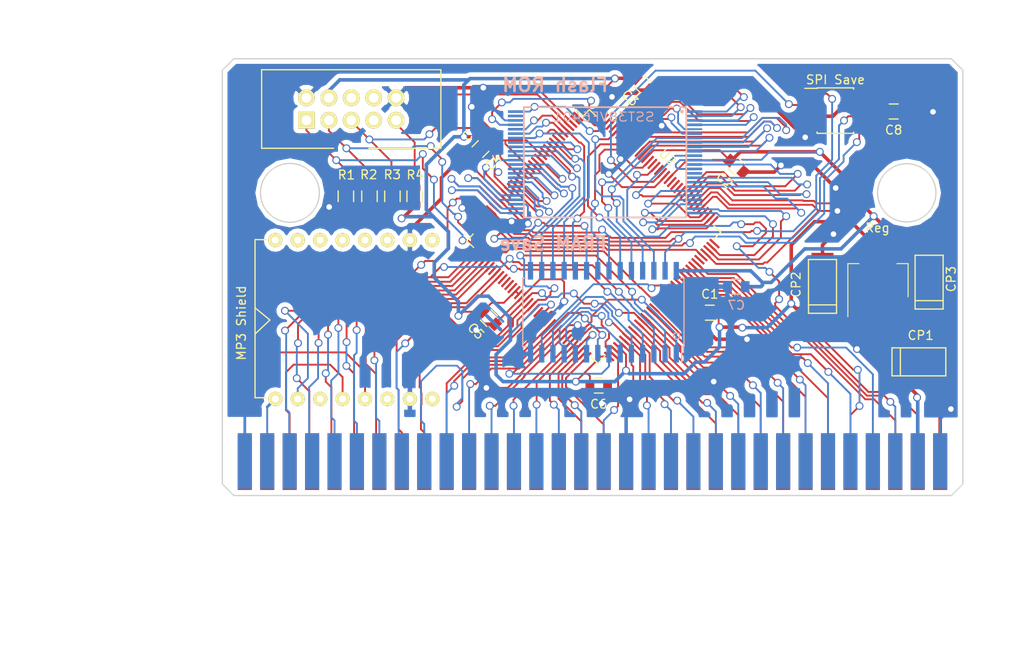
<source format=kicad_pcb>
(kicad_pcb (version 4) (host pcbnew "(after 2015-may-25 BZR unknown)-product")
  (layers (0 Top signal) (31 Bottom signal) (34 B.Paste user) (35 F.Paste user) (36 B.SilkS user) (37 F.SilkS user) (38 B.Mask user) (39 F.Mask user) (44 Edge.Cuts user))
  (net 0 "")
  (net 1 GND)
  (net 2 VCC3)
  (net 3 VCC5)
  (net 4 /A14)
  (net 5 /A12)
  (net 6 /A7)
  (net 7 /A6)
  (net 8 /A5)
  (net 9 /A4)
  (net 10 /A3)
  (net 11 /A2)
  (net 12 /A1)
  (net 13 /A0)
  (net 14 /D0)
  (net 15 /D1)
  (net 16 /D2)
  (net 17 /D3)
  (net 18 /D4)
  (net 19 /D5)
  (net 20 /D6)
  (net 21 /D7)
  (net 22 /A10)
  (net 23 /A11)
  (net 24 /A9)
  (net 25 /A8)
  (net 26 /A13)
  (net 27 /FA15)
  (net 28 /FA14)
  (net 29 /FA13)
  (net 30 /FA12)
  (net 31 /FA11)
  (net 32 /FA10)
  (net 33 /FA9)
  (net 34 /FA8)
  (net 35 /FA19)
  (net 36 /FA20)
  (net 37 /FWE)
  (net 38 /FA21)
  (net 39 /FA18)
  (net 40 /FA17)
  (net 41 /FA7)
  (net 42 /FA6)
  (net 43 /FA5)
  (net 44 /FA4)
  (net 45 /FA3)
  (net 46 /FA2)
  (net 47 /FA1)
  (net 48 /FA0)
  (net 49 /FCE)
  (net 50 /FOE)
  (net 51 /FD0)
  (net 52 /FD8)
  (net 53 /FD1)
  (net 54 /FD9)
  (net 55 /FD2)
  (net 56 /FD10)
  (net 57 /FD3)
  (net 58 /FD11)
  (net 59 /FD4)
  (net 60 /FD12)
  (net 61 /FD5)
  (net 62 /FD13)
  (net 63 /FD6)
  (net 64 /FD14)
  (net 65 /FD7)
  (net 66 /FD15)
  (net 67 /FA16)
  (net 68 ~TIME)
  (net 69 ~MARK3)
  (net 70 ~Low_WR)
  (net 71 ~ROM_RST)
  (net 72 ~ASEL)
  (net 73 TMS)
  (net 74 TDI)
  (net 75 TCK)
  (net 76 TDO)
  (net 77 /A15)
  (net 78 /A16)
  (net 79 /A17)
  (net 80 /A18)
  (net 81 /A19)
  (net 82 /A20)
  (net 83 /A21)
  (net 84 /A22)
  (net 85 /D8)
  (net 86 /D9)
  (net 87 /D10)
  (net 88 /D11)
  (net 89 /D12)
  (net 90 /D13)
  (net 91 /D14)
  (net 92 /D15)
  (net 93 SCLK)
  (net 94 MISO)
  (net 95 ~CE_SPI)
  (net 96 MOSI/RX)
  (net 97 Right_Audio)
  (net 98 Left_Audio)
  (net 99 /~OE)
  (net 100 /~CE)
  (module Capacitors_SMD:C_0805 (layer Bottom) (at 224.1 144.23)
    (fp_text reference C7 (at 0 2.1) (layer B.SilkS) (effects (justify mirror)))
    (fp_text value "" (at -80.15 6.2) (layer B.SilkS) (effects (justify mirror)))
    (pad 1 smd rect (at -1 0) (size 1 1.25) (layers Bottom B.Paste B.Mask) (net 1 GND))
    (pad 2 smd rect (at 1 0) (size 1 1.25) (layers Bottom B.Paste B.Mask) (net 3 VCC5))
  )
  (module Capacitors_Tantalum_SMD:TantalC_SizeU_EIA-6032 (layer Top) (at 244.775 152.75 180)
    (fp_text reference CP1 (at -0.2 3 180) (layer F.SilkS))
    (fp_text value CP1)
    (pad 1 smd rect (at 2.52476 0 180) (size 2.55016 2.49936) (layers Top F.Paste F.Mask) (net 3 VCC5))
    (pad 2 smd rect (at -2.52476 0 180) (size 2.55016 2.49936) (layers Top F.Paste F.Mask) (net 1 GND))
  )
  (module Housings_SOIC:SOIC-28W_7.5x17.9mm_Pitch1.27mm (layer Bottom) (at 209.05 147.13 90)
    (fp_text reference "" (at 0 10.05 90) (layer B.SilkS) (effects (justify mirror)))
    (fp_text value "" (at 0 -10.05 90) (layer B.SilkS) (effects (justify mirror)))
    (pad 1 smd rect (at -4.7 8.255 90) (size 2 0.6) (layers Bottom B.Paste B.Mask) (net 4 /A14))
    (pad 2 smd rect (at -4.7 6.985 90) (size 2 0.6) (layers Bottom B.Paste B.Mask) (net 5 /A12))
    (pad 3 smd rect (at -4.7 5.715 90) (size 2 0.6) (layers Bottom B.Paste B.Mask) (net 6 /A7))
    (pad 4 smd rect (at -4.7 4.445 90) (size 2 0.6) (layers Bottom B.Paste B.Mask) (net 7 /A6))
    (pad 5 smd rect (at -4.7 3.175 90) (size 2 0.6) (layers Bottom B.Paste B.Mask) (net 8 /A5))
    (pad 6 smd rect (at -4.7 1.905 90) (size 2 0.6) (layers Bottom B.Paste B.Mask) (net 9 /A4))
    (pad 7 smd rect (at -4.7 0.635 90) (size 2 0.6) (layers Bottom B.Paste B.Mask) (net 10 /A3))
    (pad 8 smd rect (at -4.7 -0.635 90) (size 2 0.6) (layers Bottom B.Paste B.Mask) (net 11 /A2))
    (pad 9 smd rect (at -4.7 -1.905 90) (size 2 0.6) (layers Bottom B.Paste B.Mask) (net 12 /A1))
    (pad 10 smd rect (at -4.7 -3.175 90) (size 2 0.6) (layers Bottom B.Paste B.Mask) (net 13 /A0))
    (pad 11 smd rect (at -4.7 -4.445 90) (size 2 0.6) (layers Bottom B.Paste B.Mask) (net 14 /D0))
    (pad 12 smd rect (at -4.7 -5.715 90) (size 2 0.6) (layers Bottom B.Paste B.Mask) (net 15 /D1))
    (pad 13 smd rect (at -4.7 -6.985 90) (size 2 0.6) (layers Bottom B.Paste B.Mask) (net 16 /D2))
    (pad 14 smd rect (at -4.7 -8.255 90) (size 2 0.6) (layers Bottom B.Paste B.Mask) (net 1 GND))
    (pad 15 smd rect (at 4.7 -8.255 90) (size 2 0.6) (layers Bottom B.Paste B.Mask) (net 57 /FD3))
    (pad 16 smd rect (at 4.7 -6.985 90) (size 2 0.6) (layers Bottom B.Paste B.Mask) (net 59 /FD4))
    (pad 17 smd rect (at 4.7 -5.715 90) (size 2 0.6) (layers Bottom B.Paste B.Mask) (net 61 /FD5))
    (pad 18 smd rect (at 4.7 -4.445 90) (size 2 0.6) (layers Bottom B.Paste B.Mask) (net 63 /FD6))
    (pad 19 smd rect (at 4.7 -3.175 90) (size 2 0.6) (layers Bottom B.Paste B.Mask) (net 65 /FD7))
    (pad 20 smd rect (at 4.7 -1.905 90) (size 2 0.6) (layers Bottom B.Paste B.Mask) (net 96 MOSI/RX))
    (pad 21 smd rect (at 4.7 -0.635 90) (size 2 0.6) (layers Bottom B.Paste B.Mask) (net 32 /FA10))
    (pad 22 smd rect (at 4.7 0.635 90) (size 2 0.6) (layers Bottom B.Paste B.Mask) (net 50 /FOE))
    (pad 23 smd rect (at 4.7 1.905 90) (size 2 0.6) (layers Bottom B.Paste B.Mask) (net 31 /FA11))
    (pad 24 smd rect (at 4.7 3.175 90) (size 2 0.6) (layers Bottom B.Paste B.Mask) (net 33 /FA9))
    (pad 25 smd rect (at 4.7 4.445 90) (size 2 0.6) (layers Bottom B.Paste B.Mask) (net 34 /FA8))
    (pad 26 smd rect (at 4.7 5.715 90) (size 2 0.6) (layers Bottom B.Paste B.Mask) (net 29 /FA13))
    (pad 27 smd rect (at 4.7 6.985 90) (size 2 0.6) (layers Bottom B.Paste B.Mask) (net 93 SCLK))
    (pad 28 smd rect (at 4.7 8.255 90) (size 2 0.6) (layers Bottom B.Paste B.Mask) (net 3 VCC5))
  )
  (module Housings_DIP:DIP-16_W7.62mm (layer Top) (at 164.05 164.85 90)
    (fp_text reference "MP3 Shield" (at 16.5 4 90) (layer F.SilkS))
    (fp_text value "")
    (pad 8 thru_hole oval (at 7.8994 25.6286 90) (size 1.6 1.6) (drill 0.8) (layers *.Cu *.Mask F.SilkS))
    (pad 7 thru_hole oval (at 7.8994 23.0886 90) (size 1.6 1.6) (drill 0.8) (layers *.Cu *.Mask F.SilkS) (net 1 GND))
    (pad 6 thru_hole oval (at 7.8994 20.5486 90) (size 1.6 1.6) (drill 0.8) (layers *.Cu *.Mask F.SilkS))
    (pad 5 thru_hole oval (at 7.8994 18.0086 90) (size 1.6 1.6) (drill 0.8) (layers *.Cu *.Mask F.SilkS) (net 98 Left_Audio))
    (pad 4 thru_hole oval (at 7.8994 15.4686 90) (size 1.6 1.6) (drill 0.8) (layers *.Cu *.Mask F.SilkS) (net 97 Right_Audio))
    (pad 3 thru_hole oval (at 7.8994 12.9286 90) (size 1.6 1.6) (drill 0.8) (layers *.Cu *.Mask F.SilkS))
    (pad 2 thru_hole oval (at 7.8994 10.3886 90) (size 1.6 1.6) (drill 0.8) (layers *.Cu *.Mask F.SilkS) (net 96 MOSI/RX))
    (pad 1 thru_hole oval (at 7.8994 7.8486 90) (size 1.6 1.6) (drill 0.8) (layers *.Cu *.Mask F.SilkS) (net 3 VCC5))
    (pad 16 thru_hole oval (at 25.8994 7.8486 90) (size 1.6 1.6) (drill 0.8) (layers *.Cu *.Mask F.SilkS))
    (pad 15 thru_hole oval (at 25.8994 10.3886 90) (size 1.6 1.6) (drill 0.8) (layers *.Cu *.Mask F.SilkS))
    (pad 14 thru_hole oval (at 25.8994 12.9286 90) (size 1.6 1.6) (drill 0.8) (layers *.Cu *.Mask F.SilkS))
    (pad 13 thru_hole oval (at 25.8994 15.4686 90) (size 1.6 1.6) (drill 0.8) (layers *.Cu *.Mask F.SilkS))
    (pad 12 thru_hole oval (at 25.8994 18.0086 90) (size 1.6 1.6) (drill 0.8) (layers *.Cu *.Mask F.SilkS))
    (pad 11 thru_hole oval (at 25.8994 20.5486 90) (size 1.6 1.6) (drill 0.8) (layers *.Cu *.Mask F.SilkS))
    (pad 10 thru_hole oval (at 25.8994 23.0886 90) (size 1.6 1.6) (drill 0.8) (layers *.Cu *.Mask F.SilkS) (net 1 GND))
    (pad 9 thru_hole oval (at 25.8994 25.6286 90) (size 1.6 1.6) (drill 0.8) (layers *.Cu *.Mask F.SilkS))
  )
  (module Resistors_SMD:R_0805 (layer Top) (at 179.89 133.99 270)
    (fp_text reference R1 (at -2.42 -0.06 360) (layer F.SilkS))
    (fp_text value 10K)
    (pad 1 smd rect (at -0.95 0 270) (size 0.7 1.3) (layers Top F.Paste F.Mask) (net 75 TCK))
    (pad 2 smd rect (at 0.95 0 270) (size 0.7 1.3) (layers Top F.Paste F.Mask) (net 1 GND))
  )
  (module Resistors_SMD:R_0805 (layer Top) (at 182.56 133.99 270)
    (fp_text reference R2 (at -2.45 0.08 360) (layer F.SilkS))
    (fp_text value 10K)
    (pad 1 smd rect (at -0.95 0 270) (size 0.7 1.3) (layers Top F.Paste F.Mask) (net 76 TDO))
    (pad 2 smd rect (at 0.95 0 270) (size 0.7 1.3) (layers Top F.Paste F.Mask) (net 2 VCC3))
  )
  (module Resistors_SMD:R_0805 (layer Top) (at 185.16 133.99 270)
    (fp_text reference R3 (at -2.45 0.01 360) (layer F.SilkS))
    (fp_text value 10K)
    (pad 1 smd rect (at -0.95 0 270) (size 0.7 1.3) (layers Top F.Paste F.Mask) (net 73 TMS))
    (pad 2 smd rect (at 0.95 0 270) (size 0.7 1.3) (layers Top F.Paste F.Mask) (net 2 VCC3))
  )
  (module Capacitors_SMD:C_0805 (layer Top) (at 213.46 121.29 138)
    (fp_text reference C3 (at 0 -2.1 138) (layer F.SilkS))
    (fp_text value C)
    (pad 1 smd rect (at -1 0 138) (size 1 1.25) (layers Top F.Paste F.Mask) (net 1 GND))
    (pad 2 smd rect (at 1 0.000001 138) (size 1 1.25) (layers Top F.Paste F.Mask) (net 2 VCC3))
  )
  (module Capacitors_SMD:C_0805 (layer Top) (at 224.13 130.59 139)
    (fp_text reference C2 (at 0 -2.1 139) (layer F.SilkS))
    (fp_text value C)
    (pad 1 smd rect (at -1 0 139) (size 1 1.25) (layers Top F.Paste F.Mask) (net 1 GND))
    (pad 2 smd rect (at 1 0.000001 139) (size 1 1.25) (layers Top F.Paste F.Mask) (net 2 VCC3))
  )
  (module Capacitors_SMD:C_0805 (layer Top) (at 196.09 147.78 135)
    (fp_text reference C5 (at 0 -2.1 135) (layer F.SilkS))
    (fp_text value C)
    (pad 1 smd rect (at -1 0 135) (size 1 1.25) (layers Top F.Paste F.Mask) (net 1 GND))
    (pad 2 smd rect (at 1 0.000001 135) (size 1 1.25) (layers Top F.Paste F.Mask) (net 2 VCC3))
  )
  (module TO_SOT_Packages_SMD:SOT-223 (layer Top) (at 240.14 143.53 90)
    (fp_text reference Reg (at 5.96 -0.06 180) (layer F.SilkS))
    (fp_text value LM1117-3.3)
    (pad 4 smd rect (at 3.15 0 90) (size 2 3.8) (layers Top F.Paste F.Mask) (net 2 VCC3))
    (pad 2 smd rect (at -3.15 0 90) (size 2 1.5) (layers Top F.Paste F.Mask) (net 2 VCC3))
    (pad 3 smd rect (at -3.15 2.3 90) (size 2 1.5) (layers Top F.Paste F.Mask) (net 3 VCC5))
    (pad 1 smd rect (at -3.15 -2.3 90) (size 2 1.5) (layers Top F.Paste F.Mask) (net 1 GND))
  )
  (module M29W320D (layer Bottom) (at 218.44 123.89 180)
    (fp_text reference SST38VF6401 (at 9.365 -1.11 180) (layer B.SilkS) (effects (font (size 1.016 1.143) (thickness 0.127)) (justify mirror)))
    (fp_text value 0 hide)
    (pad 1 smd rect (at -0.9017 -0.50038 90) (size 0.29972 1.80086) (layers Bottom B.Paste B.Mask) (net 27 /FA15))
    (pad 2 smd rect (at -0.89662 -1.00076 90) (size 0.29972 1.80086) (layers Bottom B.Paste B.Mask) (net 28 /FA14))
    (pad 3 smd rect (at -0.89662 -1.50114 90) (size 0.29972 1.80086) (layers Bottom B.Paste B.Mask) (net 29 /FA13))
    (pad 4 smd rect (at -0.89662 -1.99898 90) (size 0.29972 1.80086) (layers Bottom B.Paste B.Mask) (net 30 /FA12))
    (pad 5 smd rect (at -0.89662 -2.49936 90) (size 0.20066 1.80086) (layers Bottom B.Paste B.Mask) (net 31 /FA11))
    (pad 6 smd rect (at -0.89662 -2.99974 90) (size 0.29972 1.80086) (layers Bottom B.Paste B.Mask) (net 32 /FA10))
    (pad 7 smd rect (at -0.89662 -3.50012 90) (size 0.29972 1.80086) (layers Bottom B.Paste B.Mask) (net 33 /FA9))
    (pad 8 smd rect (at -0.89662 -4.0005 90) (size 0.29972 1.80086) (layers Bottom B.Paste B.Mask) (net 34 /FA8))
    (pad 9 smd rect (at -0.89662 -4.50088 90) (size 0.29972 1.80086) (layers Bottom B.Paste B.Mask) (net 35 /FA19))
    (pad 10 smd rect (at -0.89662 -5.00126 90) (size 0.29972 1.80086) (layers Bottom B.Paste B.Mask) (net 36 /FA20))
    (pad 11 smd rect (at -0.89662 -5.4991 90) (size 0.29972 1.80086) (layers Bottom B.Paste B.Mask) (net 37 /FWE))
    (pad 12 smd rect (at -0.89662 -5.99948 90) (size 0.29972 1.80086) (layers Bottom B.Paste B.Mask) (net 2 VCC3))
    (pad 13 smd rect (at -0.89662 -6.49986 90) (size 0.29972 1.80086) (layers Bottom B.Paste B.Mask) (net 38 /FA21))
    (pad 14 smd rect (at -0.89662 -7.00024 90) (size 0.29972 1.80086) (layers Bottom B.Paste B.Mask) (net 2 VCC3))
    (pad 15 smd rect (at -0.89662 -7.50062 90) (size 0.29972 1.80086) (layers Bottom B.Paste B.Mask))
    (pad 16 smd rect (at -0.89662 -8.001 90) (size 0.29972 1.80086) (layers Bottom B.Paste B.Mask) (net 39 /FA18))
    (pad 17 smd rect (at -0.89662 -8.49884 90) (size 0.29972 1.80086) (layers Bottom B.Paste B.Mask) (net 40 /FA17))
    (pad 18 smd rect (at -0.89662 -8.99922 90) (size 0.29972 1.80086) (layers Bottom B.Paste B.Mask) (net 41 /FA7))
    (pad 19 smd rect (at -0.89662 -9.4996 90) (size 0.29972 1.80086) (layers Bottom B.Paste B.Mask) (net 42 /FA6))
    (pad 20 smd rect (at -0.89662 -9.99998 90) (size 0.29972 1.80086) (layers Bottom B.Paste B.Mask) (net 43 /FA5))
    (pad 21 smd rect (at -0.89662 -10.50036 90) (size 0.29972 1.80086) (layers Bottom B.Paste B.Mask) (net 44 /FA4))
    (pad 22 smd rect (at -0.89662 -11.00074 90) (size 0.29972 1.80086) (layers Bottom B.Paste B.Mask) (net 45 /FA3))
    (pad 23 smd rect (at -0.89662 -11.50112 90) (size 0.29972 1.80086) (layers Bottom B.Paste B.Mask) (net 46 /FA2))
    (pad 24 smd rect (at -0.89662 -11.99896 90) (size 0.29972 1.80086) (layers Bottom B.Paste B.Mask) (net 47 /FA1))
    (pad 25 smd rect (at 19.30146 -11.99896 90) (size 0.29972 1.80086) (layers Bottom B.Paste B.Mask) (net 48 /FA0))
    (pad 26 smd rect (at 19.30146 -11.50112 90) (size 0.29972 1.80086) (layers Bottom B.Paste B.Mask) (net 49 /FCE))
    (pad 27 smd rect (at 19.30146 -11.00074 90) (size 0.29972 1.80086) (layers Bottom B.Paste B.Mask) (net 1 GND))
    (pad 28 smd rect (at 19.30146 -10.50036 90) (size 0.29972 1.80086) (layers Bottom B.Paste B.Mask) (net 50 /FOE))
    (pad 29 smd rect (at 19.30146 -9.99998 90) (size 0.29972 1.80086) (layers Bottom B.Paste B.Mask) (net 51 /FD0))
    (pad 30 smd rect (at 19.30146 -9.4996 90) (size 0.29972 1.80086) (layers Bottom B.Paste B.Mask) (net 52 /FD8))
    (pad 31 smd rect (at 19.30146 -8.99922 90) (size 0.29972 1.80086) (layers Bottom B.Paste B.Mask) (net 53 /FD1))
    (pad 32 smd rect (at 19.30146 -8.49884 90) (size 0.29972 1.80086) (layers Bottom B.Paste B.Mask) (net 54 /FD9))
    (pad 33 smd rect (at 19.30146 -8.001 90) (size 0.29972 1.80086) (layers Bottom B.Paste B.Mask) (net 55 /FD2))
    (pad 34 smd rect (at 19.30146 -7.50062 90) (size 0.29972 1.80086) (layers Bottom B.Paste B.Mask) (net 56 /FD10))
    (pad 35 smd rect (at 19.30146 -7.00024 90) (size 0.29972 1.80086) (layers Bottom B.Paste B.Mask) (net 57 /FD3))
    (pad 36 smd rect (at 19.30146 -6.49986 90) (size 0.29972 1.80086) (layers Bottom B.Paste B.Mask) (net 58 /FD11))
    (pad 37 smd rect (at 19.30146 -5.99948 90) (size 0.29972 1.80086) (layers Bottom B.Paste B.Mask) (net 2 VCC3))
    (pad 38 smd rect (at 19.30146 -5.4991 90) (size 0.29972 1.80086) (layers Bottom B.Paste B.Mask) (net 59 /FD4))
    (pad 39 smd rect (at 19.30146 -5.00126 90) (size 0.29972 1.80086) (layers Bottom B.Paste B.Mask) (net 60 /FD12))
    (pad 40 smd rect (at 19.30146 -4.50088 90) (size 0.29972 1.80086) (layers Bottom B.Paste B.Mask) (net 61 /FD5))
    (pad 41 smd rect (at 19.30146 -4.0005 90) (size 0.29972 1.80086) (layers Bottom B.Paste B.Mask) (net 62 /FD13))
    (pad 42 smd rect (at 19.30146 -3.50012 90) (size 0.29972 1.80086) (layers Bottom B.Paste B.Mask) (net 63 /FD6))
    (pad 43 smd rect (at 19.30146 -2.99974 90) (size 0.29972 1.80086) (layers Bottom B.Paste B.Mask) (net 64 /FD14))
    (pad 44 smd rect (at 19.30146 -2.49936 90) (size 0.29972 1.80086) (layers Bottom B.Paste B.Mask) (net 65 /FD7))
    (pad 45 smd rect (at 19.30146 -1.99898 90) (size 0.29972 1.80086) (layers Bottom B.Paste B.Mask) (net 66 /FD15))
    (pad 46 smd rect (at 19.30146 -1.50114 90) (size 0.29972 1.80086) (layers Bottom B.Paste B.Mask) (net 1 GND))
    (pad 47 smd rect (at 19.30146 -1.00076 90) (size 0.29972 1.80086) (layers Bottom B.Paste B.Mask))
    (pad 48 smd rect (at 19.30146 -0.50038 90) (size 0.29972 1.80086) (layers Bottom B.Paste B.Mask) (net 67 /FA16))
  )
  (module Housings_QFP:TQFP-144_20x20mm_Pitch0.5mm (layer Top) (at 207.95 138.55 317)
    (fp_text reference U2 (at 0 -12.275 317) (layer F.SilkS))
    (fp_text value EPM3128ATC144)
    (pad 1 smd rect (at -10.55 -8.75 317) (size 1.45 0.25) (layers Top F.Paste F.Mask))
    (pad 2 smd rect (at -10.55 -8.25 317) (size 1.45 0.25) (layers Top F.Paste F.Mask))
    (pad 3 smd rect (at -10.55 -7.75 317) (size 1.45 0.25) (layers Top F.Paste F.Mask) (net 1 GND))
    (pad 4 smd rect (at -10.55 -7.25 317) (size 1.45 0.25) (layers Top F.Paste F.Mask) (net 74 TDI))
    (pad 5 smd rect (at -10.55 -6.75 317) (size 1.45 0.25) (layers Top F.Paste F.Mask) (net 65 /FD7))
    (pad 6 smd rect (at -10.55 -6.25 317) (size 1.45 0.25) (layers Top F.Paste F.Mask) (net 64 /FD14))
    (pad 7 smd rect (at -10.55 -5.75 317) (size 1.45 0.25) (layers Top F.Paste F.Mask) (net 63 /FD6))
    (pad 8 smd rect (at -10.55 -5.25 317) (size 1.45 0.25) (layers Top F.Paste F.Mask) (net 62 /FD13))
    (pad 9 smd rect (at -10.55 -4.75 317) (size 1.45 0.25) (layers Top F.Paste F.Mask) (net 61 /FD5))
    (pad 10 smd rect (at -10.55 -4.25 317) (size 1.45 0.25) (layers Top F.Paste F.Mask) (net 60 /FD12))
    (pad 11 smd rect (at -10.55 -3.75 317) (size 1.45 0.25) (layers Top F.Paste F.Mask) (net 59 /FD4))
    (pad 12 smd rect (at -10.55 -3.25 317) (size 1.45 0.25) (layers Top F.Paste F.Mask))
    (pad 13 smd rect (at -10.55 -2.75 317) (size 1.45 0.25) (layers Top F.Paste F.Mask) (net 1 GND))
    (pad 14 smd rect (at -10.55 -2.250001 317) (size 1.45 0.25) (layers Top F.Paste F.Mask) (net 58 /FD11))
    (pad 15 smd rect (at -10.55 -1.750001 317) (size 1.45 0.25) (layers Top F.Paste F.Mask) (net 57 /FD3))
    (pad 16 smd rect (at -10.55 -1.25 317) (size 1.45 0.25) (layers Top F.Paste F.Mask) (net 56 /FD10))
    (pad 17 smd rect (at -10.55 -0.75 317) (size 1.45 0.25) (layers Top F.Paste F.Mask) (net 1 GND))
    (pad 18 smd rect (at -10.55 -0.25 317) (size 1.45 0.25) (layers Top F.Paste F.Mask) (net 55 /FD2))
    (pad 19 smd rect (at -10.55 0.25 317) (size 1.45 0.25) (layers Top F.Paste F.Mask))
    (pad 20 smd rect (at -10.55 0.75 317) (size 1.45 0.25) (layers Top F.Paste F.Mask) (net 73 TMS))
    (pad 21 smd rect (at -10.550001 1.25 317) (size 1.45 0.25) (layers Top F.Paste F.Mask) (net 54 /FD9))
    (pad 22 smd rect (at -10.55 1.75 317) (size 1.45 0.25) (layers Top F.Paste F.Mask) (net 53 /FD1))
    (pad 23 smd rect (at -10.55 2.25 317) (size 1.45 0.25) (layers Top F.Paste F.Mask) (net 52 /FD8))
    (pad 24 smd rect (at -10.55 2.75 317) (size 1.45 0.25) (layers Top F.Paste F.Mask) (net 2 VCC3))
    (pad 25 smd rect (at -10.55 3.25 317) (size 1.45 0.25) (layers Top F.Paste F.Mask) (net 51 /FD0))
    (pad 26 smd rect (at -10.55 3.75 317) (size 1.45 0.25) (layers Top F.Paste F.Mask) (net 1 GND))
    (pad 27 smd rect (at -10.55 4.250001 317) (size 1.45 0.25) (layers Top F.Paste F.Mask) (net 50 /FOE))
    (pad 28 smd rect (at -10.55 4.75 317) (size 1.45 0.25) (layers Top F.Paste F.Mask) (net 49 /FCE))
    (pad 29 smd rect (at -10.55 5.25 317) (size 1.45 0.25) (layers Top F.Paste F.Mask) (net 48 /FA0))
    (pad 30 smd rect (at -10.55 5.75 317) (size 1.45 0.25) (layers Top F.Paste F.Mask) (net 95 ~CE_SPI))
    (pad 31 smd rect (at -10.55 6.25 317) (size 1.45 0.25) (layers Top F.Paste F.Mask) (net 93 SCLK))
    (pad 32 smd rect (at -10.55 6.75 317) (size 1.45 0.25) (layers Top F.Paste F.Mask) (net 96 MOSI/RX))
    (pad 33 smd rect (at -10.55 7.25 317) (size 1.45 0.25) (layers Top F.Paste F.Mask) (net 1 GND))
    (pad 34 smd rect (at -10.55 7.75 317) (size 1.45 0.25) (layers Top F.Paste F.Mask))
    (pad 35 smd rect (at -10.55 8.25 317) (size 1.45 0.25) (layers Top F.Paste F.Mask))
    (pad 36 smd rect (at -10.55 8.75 317) (size 1.45 0.25) (layers Top F.Paste F.Mask))
    (pad 37 smd rect (at -8.75 10.55 47) (size 1.45 0.25) (layers Top F.Paste F.Mask) (net 6 /A7))
    (pad 38 smd rect (at -8.25 10.55 47) (size 1.45 0.25) (layers Top F.Paste F.Mask) (net 25 /A8))
    (pad 39 smd rect (at -7.75 10.55 47) (size 1.45 0.25) (layers Top F.Paste F.Mask) (net 22 /A10))
    (pad 40 smd rect (at -7.25 10.55 47) (size 1.45 0.25) (layers Top F.Paste F.Mask) (net 24 /A9))
    (pad 41 smd rect (at -6.75 10.55 47) (size 1.45 0.25) (layers Top F.Paste F.Mask) (net 7 /A6))
    (pad 42 smd rect (at -6.25 10.55 47) (size 1.45 0.25) (layers Top F.Paste F.Mask) (net 79 /A17))
    (pad 43 smd rect (at -5.75 10.55 47) (size 1.45 0.25) (layers Top F.Paste F.Mask))
    (pad 44 smd rect (at -5.25 10.55 47) (size 1.45 0.25) (layers Top F.Paste F.Mask) (net 23 /A11))
    (pad 45 smd rect (at -4.75 10.55 47) (size 1.45 0.25) (layers Top F.Paste F.Mask) (net 80 /A18))
    (pad 46 smd rect (at -4.25 10.55 47) (size 1.45 0.25) (layers Top F.Paste F.Mask))
    (pad 47 smd rect (at -3.75 10.55 47) (size 1.45 0.25) (layers Top F.Paste F.Mask))
    (pad 48 smd rect (at -3.25 10.55 47) (size 1.45 0.25) (layers Top F.Paste F.Mask))
    (pad 49 smd rect (at -2.75 10.55 47) (size 1.45 0.25) (layers Top F.Paste F.Mask))
    (pad 50 smd rect (at -2.25 10.55 47) (size 1.45 0.25) (layers Top F.Paste F.Mask) (net 2 VCC3))
    (pad 51 smd rect (at -1.75 10.55 47) (size 1.45 0.25) (layers Top F.Paste F.Mask) (net 2 VCC3))
    (pad 52 smd rect (at -1.25 10.55 47) (size 1.45 0.25) (layers Top F.Paste F.Mask) (net 1 GND))
    (pad 53 smd rect (at -0.75 10.55 47) (size 1.45 0.25) (layers Top F.Paste F.Mask) (net 8 /A5))
    (pad 54 smd rect (at -0.25 10.55 47) (size 1.45 0.25) (layers Top F.Paste F.Mask) (net 81 /A19))
    (pad 55 smd rect (at 0.25 10.55 47) (size 1.45 0.25) (layers Top F.Paste F.Mask) (net 5 /A12))
    (pad 56 smd rect (at 0.75 10.55 47) (size 1.45 0.25) (layers Top F.Paste F.Mask) (net 82 /A20))
    (pad 57 smd rect (at 1.25 10.55 47) (size 1.45 0.25) (layers Top F.Paste F.Mask))
    (pad 58 smd rect (at 1.75 10.55 47) (size 1.45 0.25) (layers Top F.Paste F.Mask) (net 2 VCC3))
    (pad 59 smd rect (at 2.25 10.55 47) (size 1.45 0.25) (layers Top F.Paste F.Mask) (net 1 GND))
    (pad 60 smd rect (at 2.75 10.55 47) (size 1.45 0.25) (layers Top F.Paste F.Mask) (net 83 /A21))
    (pad 61 smd rect (at 3.25 10.55 47) (size 1.45 0.25) (layers Top F.Paste F.Mask) (net 26 /A13))
    (pad 62 smd rect (at 3.75 10.549999 47) (size 1.45 0.25) (layers Top F.Paste F.Mask) (net 9 /A4))
    (pad 63 smd rect (at 4.25 10.55 47) (size 1.45 0.25) (layers Top F.Paste F.Mask) (net 10 /A3))
    (pad 64 smd rect (at 4.75 10.55 47) (size 1.45 0.25) (layers Top F.Paste F.Mask) (net 1 GND))
    (pad 65 smd rect (at 5.25 10.55 47) (size 1.45 0.25) (layers Top F.Paste F.Mask) (net 4 /A14))
    (pad 66 smd rect (at 5.75 10.55 47) (size 1.45 0.25) (layers Top F.Paste F.Mask))
    (pad 67 smd rect (at 6.25 10.55 47) (size 1.45 0.25) (layers Top F.Paste F.Mask) (net 11 /A2))
    (pad 68 smd rect (at 6.75 10.55 47) (size 1.45 0.25) (layers Top F.Paste F.Mask) (net 77 /A15))
    (pad 69 smd rect (at 7.25 10.55 47) (size 1.45 0.25) (layers Top F.Paste F.Mask) (net 12 /A1))
    (pad 70 smd rect (at 7.75 10.55 47) (size 1.45 0.25) (layers Top F.Paste F.Mask) (net 99 /~OE))
    (pad 71 smd rect (at 8.25 10.55 47) (size 1.45 0.25) (layers Top F.Paste F.Mask) (net 78 /A16))
    (pad 72 smd rect (at 8.75 10.55 47) (size 1.45 0.25) (layers Top F.Paste F.Mask) (net 100 /~CE))
    (pad 73 smd rect (at 10.55 8.75 317) (size 1.45 0.25) (layers Top F.Paste F.Mask) (net 2 VCC3))
    (pad 74 smd rect (at 10.55 8.25 317) (size 1.45 0.25) (layers Top F.Paste F.Mask) (net 13 /A0))
    (pad 75 smd rect (at 10.55 7.75 317) (size 1.45 0.25) (layers Top F.Paste F.Mask))
    (pad 76 smd rect (at 10.55 7.25 317) (size 1.45 0.25) (layers Top F.Paste F.Mask) (net 2 VCC3))
    (pad 77 smd rect (at 10.55 6.75 317) (size 1.45 0.25) (layers Top F.Paste F.Mask) (net 1 GND))
    (pad 78 smd rect (at 10.55 6.25 317) (size 1.45 0.25) (layers Top F.Paste F.Mask) (net 21 /D7))
    (pad 79 smd rect (at 10.55 5.75 317) (size 1.45 0.25) (layers Top F.Paste F.Mask) (net 14 /D0))
    (pad 80 smd rect (at 10.55 5.25 317) (size 1.45 0.25) (layers Top F.Paste F.Mask) (net 85 /D8))
    (pad 81 smd rect (at 10.55 4.75 317) (size 1.45 0.25) (layers Top F.Paste F.Mask) (net 92 /D15))
    (pad 82 smd rect (at 10.55 4.25 317) (size 1.45 0.25) (layers Top F.Paste F.Mask) (net 20 /D6))
    (pad 83 smd rect (at 10.55 3.75 317) (size 1.45 0.25) (layers Top F.Paste F.Mask) (net 91 /D14))
    (pad 84 smd rect (at 10.55 3.25 317) (size 1.45 0.25) (layers Top F.Paste F.Mask) (net 15 /D1))
    (pad 85 smd rect (at 10.55 2.75 317) (size 1.45 0.25) (layers Top F.Paste F.Mask) (net 1 GND))
    (pad 86 smd rect (at 10.55 2.25 317) (size 1.45 0.25) (layers Top F.Paste F.Mask) (net 90 /D13))
    (pad 87 smd rect (at 10.55 1.75 317) (size 1.45 0.25) (layers Top F.Paste F.Mask) (net 86 /D9))
    (pad 88 smd rect (at 10.55 1.25 317) (size 1.45 0.25) (layers Top F.Paste F.Mask) (net 89 /D12))
    (pad 89 smd rect (at 10.55 0.75 317) (size 1.45 0.25) (layers Top F.Paste F.Mask) (net 75 TCK))
    (pad 90 smd rect (at 10.55 0.25 317) (size 1.45 0.25) (layers Top F.Paste F.Mask))
    (pad 91 smd rect (at 10.55 -0.25 317) (size 1.45 0.25) (layers Top F.Paste F.Mask) (net 19 /D5))
    (pad 92 smd rect (at 10.55 -0.75 317) (size 1.45 0.25) (layers Top F.Paste F.Mask) (net 72 ~ASEL))
    (pad 93 smd rect (at 10.55 -1.25 317) (size 1.45 0.25) (layers Top F.Paste F.Mask) (net 16 /D2))
    (pad 94 smd rect (at 10.55 -1.75 317) (size 1.45 0.25) (layers Top F.Paste F.Mask) (net 1 GND))
    (pad 95 smd rect (at 10.55 -2.25 317) (size 1.45 0.25) (layers Top F.Paste F.Mask) (net 2 VCC3))
    (pad 96 smd rect (at 10.55 -2.75 317) (size 1.45 0.25) (layers Top F.Paste F.Mask) (net 71 ~ROM_RST))
    (pad 97 smd rect (at 10.55 -3.25 317) (size 1.45 0.25) (layers Top F.Paste F.Mask) (net 87 /D10))
    (pad 98 smd rect (at 10.55 -3.75 317) (size 1.45 0.25) (layers Top F.Paste F.Mask) (net 18 /D4))
    (pad 99 smd rect (at 10.55 -4.25 317) (size 1.45 0.25) (layers Top F.Paste F.Mask) (net 17 /D3))
    (pad 100 smd rect (at 10.55 -4.75 317) (size 1.45 0.25) (layers Top F.Paste F.Mask) (net 69 ~MARK3))
    (pad 101 smd rect (at 10.55 -5.25 317) (size 1.45 0.25) (layers Top F.Paste F.Mask) (net 88 /D11))
    (pad 102 smd rect (at 10.55 -5.75 317) (size 1.45 0.25) (layers Top F.Paste F.Mask) (net 68 ~TIME))
    (pad 103 smd rect (at 10.55 -6.25 317) (size 1.45 0.25) (layers Top F.Paste F.Mask))
    (pad 104 smd rect (at 10.55 -6.75 317) (size 1.45 0.25) (layers Top F.Paste F.Mask) (net 76 TDO))
    (pad 105 smd rect (at 10.55 -7.25 317) (size 1.45 0.25) (layers Top F.Paste F.Mask) (net 1 GND))
    (pad 106 smd rect (at 10.55 -7.75 317) (size 1.45 0.25) (layers Top F.Paste F.Mask) (net 46 /FA2))
    (pad 107 smd rect (at 10.55 -8.25 317) (size 1.45 0.25) (layers Top F.Paste F.Mask) (net 47 /FA1))
    (pad 108 smd rect (at 10.55 -8.75 317) (size 1.45 0.25) (layers Top F.Paste F.Mask))
    (pad 109 smd rect (at 8.75 -10.55 47) (size 1.45 0.25) (layers Top F.Paste F.Mask) (net 45 /FA3))
    (pad 110 smd rect (at 8.25 -10.55 47) (size 1.45 0.25) (layers Top F.Paste F.Mask) (net 44 /FA4))
    (pad 111 smd rect (at 7.75 -10.55 47) (size 1.45 0.25) (layers Top F.Paste F.Mask) (net 43 /FA5))
    (pad 112 smd rect (at 7.25 -10.55 47) (size 1.45 0.25) (layers Top F.Paste F.Mask) (net 42 /FA6))
    (pad 113 smd rect (at 6.75 -10.55 47) (size 1.45 0.25) (layers Top F.Paste F.Mask) (net 41 /FA7))
    (pad 114 smd rect (at 6.25 -10.55 47) (size 1.45 0.25) (layers Top F.Paste F.Mask) (net 1 GND))
    (pad 115 smd rect (at 5.75 -10.55 47) (size 1.45 0.25) (layers Top F.Paste F.Mask) (net 2 VCC3))
    (pad 116 smd rect (at 5.25 -10.55 47) (size 1.45 0.25) (layers Top F.Paste F.Mask) (net 40 /FA17))
    (pad 117 smd rect (at 4.75 -10.55 47) (size 1.45 0.25) (layers Top F.Paste F.Mask) (net 39 /FA18))
    (pad 118 smd rect (at 4.25 -10.55 47) (size 1.45 0.25) (layers Top F.Paste F.Mask) (net 38 /FA21))
    (pad 119 smd rect (at 3.75 -10.55 47) (size 1.45 0.25) (layers Top F.Paste F.Mask) (net 37 /FWE))
    (pad 120 smd rect (at 3.25 -10.55 47) (size 1.45 0.25) (layers Top F.Paste F.Mask))
    (pad 121 smd rect (at 2.75 -10.55 47) (size 1.45 0.25) (layers Top F.Paste F.Mask))
    (pad 122 smd rect (at 2.25 -10.55 47) (size 1.45 0.25) (layers Top F.Paste F.Mask))
    (pad 123 smd rect (at 1.75 -10.55 47) (size 1.45 0.25) (layers Top F.Paste F.Mask) (net 2 VCC3))
    (pad 124 smd rect (at 1.25 -10.55 47) (size 1.45 0.25) (layers Top F.Paste F.Mask) (net 1 GND))
    (pad 125 smd rect (at 0.75 -10.55 47) (size 1.45 0.25) (layers Top F.Paste F.Mask) (net 94 MISO))
    (pad 126 smd rect (at 0.25 -10.55 47) (size 1.45 0.25) (layers Top F.Paste F.Mask))
    (pad 127 smd rect (at -0.25 -10.55 47) (size 1.45 0.25) (layers Top F.Paste F.Mask) (net 70 ~Low_WR))
    (pad 128 smd rect (at -0.75 -10.55 47) (size 1.45 0.25) (layers Top F.Paste F.Mask))
    (pad 129 smd rect (at -1.25 -10.55 47) (size 1.45 0.25) (layers Top F.Paste F.Mask) (net 1 GND))
    (pad 130 smd rect (at -1.75 -10.55 47) (size 1.45 0.25) (layers Top F.Paste F.Mask) (net 2 VCC3))
    (pad 131 smd rect (at -2.25 -10.55 47) (size 1.45 0.25) (layers Top F.Paste F.Mask) (net 36 /FA20))
    (pad 132 smd rect (at -2.75 -10.55 47) (size 1.45 0.25) (layers Top F.Paste F.Mask) (net 35 /FA19))
    (pad 133 smd rect (at -3.25 -10.55 47) (size 1.45 0.25) (layers Top F.Paste F.Mask) (net 34 /FA8))
    (pad 134 smd rect (at -3.75 -10.549999 47) (size 1.45 0.25) (layers Top F.Paste F.Mask) (net 33 /FA9))
    (pad 135 smd rect (at -4.25 -10.55 47) (size 1.45 0.25) (layers Top F.Paste F.Mask) (net 1 GND))
    (pad 136 smd rect (at -4.75 -10.55 47) (size 1.45 0.25) (layers Top F.Paste F.Mask) (net 32 /FA10))
    (pad 137 smd rect (at -5.25 -10.55 47) (size 1.45 0.25) (layers Top F.Paste F.Mask) (net 31 /FA11))
    (pad 138 smd rect (at -5.75 -10.55 47) (size 1.45 0.25) (layers Top F.Paste F.Mask) (net 30 /FA12))
    (pad 139 smd rect (at -6.25 -10.55 47) (size 1.45 0.25) (layers Top F.Paste F.Mask) (net 29 /FA13))
    (pad 140 smd rect (at -6.75 -10.55 47) (size 1.45 0.25) (layers Top F.Paste F.Mask) (net 28 /FA14))
    (pad 141 smd rect (at -7.25 -10.55 47) (size 1.45 0.25) (layers Top F.Paste F.Mask) (net 27 /FA15))
    (pad 142 smd rect (at -7.75 -10.55 47) (size 1.45 0.25) (layers Top F.Paste F.Mask) (net 67 /FA16))
    (pad 143 smd rect (at -8.25 -10.55 47) (size 1.45 0.25) (layers Top F.Paste F.Mask) (net 66 /FD15))
    (pad 144 smd rect (at -8.75 -10.55 47) (size 1.45 0.25) (layers Top F.Paste F.Mask) (net 2 VCC3))
  )
  (module Capacitors_SMD:C_0805 (layer Top) (at 208.52 155.44 180)
    (fp_text reference C6 (at 0 -2.1 180) (layer F.SilkS))
    (fp_text value C)
    (pad 1 smd rect (at -1 0 180) (size 1 1.25) (layers Top F.Paste F.Mask) (net 1 GND))
    (pad 2 smd rect (at 1 0.000001 180) (size 1 1.25) (layers Top F.Paste F.Mask) (net 2 VCC3))
  )
  (module Sega (layer Bottom) (at 206.5 164.05)
    (fp_text reference "" (at -17.18056 -20.73656) (layer B.SilkS) (effects (font (size 1.524 1.397) (thickness 0.3048)) (justify mirror)))
    (fp_text value "" hide)
    (fp_text user "" (at -17.2085 -16.7767) (layer B.SilkS) (effects (font (thickness 0.3048)) (justify mirror)))
    (pad 1 smd rect (at -38.05682 -0.06858) (size 1.6002 6.2992) (layers Bottom B.Paste B.Mask) (net 1 GND))
    (pad 2 smd rect (at -35.51682 -0.06858) (size 1.6002 6.2992) (layers Bottom B.Paste B.Mask) (net 3 VCC5))
    (pad 3 smd rect (at -32.97682 -0.06858) (size 1.6002 6.2992) (layers Bottom B.Paste B.Mask) (net 6 /A7))
    (pad 4 smd rect (at -30.43682 -0.06858) (size 1.6002 6.2992) (layers Bottom B.Paste B.Mask) (net 22 /A10))
    (pad 5 smd rect (at -27.89682 -0.06858) (size 1.6002 6.2992) (layers Bottom B.Paste B.Mask) (net 7 /A6))
    (pad 6 smd rect (at -25.35682 -0.06858) (size 1.6002 6.2992) (layers Bottom B.Paste B.Mask) (net 23 /A11))
    (pad 7 smd rect (at -22.81682 -0.06858) (size 1.6002 6.2992) (layers Bottom B.Paste B.Mask) (net 8 /A5))
    (pad 8 smd rect (at -20.27682 -0.06858) (size 1.6002 6.2992) (layers Bottom B.Paste B.Mask) (net 5 /A12))
    (pad 9 smd rect (at -17.73682 -0.06858) (size 1.6002 6.2992) (layers Bottom B.Paste B.Mask) (net 9 /A4))
    (pad 10 smd rect (at -15.19682 -0.06858) (size 1.6002 6.2992) (layers Bottom B.Paste B.Mask) (net 26 /A13))
    (pad 11 smd rect (at -12.65682 -0.06858) (size 1.6002 6.2992) (layers Bottom B.Paste B.Mask) (net 10 /A3))
    (pad 12 smd rect (at -10.11682 -0.06858) (size 1.6002 6.2992) (layers Bottom B.Paste B.Mask) (net 4 /A14))
    (pad 13 smd rect (at -7.57682 -0.06858) (size 1.6002 6.2992) (layers Bottom B.Paste B.Mask) (net 11 /A2))
    (pad 14 smd rect (at -5.03682 -0.06858) (size 1.6002 6.2992) (layers Bottom B.Paste B.Mask) (net 77 /A15))
    (pad 15 smd rect (at -2.49682 -0.06858) (size 1.6002 6.2992) (layers Bottom B.Paste B.Mask) (net 12 /A1))
    (pad 16 smd rect (at 0.04318 -0.06858) (size 1.6002 6.2992) (layers Bottom B.Paste B.Mask) (net 78 /A16))
    (pad 17 smd rect (at 2.58318 -0.06858) (size 1.6002 6.2992) (layers Bottom B.Paste B.Mask) (net 13 /A0))
    (pad 18 smd rect (at 5.12318 -0.06858) (size 1.6002 6.2992) (layers Bottom B.Paste B.Mask) (net 1 GND))
    (pad 19 smd rect (at 7.66318 -0.06858) (size 1.6002 6.2992) (layers Bottom B.Paste B.Mask) (net 21 /D7))
    (pad 20 smd rect (at 10.20318 -0.06858) (size 1.6002 6.2992) (layers Bottom B.Paste B.Mask) (net 14 /D0))
    (pad 21 smd rect (at 12.74318 -0.06858) (size 1.6002 6.2992) (layers Bottom B.Paste B.Mask) (net 85 /D8))
    (pad 22 smd rect (at 15.28318 -0.06858) (size 1.6002 6.2992) (layers Bottom B.Paste B.Mask) (net 20 /D6))
    (pad 23 smd rect (at 17.82318 -0.06858) (size 1.6002 6.2992) (layers Bottom B.Paste B.Mask) (net 15 /D1))
    (pad 24 smd rect (at 20.36318 -0.06858) (size 1.6002 6.2992) (layers Bottom B.Paste B.Mask) (net 86 /D9))
    (pad 25 smd rect (at 22.90318 -0.06858) (size 1.6002 6.2992) (layers Bottom B.Paste B.Mask) (net 19 /D5))
    (pad 26 smd rect (at 25.44318 -0.06858) (size 1.6002 6.2992) (layers Bottom B.Paste B.Mask) (net 16 /D2))
    (pad 27 smd rect (at 27.98318 -0.06858) (size 1.6002 6.2992) (layers Bottom B.Paste B.Mask) (net 87 /D10))
    (pad 28 smd rect (at 30.52318 -0.06858) (size 1.6002 6.2992) (layers Bottom B.Paste B.Mask) (net 18 /D4))
    (pad 29 smd rect (at 33.06318 -0.06858) (size 1.6002 6.2992) (layers Bottom B.Paste B.Mask) (net 17 /D3))
    (pad 30 smd rect (at 35.60318 -0.06858) (size 1.6002 6.2992) (layers Bottom B.Paste B.Mask) (net 88 /D11))
    (pad 31 smd rect (at 38.14318 -0.06858) (size 1.6002 6.2992) (layers Bottom B.Paste B.Mask) (net 3 VCC5))
    (pad 32 smd rect (at 40.68318 -0.06858) (size 1.6002 6.2992) (layers Bottom B.Paste B.Mask) (net 1 GND))
  )
  (module AVR-JTAG-ICE (layer Top) (at 180.5 124.1)
    (fp_text reference J1 hide)
    (fp_text value 0 hide)
    (pad 1 thru_hole rect (at -5.08 1.27) (size 1.9 1.9) (drill 1.1) (layers *.Cu *.Mask F.SilkS) (net 75 TCK))
    (pad 2 thru_hole circle (at -5.08 -1.27) (size 1.9 1.9) (drill 1.1) (layers *.Cu *.Mask F.SilkS) (net 1 GND))
    (pad 3 thru_hole circle (at -2.54 1.27) (size 1.9 1.9) (drill 1.1) (layers *.Cu *.Mask F.SilkS) (net 76 TDO))
    (pad 4 thru_hole circle (at -2.54 -1.27) (size 1.9 1.9) (drill 1.1) (layers *.Cu *.Mask F.SilkS) (net 2 VCC3))
    (pad 5 thru_hole circle (at 0 1.27) (size 1.9 1.9) (drill 1.1) (layers *.Cu *.Mask F.SilkS) (net 73 TMS))
    (pad 6 thru_hole circle (at 0 -1.27) (size 1.9 1.9) (drill 1.1) (layers *.Cu *.Mask F.SilkS))
    (pad 7 thru_hole circle (at 2.54 1.27) (size 1.9 1.9) (drill 1.1) (layers *.Cu *.Mask F.SilkS))
    (pad 8 thru_hole circle (at 2.54 -1.27) (size 1.9 1.9) (drill 1.1) (layers *.Cu *.Mask F.SilkS))
    (pad 9 thru_hole circle (at 5.08 1.27) (size 1.9 1.9) (drill 1.1) (layers *.Cu *.Mask F.SilkS) (net 74 TDI))
    (pad 10 thru_hole circle (at 5.08 -1.27) (size 1.9 1.9) (drill 1.1) (layers *.Cu *.Mask F.SilkS) (net 1 GND))
  )
  (module Sega (layer Top) (at 206.5 164.05)
    (fp_text reference "" (at -17.18056 20.73656) (layer F.SilkS) (effects (font (size 1.524 1.397) (thickness 0.3048))))
    (fp_text value "" hide)
    (fp_text user "" (at -17.2085 16.7767) (layer F.SilkS) (effects (font (thickness 0.3048))))
    (pad 1 smd rect (at -38.05682 0.06858) (size 1.6002 6.2992) (layers Top F.Paste F.Mask) (net 98 Left_Audio))
    (pad 2 smd rect (at -35.51682 0.06858) (size 1.6002 6.2992) (layers Top F.Paste F.Mask))
    (pad 3 smd rect (at -32.97682 0.06858) (size 1.6002 6.2992) (layers Top F.Paste F.Mask) (net 97 Right_Audio))
    (pad 4 smd rect (at -30.43682 0.06858) (size 1.6002 6.2992) (layers Top F.Paste F.Mask) (net 25 /A8))
    (pad 5 smd rect (at -27.89682 0.06858) (size 1.6002 6.2992) (layers Top F.Paste F.Mask) (net 24 /A9))
    (pad 6 smd rect (at -25.35682 0.06858) (size 1.6002 6.2992) (layers Top F.Paste F.Mask) (net 79 /A17))
    (pad 7 smd rect (at -22.81682 0.06858) (size 1.6002 6.2992) (layers Top F.Paste F.Mask) (net 80 /A18))
    (pad 8 smd rect (at -20.27682 0.06858) (size 1.6002 6.2992) (layers Top F.Paste F.Mask) (net 81 /A19))
    (pad 9 smd rect (at -17.73682 0.06858) (size 1.6002 6.2992) (layers Top F.Paste F.Mask) (net 82 /A20))
    (pad 10 smd rect (at -15.19682 0.06858) (size 1.6002 6.2992) (layers Top F.Paste F.Mask) (net 83 /A21))
    (pad 11 smd rect (at -12.65682 0.06858) (size 1.6002 6.2992) (layers Top F.Paste F.Mask) (net 84 /A22))
    (pad 12 smd rect (at -10.11682 0.06858) (size 1.6002 6.2992) (layers Top F.Paste F.Mask))
    (pad 13 smd rect (at -7.57682 0.06858) (size 1.6002 6.2992) (layers Top F.Paste F.Mask))
    (pad 14 smd rect (at -5.03682 0.06858) (size 1.6002 6.2992) (layers Top F.Paste F.Mask))
    (pad 15 smd rect (at -2.49682 0.06858) (size 1.6002 6.2992) (layers Top F.Paste F.Mask))
    (pad 16 smd rect (at 0.04318 0.06858) (size 1.6002 6.2992) (layers Top F.Paste F.Mask) (net 99 /~OE))
    (pad 17 smd rect (at 2.58318 0.06858) (size 1.6002 6.2992) (layers Top F.Paste F.Mask) (net 100 /~CE))
    (pad 18 smd rect (at 5.12318 0.06858) (size 1.6002 6.2992) (layers Top F.Paste F.Mask))
    (pad 19 smd rect (at 7.66318 0.06858) (size 1.6002 6.2992) (layers Top F.Paste F.Mask))
    (pad 20 smd rect (at 10.20318 0.06858) (size 1.6002 6.2992) (layers Top F.Paste F.Mask))
    (pad 21 smd rect (at 12.74318 0.06858) (size 1.6002 6.2992) (layers Top F.Paste F.Mask))
    (pad 22 smd rect (at 15.28318 0.06858) (size 1.6002 6.2992) (layers Top F.Paste F.Mask) (net 92 /D15))
    (pad 23 smd rect (at 17.82318 0.06858) (size 1.6002 6.2992) (layers Top F.Paste F.Mask) (net 91 /D14))
    (pad 24 smd rect (at 20.36318 0.06858) (size 1.6002 6.2992) (layers Top F.Paste F.Mask) (net 90 /D13))
    (pad 25 smd rect (at 22.90318 0.06858) (size 1.6002 6.2992) (layers Top F.Paste F.Mask) (net 89 /D12))
    (pad 26 smd rect (at 25.44318 0.06858) (size 1.6002 6.2992) (layers Top F.Paste F.Mask) (net 72 ~ASEL))
    (pad 27 smd rect (at 27.98318 0.06858) (size 1.6002 6.2992) (layers Top F.Paste F.Mask) (net 71 ~ROM_RST))
    (pad 28 smd rect (at 30.52318 0.06858) (size 1.6002 6.2992) (layers Top F.Paste F.Mask) (net 70 ~Low_WR))
    (pad 29 smd rect (at 33.06318 0.06858) (size 1.6002 6.2992) (layers Top F.Paste F.Mask))
    (pad 30 smd rect (at 35.60318 0.06858) (size 1.6002 6.2992) (layers Top F.Paste F.Mask) (net 69 ~MARK3))
    (pad 31 smd rect (at 38.14318 0.06858) (size 1.6002 6.2992) (layers Top F.Paste F.Mask) (net 68 ~TIME))
    (pad 32 smd rect (at 40.68318 0.06858) (size 1.6002 6.2992) (layers Top F.Paste F.Mask) (net 1 GND))
  )
  (module Capacitors_SMD:C_0805 (layer Top) (at 195.13 128.64 225)
    (fp_text reference C4 (at 0 -2.1 225) (layer F.SilkS))
    (fp_text value C (at 0 2.1 225) (layer F.SilkS))
    (pad 1 smd rect (at -1 0 225) (size 1 1.25) (layers Top F.Paste F.Mask) (net 2 VCC3))
    (pad 2 smd rect (at 1 0 225) (size 1 1.25) (layers Top F.Paste F.Mask) (net 1 GND))
  )
  (module Capacitors_SMD:C_0805 (layer Top) (at 221.1 147.18)
    (fp_text reference C1 (at 0 -2.1) (layer F.SilkS))
    (fp_text value "" (at -80.15 -6.2) (layer F.SilkS))
    (pad 1 smd rect (at -1 0) (size 1 1.25) (layers Top F.Paste F.Mask) (net 1 GND))
    (pad 2 smd rect (at 1 0) (size 1 1.25) (layers Top F.Paste F.Mask) (net 2 VCC3))
  )
  (module Capacitors_Tantalum_SMD:TantalC_SizeU_EIA-6032 (layer Top) (at 233.86 144.2 270)
    (fp_text reference CP2 (at -0.2 3 270) (layer F.SilkS))
    (fp_text value CP2)
    (pad 1 smd rect (at 2.52476 0 270) (size 2.55016 2.49936) (layers Top F.Paste F.Mask) (net 2 VCC3))
    (pad 2 smd rect (at -2.52476 0 270) (size 2.55016 2.49936) (layers Top F.Paste F.Mask) (net 1 GND))
  )
  (module Capacitors_Tantalum_SMD:TantalC_SizeU_EIA-6032 (layer Top) (at 245.93 143.72 270)
    (fp_text reference CP3 (at -0.345 -2.495 270) (layer F.SilkS))
    (fp_text value CP3)
    (pad 1 smd rect (at 2.52476 0 270) (size 2.55016 2.49936) (layers Top F.Paste F.Mask) (net 3 VCC5))
    (pad 2 smd rect (at -2.52476 0 270) (size 2.55016 2.49936) (layers Top F.Paste F.Mask) (net 1 GND))
  )
  (module Capacitors_SMD:C_0805 (layer Top) (at 241.92 124.38 180)
    (fp_text reference C8 (at 0 -2.1 180) (layer F.SilkS))
    (fp_text value C)
    (pad 1 smd rect (at -1 0 180) (size 1 1.25) (layers Top F.Paste F.Mask) (net 1 GND))
    (pad 2 smd rect (at 1 0 180) (size 1 1.25) (layers Top F.Paste F.Mask) (net 3 VCC5))
  )
  (module Resistors_SMD:R_0805 (layer Top) (at 187.68 133.99 270)
    (fp_text reference R4 (at -2.42 -0.05 360) (layer F.SilkS))
    (fp_text value 10K)
    (pad 1 smd rect (at -0.95 0 270) (size 0.7 1.3) (layers Top F.Paste F.Mask) (net 74 TDI))
    (pad 2 smd rect (at 0.95 0 270) (size 0.7 1.3) (layers Top F.Paste F.Mask) (net 2 VCC3))
  )
  (module Housings_SOIC:SOIC-8_3.9x4.9mm_Pitch1.27mm (layer Top) (at 235.32 124.28)
    (fp_text reference "SPI Save" (at 0 -3.5) (layer F.SilkS))
    (fp_text value 25AA512)
    (pad 1 smd rect (at -2.7 -1.905) (size 1.55 0.6) (layers Top F.Paste F.Mask) (net 95 ~CE_SPI))
    (pad 2 smd rect (at -2.7 -0.635) (size 1.55 0.6) (layers Top F.Paste F.Mask) (net 94 MISO))
    (pad 3 smd rect (at -2.7 0.635) (size 1.55 0.6) (layers Top F.Paste F.Mask) (net 3 VCC5))
    (pad 4 smd rect (at -2.7 1.905) (size 1.55 0.6) (layers Top F.Paste F.Mask) (net 1 GND))
    (pad 5 smd rect (at 2.7 1.905) (size 1.55 0.6) (layers Top F.Paste F.Mask) (net 96 MOSI/RX))
    (pad 6 smd rect (at 2.7 0.635) (size 1.55 0.6) (layers Top F.Paste F.Mask) (net 93 SCLK))
    (pad 7 smd rect (at 2.7 -0.635) (size 1.55 0.6) (layers Top F.Paste F.Mask) (net 3 VCC5))
    (pad 8 smd rect (at 2.7 -1.905) (size 1.55 0.6) (layers Top F.Paste F.Mask) (net 3 VCC5))
  )
  (gr_text "          FRAM Save" (at 209.05 139.35) (layer B.SilkS) (effects (font (size 1.5 1.5) (thickness 0.3)) (justify mirror)))
  (gr_text "        Flash ROM" (at 208.16 121.37) (layer B.SilkS) (effects (font (size 1.5 1.5) (thickness 0.3)) (justify mirror)))
  (gr_line (start 167.2 118.4) (end 248.45 118.4) (angle 90) (layer Edge.Cuts) (width 0.15))
  (gr_line (start 165.9 119.7) (end 167.2 118.4) (angle 90) (layer Edge.Cuts) (width 0.15))
  (gr_line (start 248.45 167.9) (end 249.75 166.6) (angle 90) (layer Edge.Cuts) (width 0.15))
  (gr_line (start 167.2 167.9) (end 165.9 166.6) (angle 90) (layer Edge.Cuts) (width 0.15))
  (gr_circle (center 243.4 133.6) (end 245.95 135.7) (layer Edge.Cuts) (width 0.15))
  (gr_circle (center 173.55 133.6) (end 176.1 135.75) (layer Edge.Cuts) (width 0.15))
  (gr_line (start 167.2 167.9) (end 248.45 167.9) (angle 90) (layer Edge.Cuts) (width 0.15))
  (gr_line (start 165.9 119.7) (end 165.9 166.6) (angle 90) (layer Edge.Cuts) (width 0.15))
  (gr_line (start 249.75 119.7) (end 249.75 166.6) (angle 90) (layer Edge.Cuts) (width 0.15))
  (gr_line (start 249.75 119.7) (end 248.45 118.4) (angle 90) (layer Edge.Cuts) (width 0.15))
  (segment (start 194.642893 128.607107) (end 194.84969 128.607107) (width 0.21) (layer Top) (net 0))
  (segment (start 197.38 149.09) (end 197.38 149.07) (width 0.4) (layer Bottom) (net 0))
  (segment (start 197.38 149.07) (end 195.84 147.53) (width 0.4) (layer Bottom) (net 0))
  (segment (start 223.1 144.23) (end 223.1 146.675) (width 0.41) (layer Bottom) (net 1))
  (segment (start 223.1 146.675) (end 223.4 146.975) (width 0.41) (layer Bottom) (net 1))
  (segment (start 225.31 150.19) (end 224.315 150.19) (width 0.41) (layer Bottom) (net 1))
  (segment (start 224.315 150.19) (end 223.625 149.5) (width 0.41) (layer Bottom) (net 1))
  (segment (start 223.625 149.5) (end 223.625 147.225) (width 0.41) (layer Bottom) (net 1))
  (segment (start 223.625 147.225) (end 223.35 146.95) (width 0.41) (layer Bottom) (net 1))
  (segment (start 247.18318 164.11858) (end 247.18318 156.39134) (width 0.41) (layer Top) (net 1))
  (segment (start 247.18318 156.39134) (end 247.29976 156.27476) (width 0.41) (layer Top) (net 1))
  (segment (start 247.29976 152.75) (end 247.29976 149.47524) (width 0.41) (layer Top) (net 1))
  (segment (start 248.375 143.64024) (end 245.93 141.19524) (width 0.41) (layer Top) (net 1))
  (segment (start 248.375 148.4) (end 248.375 143.64024) (width 0.41) (layer Top) (net 1))
  (segment (start 247.29976 149.47524) (end 248.375 148.4) (width 0.41) (layer Top) (net 1))
  (segment (start 248.4 158.1) (end 248.4 157.375) (width 0.41) (layer Top) (net 1))
  (segment (start 247.18318 159.31682) (end 248.4 158.1) (width 0.21) (layer Bottom) (net 1))
  (via (at 248.4 158.1) (size 0.889) (drill 0.635) (layers Top Bottom) (net 1))
  (segment (start 247.18318 163.98142) (end 247.18318 159.31682) (width 0.21) (layer Bottom) (net 1))
  (segment (start 247.29976 156.27476) (end 247.29976 152.75) (width 0.41) (layer Top) (net 1))
  (segment (start 248.4 157.375) (end 247.29976 156.27476) (width 0.41) (layer Top) (net 1))
  (segment (start 205.509599 148.59311) (end 206.138216 148.59311) (width 0.21) (layer Top) (net 1))
  (segment (start 204.228847 149.505274) (end 205.141011 148.59311) (width 0.21) (layer Top) (net 1))
  (via (at 206.138216 148.59311) (size 0.889) (drill 0.635) (layers Top Bottom) (net 1))
  (segment (start 205.141011 148.59311) (end 205.509599 148.59311) (width 0.21) (layer Top) (net 1))
  (segment (start 200.795 149.70499) (end 204.155491 146.344499) (width 0.21) (layer Bottom) (net 1))
  (segment (start 204.59999 145.271383) (end 204.59999 145.9) (width 0.21) (layer Top) (net 1))
  (segment (start 199.840725 145.413284) (end 201.854009 143.4) (width 0.21) (layer Top) (net 1))
  (segment (start 204.59999 143.69999) (end 204.59999 145.271383) (width 0.21) (layer Top) (net 1))
  (segment (start 200.795 151.83) (end 200.795 149.70499) (width 0.21) (layer Bottom) (net 1))
  (segment (start 204.155491 146.344499) (end 204.59999 145.9) (width 0.21) (layer Bottom) (net 1))
  (segment (start 204.3 143.4) (end 204.59999 143.69999) (width 0.21) (layer Top) (net 1))
  (via (at 204.59999 145.9) (size 0.889) (drill 0.635) (layers Top Bottom) (net 1))
  (segment (start 201.854009 143.4) (end 204.3 143.4) (width 0.21) (layer Top) (net 1))
  (segment (start 232.62 126.185) (end 232.62 126.58) (width 0.21) (layer Top) (net 1))
  (via (at 231.9 127.3) (size 0.889) (drill 0.635) (layers Top Bottom) (net 1))
  (segment (start 232.62 126.58) (end 231.9 127.3) (width 0.21) (layer Top) (net 1))
  (segment (start 198.224062 155.7) (end 196.428617 155.7) (width 0.21) (layer Top) (net 1))
  (segment (start 199.659501 154.07462) (end 199.659501 154.264561) (width 0.21) (layer Top) (net 1))
  (segment (start 196.428617 155.7) (end 195.8 155.7) (width 0.21) (layer Top) (net 1))
  (segment (start 204.228847 149.505274) (end 199.659501 154.07462) (width 0.21) (layer Top) (net 1))
  (segment (start 199.659501 154.264561) (end 198.224062 155.7) (width 0.21) (layer Top) (net 1))
  (segment (start 194.64 149.15) (end 194.64 154.54) (width 0.4) (layer Bottom) (net 1))
  (segment (start 196.244499 156.144499) (end 195.8 155.7) (width 0.4) (layer Bottom) (net 1))
  (segment (start 194.64 154.54) (end 195.355501 155.255501) (width 0.4) (layer Bottom) (net 1))
  (segment (start 196.54 156.44) (end 196.244499 156.144499) (width 0.4) (layer Bottom) (net 1))
  (segment (start 207.83 156.44) (end 196.54 156.44) (width 0.4) (layer Bottom) (net 1))
  (segment (start 195.355501 155.255501) (end 195.8 155.7) (width 0.4) (layer Bottom) (net 1))
  (segment (start 208.86 157.47) (end 207.83 156.44) (width 0.4) (layer Bottom) (net 1))
  (via (at 195.8 155.7) (size 0.889) (drill 0.635) (layers Top Bottom) (net 1))
  (segment (start 190.714021 131.885979) (end 193.252893 129.347107) (width 0.4) (layer Top) (net 1))
  (segment (start 190.714021 134.243809) (end 190.714021 131.885979) (width 0.4) (layer Top) (net 1))
  (segment (start 187.1386 137.81923) (end 190.714021 134.243809) (width 0.4) (layer Top) (net 1))
  (segment (start 187.1386 138.9506) (end 187.1386 137.81923) (width 0.4) (layer Top) (net 1))
  (segment (start 193.615786 129.347107) (end 194.422893 129.347107) (width 0.4) (layer Top) (net 1))
  (segment (start 193.252893 129.347107) (end 193.615786 129.347107) (width 0.4) (layer Top) (net 1))
  (segment (start 200.500018 136.920787) (end 200.500018 137.080497) (width 0.21) (layer Top) (net 1))
  (segment (start 199.13854 134.89074) (end 200.24897 134.89074) (width 0.21) (layer Bottom) (net 1))
  (segment (start 198.649223 136.850777) (end 200.270298 136.850777) (width 0.21) (layer Bottom) (net 1))
  (segment (start 200.500018 135.141788) (end 200.500018 136.45188) (width 0.21) (layer Bottom) (net 1))
  (segment (start 197.676725 134.097494) (end 200.500018 136.920787) (width 0.21) (layer Top) (net 1))
  (segment (start 200.500018 136.45188) (end 200.500018 137.080497) (width 0.21) (layer Bottom) (net 1))
  (via (at 200.500018 137.080497) (size 0.889) (drill 0.635) (layers Top Bottom) (net 1))
  (segment (start 200.270298 136.850777) (end 200.500018 137.080497) (width 0.21) (layer Bottom) (net 1))
  (segment (start 200.24897 134.89074) (end 200.500018 135.141788) (width 0.21) (layer Bottom) (net 1))
  (segment (start 179.89 134.94) (end 178.26 134.94) (width 0.41) (layer Top) (net 1))
  (via (at 178 135.2) (size 0.889) (drill 0.635) (layers Top Bottom) (net 1))
  (segment (start 178.26 134.94) (end 178 135.2) (width 0.41) (layer Top) (net 1))
  (segment (start 187.1386 140.5914) (end 187.1386 138.9506) (width 0.31) (layer Bottom) (net 1))
  (segment (start 186.09 141.64) (end 187.1386 140.5914) (width 0.31) (layer Bottom) (net 1))
  (segment (start 189.71 149.15) (end 189.71 145.26) (width 0.4) (layer Bottom) (net 1))
  (segment (start 168.44318 147.06682) (end 173.77 141.74) (width 0.31) (layer Bottom) (net 1))
  (segment (start 173.77 141.74) (end 185.99 141.74) (width 0.31) (layer Bottom) (net 1))
  (segment (start 185.99 141.74) (end 186.09 141.64) (width 0.31) (layer Bottom) (net 1))
  (segment (start 168.44318 163.98142) (end 168.44318 147.06682) (width 0.31) (layer Bottom) (net 1))
  (segment (start 189.71 145.26) (end 186.09 141.64) (width 0.4) (layer Bottom) (net 1))
  (via (at 193.070472 135.306781) (size 0.889) (drill 0.635) (layers Top Bottom) (net 1))
  (segment (start 198.9 136.7) (end 194.463691 136.7) (width 0.21) (layer Bottom) (net 1))
  (segment (start 193.514971 135.75128) (end 193.070472 135.306781) (width 0.21) (layer Bottom) (net 1))
  (segment (start 195.28973 136.657232) (end 193.939279 135.306781) (width 0.21) (layer Top) (net 1))
  (segment (start 194.463691 136.7) (end 193.514971 135.75128) (width 0.21) (layer Bottom) (net 1))
  (segment (start 193.699089 135.306781) (end 193.070472 135.306781) (width 0.21) (layer Top) (net 1))
  (segment (start 193.939279 135.306781) (end 193.699089 135.306781) (width 0.21) (layer Top) (net 1))
  (segment (start 175.42 122.83) (end 175.42 122.18) (width 0.41) (layer Top) (net 1))
  (segment (start 186.71952 121.69048) (end 185.58 122.83) (width 0.41) (layer Top) (net 1))
  (segment (start 204.228847 149.505274) (end 205.012938 148.721183) (width 0.21) (layer Top) (net 1))
  (segment (start 198.9 136.7) (end 198.8 136.7) (width 0.41) (layer Bottom) (net 1))
  (segment (start 198.8 136.7) (end 198.649223 136.850777) (width 0.41) (layer Bottom) (net 1))
  (via (at 198.649223 136.850777) (size 0.889) (drill 0.635) (layers Top Bottom) (net 1))
  (segment (start 209.65 131.45) (end 210.992138 130.107862) (width 0.21) (layer Bottom) (net 1))
  (via (at 210.992138 129.777254) (size 0.889) (drill 0.635) (layers Top Bottom) (net 1))
  (segment (start 210.992138 130.107862) (end 210.992138 129.777254) (width 0.21) (layer Bottom) (net 1))
  (segment (start 210.992138 129.507862) (end 210.992138 129.777254) (width 0.21) (layer Top) (net 1))
  (segment (start 211.15 129.35) (end 210.992138 129.507862) (width 0.21) (layer Top) (net 1))
  (segment (start 229.16 130.48) (end 229.32 130.48) (width 0.41) (layer Top) (net 1))
  (via (at 229.16 130.48) (size 0.889) (layers Top Bottom) (net 1))
  (segment (start 229.16 130.48) (end 228.393941 131.246059) (width 0.4) (layer Top) (net 1))
  (segment (start 224.88471 131.246059) (end 228.393941 131.246059) (width 0.4) (layer Top) (net 1))
  (segment (start 235.9 133.6) (end 235.35 133.05) (width 0.41) (layer Bottom) (net 1))
  (via (at 235.35 133.05) (size 0.889) (drill 0.635) (layers Top Bottom) (net 1))
  (segment (start 235.9 133.6) (end 235.9 133.7) (width 0.41) (layer Bottom) (net 1))
  (segment (start 232.45 130.15) (end 235.35 133.05) (width 0.41) (layer Top) (net 1))
  (segment (start 229.65 130.15) (end 232.45 130.15) (width 0.41) (layer Top) (net 1))
  (segment (start 229.32 130.48) (end 229.65 130.15) (width 0.41) (layer Top) (net 1))
  (segment (start 237.95 133.45) (end 236.15 133.45) (width 0.41) (layer Bottom) (net 1))
  (segment (start 235.55 134.05) (end 235.55 135.65) (width 0.41) (layer Bottom) (net 1))
  (segment (start 236.15 133.45) (end 235.9 133.7) (width 0.41) (layer Bottom) (net 1))
  (segment (start 235.9 133.7) (end 235.55 134.05) (width 0.41) (layer Bottom) (net 1))
  (segment (start 227.125938 141.65) (end 227.285439 141.490499) (width 0.21) (layer Top) (net 1))
  (segment (start 227.285439 141.490499) (end 227.609501 141.490499) (width 0.21) (layer Top) (net 1))
  (segment (start 221.817502 141.65) (end 227.125938 141.65) (width 0.21) (layer Top) (net 1))
  (segment (start 227.609501 141.490499) (end 233.321383 135.778617) (width 0.21) (layer Top) (net 1))
  (segment (start 233.321383 135.778617) (end 233.321383 135.55) (width 0.21) (layer Top) (net 1))
  (segment (start 220.61027 140.442768) (end 221.817502 141.65) (width 0.21) (layer Top) (net 1))
  (segment (start 234.921383 135.65) (end 235.55 135.65) (width 0.21) (layer Top) (net 1))
  (via (at 235.55 135.65) (size 0.889) (drill 0.635) (layers Top Bottom) (net 1))
  (segment (start 233.321383 135.55) (end 233.421383 135.65) (width 0.21) (layer Top) (net 1))
  (segment (start 233.421383 135.65) (end 234.921383 135.65) (width 0.21) (layer Top) (net 1))
  (segment (start 235.29 135.661387) (end 235.301387 135.65) (width 0.21) (layer Bottom) (net 1))
  (segment (start 235.301387 135.65) (end 235.55 135.65) (width 0.21) (layer Bottom) (net 1))
  (segment (start 235.29 135.75) (end 235.29 135.661387) (width 0.21) (layer Bottom) (net 1))
  (segment (start 232.721383 134.95) (end 233.321383 135.55) (width 0.21) (layer Top) (net 1))
  (segment (start 223.629998 134.95) (end 232.721383 134.95) (width 0.21) (layer Top) (net 1))
  (segment (start 235.29 135.75) (end 235.65 135.75) (width 0.4) (layer Bottom) (net 1))
  (segment (start 237.95 133.45) (end 246.37 125.03) (width 0.4) (layer Bottom) (net 1))
  (segment (start 246.37 125.03) (end 246.37 124.42) (width 0.4) (layer Bottom) (net 1))
  (segment (start 216.059275 131.686716) (end 216.059275 131.740725) (width 0.21) (layer Top) (net 1))
  (segment (start 216.059275 131.740725) (end 214.85 132.95) (width 0.21) (layer Top) (net 1))
  (segment (start 214.85 132.95) (end 211.15 132.95) (width 0.21) (layer Top) (net 1))
  (segment (start 211.15 132.95) (end 209.65 131.45) (width 0.21) (layer Top) (net 1))
  (via (at 209.65 131.45) (size 0.889) (drill 0.635) (layers Top Bottom) (net 1))
  (segment (start 219.716043 135.096708) (end 219.716043 135.083957) (width 0.21) (layer Top) (net 1))
  (segment (start 219.716043 135.083957) (end 221.25 133.55) (width 0.21) (layer Top) (net 1))
  (segment (start 221.25 133.55) (end 221.95 133.55) (width 0.21) (layer Top) (net 1))
  (segment (start 221.95 133.55) (end 223.35 134.95) (width 0.21) (layer Top) (net 1))
  (segment (start 223.35 134.95) (end 223.629998 134.95) (width 0.21) (layer Top) (net 1))
  (segment (start 223.629998 134.95) (end 223.65 134.95) (width 0.21) (layer Top) (net 1))
  (segment (start 225.905882 121.43) (end 230.715 126.239118) (width 0.4) (layer Top) (net 1))
  (segment (start 216.05 121.43) (end 225.905882 121.43) (width 0.4) (layer Top) (net 1))
  (via (at 246.37 124.42) (size 0.889) (layers Top Bottom) (net 1))
  (segment (start 246.37 124.42) (end 246.33 124.38) (width 0.4) (layer Top) (net 1))
  (segment (start 242.92 124.38) (end 246.33 124.38) (width 0.4) (layer Top) (net 1))
  (segment (start 237.84 151.22) (end 237.767061 151.292939) (width 0.4) (layer Top) (net 1))
  (segment (start 237.322562 150.84844) (end 237.767061 151.292939) (width 0.4) (layer Bottom) (net 1))
  (segment (start 225.31 150.19) (end 236.664122 150.19) (width 0.4) (layer Bottom) (net 1))
  (segment (start 237.84 146.68) (end 237.84 151.22) (width 0.4) (layer Top) (net 1))
  (via (at 237.767061 151.292939) (size 0.889) (drill 0.635) (layers Top Bottom) (net 1))
  (segment (start 236.664122 150.19) (end 237.322562 150.84844) (width 0.4) (layer Bottom) (net 1))
  (segment (start 212.036829 127.935725) (end 212.036829 127.963171) (width 0.21) (layer Top) (net 1))
  (segment (start 212.036829 127.963171) (end 211.15 128.85) (width 0.21) (layer Top) (net 1))
  (segment (start 211.15 128.85) (end 211.15 129.35) (width 0.21) (layer Top) (net 1))
  (segment (start 211.15 129.35) (end 212.55 130.75) (width 0.21) (layer Top) (net 1))
  (segment (start 212.55 130.75) (end 213.462611 130.75) (width 0.21) (layer Top) (net 1))
  (segment (start 213.462611 130.75) (end 214.230891 129.98172) (width 0.21) (layer Top) (net 1))
  (segment (start 215.018846 125.99048) (end 215.647463 125.99048) (width 0.21) (layer Top) (net 1))
  (segment (start 213.982074 125.99048) (end 215.018846 125.99048) (width 0.21) (layer Top) (net 1))
  (segment (start 216.65 120.55) (end 215.647463 121.552537) (width 0.21) (layer Bottom) (net 1))
  (segment (start 215.647463 125.361863) (end 215.647463 125.99048) (width 0.21) (layer Bottom) (net 1))
  (segment (start 215.647463 121.552537) (end 215.647463 125.361863) (width 0.21) (layer Bottom) (net 1))
  (segment (start 212.036829 127.935725) (end 213.982074 125.99048) (width 0.21) (layer Top) (net 1))
  (via (at 215.647463 125.99048) (size 0.889) (drill 0.635) (layers Top Bottom) (net 1))
  (segment (start 205.519706 125.686926) (end 201.52326 121.69048) (width 0.21) (layer Top) (net 1))
  (segment (start 196.078617 121.69048) (end 195.45 121.69048) (width 0.21) (layer Top) (net 1))
  (segment (start 201.52326 121.69048) (end 196.078617 121.69048) (width 0.21) (layer Top) (net 1))
  (segment (start 195.45 122.550014) (end 195.45 122.319097) (width 0.21) (layer Bottom) (net 1))
  (via (at 195.45 121.69048) (size 0.889) (drill 0.635) (layers Top Bottom) (net 1))
  (segment (start 195.45 122.319097) (end 195.45 121.69048) (width 0.21) (layer Bottom) (net 1))
  (segment (start 194.150014 123.85) (end 195.45 122.550014) (width 0.21) (layer Bottom) (net 1))
  (segment (start 194.594513 124.694513) (end 194.594513 124.294499) (width 0.21) (layer Top) (net 1))
  (segment (start 197.95 127.65) (end 197.55 127.65) (width 0.21) (layer Top) (net 1))
  (segment (start 197.55 127.65) (end 194.594513 124.694513) (width 0.21) (layer Top) (net 1))
  (segment (start 194.594513 124.294499) (end 194.150014 123.85) (width 0.21) (layer Top) (net 1))
  (segment (start 199.13854 125.39114) (end 197.89114 125.39114) (width 0.21) (layer Bottom) (net 1))
  (segment (start 194.350014 124.05) (end 194.150014 123.85) (width 0.21) (layer Bottom) (net 1))
  (segment (start 197.89114 125.39114) (end 196.55 124.05) (width 0.21) (layer Bottom) (net 1))
  (segment (start 196.55 124.05) (end 194.350014 124.05) (width 0.21) (layer Bottom) (net 1))
  (via (at 194.150014 123.85) (size 0.889) (drill 0.635) (layers Top Bottom) (net 1))
  (segment (start 202.109714 129.343695) (end 202.043695 129.343695) (width 0.21) (layer Top) (net 1))
  (segment (start 202.043695 129.343695) (end 200.35 127.65) (width 0.21) (layer Top) (net 1))
  (segment (start 200.35 127.65) (end 197.95 127.65) (width 0.21) (layer Top) (net 1))
  (segment (start 197.95 128.05) (end 197.95 127.65) (width 0.21) (layer Top) (net 1))
  (segment (start 197.95 128.05) (end 200.706402 130.806402) (width 0.21) (layer Top) (net 1))
  (segment (start 200.745717 130.806402) (end 200.706402 130.806402) (width 0.21) (layer Top) (net 1))
  (segment (start 197.676725 134.097494) (end 197.647494 134.097494) (width 0.21) (layer Top) (net 1))
  (segment (start 197.647494 134.097494) (end 194.422893 130.872893) (width 0.21) (layer Top) (net 1))
  (segment (start 194.422893 130.872893) (end 194.422893 129.347107) (width 0.21) (layer Top) (net 1))
  (segment (start 214.203145 121.959131) (end 215.250869 121.959131) (width 0.4) (layer Top) (net 1))
  (segment (start 215.78 121.43) (end 216.05 121.43) (width 0.4) (layer Top) (net 1))
  (segment (start 215.250869 121.959131) (end 215.78 121.43) (width 0.4) (layer Top) (net 1))
  (segment (start 232.62 126.185) (end 230.925 126.185) (width 0.4) (layer Top) (net 1))
  (segment (start 194.64 149.15) (end 189.71 149.15) (width 0.4) (layer Bottom) (net 1))
  (segment (start 189.71 149.15) (end 189.62 149.15) (width 0.4) (layer Bottom) (net 1))
  (segment (start 187.1386 151.6314) (end 187.1386 156.9506) (width 0.4) (layer Bottom) (net 1))
  (segment (start 189.62 149.15) (end 187.1386 151.6314) (width 0.4) (layer Bottom) (net 1))
  (segment (start 195.302893 148.487107) (end 194.64 149.15) (width 0.4) (layer Top) (net 1))
  (via (at 194.64 149.15) (size 0.889) (layers Top Bottom) (net 1))
  (segment (start 195.302893 148.487107) (end 196.797107 148.487107) (width 0.4) (layer Top) (net 1))
  (segment (start 196.797107 148.487107) (end 196.302893 148.487107) (width 0.4) (layer Top) (net 1))
  (segment (start 212.02 157) (end 212.02 157.11636) (width 0.4) (layer Bottom) (net 1))
  (segment (start 212.02 157.11636) (end 211.62318 157.51318) (width 0.4) (layer Bottom) (net 1))
  (segment (start 225.31 150.19) (end 225.31 150.37) (width 0.4) (layer Bottom) (net 1))
  (segment (start 212.47 156.55) (end 212.02 157) (width 0.4) (layer Bottom) (net 1))
  (segment (start 214.56 156.55) (end 212.47 156.55) (width 0.4) (layer Bottom) (net 1))
  (segment (start 215.46 155.65) (end 214.56 156.55) (width 0.4) (layer Bottom) (net 1))
  (segment (start 218.89 155.65) (end 215.46 155.65) (width 0.4) (layer Bottom) (net 1))
  (segment (start 220.88 153.66) (end 218.89 155.65) (width 0.4) (layer Bottom) (net 1))
  (segment (start 222.02 153.66) (end 220.88 153.66) (width 0.4) (layer Bottom) (net 1))
  (segment (start 225.31 150.37) (end 222.02 153.66) (width 0.4) (layer Bottom) (net 1))
  (segment (start 211.062293 150.68172) (end 211.10172 150.68172) (width 0.21) (layer Top) (net 1))
  (segment (start 211.10172 150.68172) (end 212.23 151.81) (width 0.21) (layer Top) (net 1))
  (segment (start 212.43 156.59) (end 212.02 157) (width 0.21) (layer Top) (net 1))
  (segment (start 212.43 153.28) (end 212.43 156.59) (width 0.21) (layer Top) (net 1))
  (segment (start 212.23 153.08) (end 212.43 153.28) (width 0.21) (layer Top) (net 1))
  (segment (start 212.23 151.81) (end 212.23 153.08) (width 0.21) (layer Top) (net 1))
  (segment (start 211.575 157.445) (end 211.575 157.465) (width 0.21) (layer Bottom) (net 1))
  (segment (start 212.02 157) (end 211.575 157.445) (width 0.21) (layer Bottom) (net 1))
  (via (at 212.02 157) (size 0.889) (layers Top Bottom) (net 1))
  (segment (start 209.52 155.44) (end 209.52 156.81) (width 0.4) (layer Top) (net 1))
  (segment (start 211.62318 157.51318) (end 211.575 157.465) (width 0.4) (layer Bottom) (net 1))
  (segment (start 211.575 157.465) (end 211.23 157.12) (width 0.4) (layer Bottom) (net 1))
  (segment (start 211.23 157.12) (end 209.21 157.12) (width 0.4) (layer Bottom) (net 1))
  (segment (start 209.21 157.12) (end 208.86 157.47) (width 0.4) (layer Bottom) (net 1))
  (via (at 208.86 157.47) (size 0.889) (layers Top Bottom) (net 1))
  (segment (start 211.62318 157.51318) (end 211.62318 163.98142) (width 0.4) (layer Bottom) (net 1))
  (segment (start 209.52 156.81) (end 208.86 157.47) (width 0.4) (layer Top) (net 1))
  (segment (start 220.1 148.47) (end 220.1 147.18) (width 0.4) (layer Top) (net 1))
  (via (at 225.31 150.19) (size 0.889) (layers Top Bottom) (net 1))
  (segment (start 221.82 150.19) (end 225.31 150.19) (width 0.4) (layer Top) (net 1))
  (segment (start 220.1 148.47) (end 221.82 150.19) (width 0.4) (layer Top) (net 1))
  (segment (start 238.1 146.94) (end 237.84 146.68) (width 0.4) (layer Top) (net 1))
  (segment (start 233.86 141.67524) (end 235.94524 141.67524) (width 0.4) (layer Top) (net 1))
  (segment (start 235.94524 141.67524) (end 237.84 143.57) (width 0.4) (layer Top) (net 1))
  (segment (start 237.84 143.57) (end 237.84 146.68) (width 0.4) (layer Top) (net 1))
  (segment (start 216.859279 144.465214) (end 216.905214 144.465214) (width 0.21) (layer Top) (net 1))
  (segment (start 216.905214 144.465214) (end 219.62 147.18) (width 0.21) (layer Top) (net 1))
  (segment (start 219.62 147.18) (end 220.1 147.18) (width 0.21) (layer Top) (net 1))
  (segment (start 213.790286 147.756305) (end 213.836305 147.756305) (width 0.21) (layer Top) (net 1))
  (segment (start 213.836305 147.756305) (end 217.17 151.09) (width 0.21) (layer Top) (net 1))
  (segment (start 217.17 151.09) (end 217.17 151.9) (width 0.21) (layer Top) (net 1))
  (segment (start 217.17 151.9) (end 220.26 154.99) (width 0.21) (layer Top) (net 1))
  (segment (start 220.26 154.99) (end 221.54 154.99) (width 0.21) (layer Top) (net 1))
  (via (at 221.54 154.99) (size 0.889) (layers Top Bottom) (net 1))
  (segment (start 211.062293 150.68172) (end 211.11172 150.68172) (width 0.21) (layer Top) (net 1))
  (segment (start 211.062293 150.68172) (end 211.12172 150.68172) (width 0.21) (layer Top) (net 1))
  (segment (start 199.840725 145.413284) (end 199.826716 145.413284) (width 0.21) (layer Top) (net 1))
  (segment (start 199.826716 145.413284) (end 196.797107 148.442893) (width 0.21) (layer Top) (net 1))
  (segment (start 196.797107 148.442893) (end 196.797107 148.487107) (width 0.21) (layer Top) (net 1))
  (via (at 235.1 138.275) (size 0.889) (drill 0.635) (layers Top Bottom) (net 1))
  (segment (start 233.03 138.7) (end 233.455 138.275) (width 0.4) (layer Bottom) (net 1))
  (segment (start 233.86 139.515) (end 234.655501 138.719499) (width 0.4) (layer Top) (net 1))
  (segment (start 233.86 141.67524) (end 233.86 139.515) (width 0.4) (layer Top) (net 1))
  (segment (start 235.1 137.646383) (end 235.1 138.275) (width 0.4) (layer Bottom) (net 1))
  (segment (start 234.655501 138.719499) (end 235.1 138.275) (width 0.4) (layer Top) (net 1))
  (segment (start 233.455 138.275) (end 234.471383 138.275) (width 0.4) (layer Bottom) (net 1))
  (segment (start 234.471383 138.275) (end 235.1 138.275) (width 0.4) (layer Bottom) (net 1))
  (segment (start 235.29 135.75) (end 235.1 135.94) (width 0.4) (layer Bottom) (net 1))
  (segment (start 235.1 135.94) (end 235.1 137.646383) (width 0.4) (layer Bottom) (net 1))
  (segment (start 213.053365 121.959131) (end 212.712496 122.3) (width 0.41) (layer Top) (net 1))
  (segment (start 212.712496 122.3) (end 210.45 122.3) (width 0.41) (layer Top) (net 1))
  (segment (start 210.45 122.3) (end 210.025 122.725) (width 0.41) (layer Top) (net 1))
  (via (at 210.025 122.725) (size 0.889) (layers Top Bottom) (net 1))
  (segment (start 214.203145 121.959131) (end 213.053365 121.959131) (width 0.41) (layer Top) (net 1))
  (segment (start 195.45 121.69048) (end 186.71952 121.69048) (width 0.41) (layer Top) (net 1))
  (segment (start 203.41999 147.08) (end 204.59999 145.9) (width 0.21) (layer Top) (net 1))
  (segment (start 203.11 147.08) (end 203.41999 147.08) (width 0.21) (layer Top) (net 1))
  (segment (start 202.400463 147.789537) (end 203.11 147.08) (width 0.21) (layer Top) (net 1))
  (segment (start 202.400463 147.800278) (end 202.400463 147.789537) (width 0.21) (layer Top) (net 1))
  (segment (start 224.775 148.875) (end 227.595 148.875) (width 0.41) (layer Bottom) (net 2))
  (via (at 230.32 146.15) (size 0.889) (layers Top Bottom) (net 2))
  (segment (start 224.72 148.82) (end 224.775 148.875) (width 0.41) (layer Top) (net 2))
  (via (at 224.775 148.875) (size 0.889) (layers Top Bottom) (net 2))
  (segment (start 222.2 148.82) (end 224.72 148.82) (width 0.41) (layer Top) (net 2))
  (segment (start 227.595 148.875) (end 230.32 146.15) (width 0.41) (layer Bottom) (net 2))
  (segment (start 202.482536 146.255252) (end 203.111153 146.255252) (width 0.21) (layer Bottom) (net 2))
  (segment (start 203.111153 146.382912) (end 203.111153 146.255252) (width 0.21) (layer Top) (net 2))
  (segment (start 202.034786 147.459279) (end 203.111153 146.382912) (width 0.21) (layer Top) (net 2))
  (segment (start 201.864748 146.255252) (end 202.482536 146.255252) (width 0.21) (layer Bottom) (net 2))
  (via (at 203.111153 146.255252) (size 0.889) (drill 0.635) (layers Top Bottom) (net 2))
  (segment (start 198.52 149.6) (end 201.864748 146.255252) (width 0.21) (layer Bottom) (net 2))
  (segment (start 205.92 154.99) (end 197.69 154.99) (width 0.4) (layer Bottom) (net 2))
  (segment (start 197.69 154.99) (end 196.9 154.2) (width 0.4) (layer Bottom) (net 2))
  (segment (start 196.9 154.2) (end 196.9 151.92) (width 0.4) (layer Bottom) (net 2))
  (segment (start 196.9 151.92) (end 198.52 150.3) (width 0.4) (layer Bottom) (net 2))
  (segment (start 192.15 127.25) (end 189 130.4) (width 0.41) (layer Bottom) (net 2))
  (segment (start 189 130.4) (end 189 135.5) (width 0.41) (layer Bottom) (net 2))
  (segment (start 193.25 127.25) (end 192.15 127.25) (width 0.41) (layer Bottom) (net 2))
  (segment (start 189 135.5) (end 189.8 136.3) (width 0.41) (layer Bottom) (net 2))
  (segment (start 185.16 134.94) (end 187.68 134.94) (width 0.41) (layer Top) (net 2))
  (segment (start 182.56 134.94) (end 185.16 134.94) (width 0.41) (layer Top) (net 2))
  (segment (start 192.63 147.53) (end 192.63 145.93) (width 0.41) (layer Bottom) (net 2))
  (segment (start 191.5 138) (end 189.8 136.3) (width 0.41) (layer Bottom) (net 2))
  (segment (start 192.63 145.93) (end 189.9 143.2) (width 0.41) (layer Bottom) (net 2))
  (segment (start 189.9 143.2) (end 189.9 141.5) (width 0.41) (layer Bottom) (net 2))
  (segment (start 189.9 141.5) (end 191.5 139.9) (width 0.41) (layer Bottom) (net 2))
  (segment (start 191.5 139.9) (end 191.5 138) (width 0.41) (layer Bottom) (net 2))
  (segment (start 186.4 136.3) (end 186.2 136.5) (width 0.41) (layer Bottom) (net 2))
  (segment (start 189.8 136.3) (end 186.4 136.3) (width 0.41) (layer Bottom) (net 2))
  (segment (start 186.2 136.5) (end 186.3 136.5) (width 0.41) (layer Top) (net 2))
  (via (at 186.2 136.5) (size 0.889) (drill 0.635) (layers Top Bottom) (net 2))
  (segment (start 186.3 136.5) (end 187.68 135.12) (width 0.41) (layer Top) (net 2))
  (segment (start 187.68 135.12) (end 187.68 134.94) (width 0.41) (layer Top) (net 2))
  (segment (start 193.8 120.8) (end 179.2 120.8) (width 0.41) (layer Bottom) (net 2))
  (segment (start 179.2 120.8) (end 177.96 122.04) (width 0.41) (layer Bottom) (net 2))
  (segment (start 177.96 122.04) (end 177.96 122.83) (width 0.41) (layer Bottom) (net 2))
  (segment (start 236.820498 134.790498) (end 237.08 135.05) (width 0.21) (layer Top) (net 2))
  (segment (start 219.350366 134.755709) (end 221.056075 133.05) (width 0.21) (layer Top) (net 2))
  (segment (start 231.625938 134.45) (end 231.685439 134.509501) (width 0.21) (layer Top) (net 2))
  (segment (start 232.885439 134.509501) (end 233.166436 134.790498) (width 0.21) (layer Top) (net 2))
  (segment (start 233.166436 134.790498) (end 236.820498 134.790498) (width 0.21) (layer Top) (net 2))
  (segment (start 221.056075 133.05) (end 222.25 133.05) (width 0.21) (layer Top) (net 2))
  (segment (start 223.65 134.45) (end 231.625938 134.45) (width 0.21) (layer Top) (net 2))
  (segment (start 231.685439 134.509501) (end 232.885439 134.509501) (width 0.21) (layer Top) (net 2))
  (segment (start 222.25 133.05) (end 223.65 134.45) (width 0.21) (layer Top) (net 2))
  (segment (start 230.32 145.521383) (end 230.32 146.15) (width 0.4) (layer Top) (net 2))
  (segment (start 237.08 136.87) (end 232.958334 136.87) (width 0.4) (layer Top) (net 2))
  (segment (start 232.958334 136.87) (end 230.32 139.508334) (width 0.4) (layer Top) (net 2))
  (segment (start 230.32 139.508334) (end 230.32 145.521383) (width 0.4) (layer Top) (net 2))
  (segment (start 219.33662 130.89024) (end 217.49024 130.89024) (width 0.21) (layer Bottom) (net 2))
  (segment (start 217.71052 129.88948) (end 219.33662 129.88948) (width 0.21) (layer Bottom) (net 2))
  (segment (start 217.25 130.35) (end 217.71052 129.88948) (width 0.21) (layer Bottom) (net 2))
  (segment (start 217.25 130.65) (end 217.25 130.35) (width 0.21) (layer Bottom) (net 2))
  (segment (start 217.49024 130.89024) (end 217.25 130.65) (width 0.21) (layer Bottom) (net 2))
  (segment (start 219.33662 129.88948) (end 221.41052 129.88948) (width 0.21) (layer Bottom) (net 2))
  (via (at 233.55 128.95) (size 0.889) (drill 0.635) (layers Top Bottom) (net 2))
  (segment (start 227.85 128.95) (end 233.55 128.95) (width 0.21) (layer Bottom) (net 2))
  (segment (start 226.95 129.85) (end 227.85 128.95) (width 0.21) (layer Bottom) (net 2))
  (segment (start 221.45 129.85) (end 226.95 129.85) (width 0.21) (layer Bottom) (net 2))
  (segment (start 221.41052 129.88948) (end 221.45 129.85) (width 0.21) (layer Bottom) (net 2))
  (segment (start 214.75 128.770002) (end 222.211353 128.770002) (width 0.21) (layer Top) (net 2))
  (segment (start 213.879281 129.640721) (end 214.75 128.770002) (width 0.21) (layer Top) (net 2))
  (segment (start 222.211353 128.770002) (end 223.375291 129.93394) (width 0.21) (layer Top) (net 2))
  (segment (start 223.375291 129.93394) (end 223.56606 129.93394) (width 0.4) (layer Top) (net 2))
  (segment (start 223.56606 129.93394) (end 224.55 128.95) (width 0.4) (layer Top) (net 2))
  (segment (start 237.08 132.48) (end 237.08 135.05) (width 0.4) (layer Top) (net 2))
  (segment (start 237.08 135.05) (end 237.08 136.87) (width 0.4) (layer Top) (net 2))
  (segment (start 233.55 128.95) (end 237.08 132.48) (width 0.4) (layer Top) (net 2))
  (segment (start 224.55 128.95) (end 233.55 128.95) (width 0.4) (layer Top) (net 2))
  (segment (start 210.379131 120.620869) (end 210.35 120.65) (width 0.4) (layer Top) (net 2))
  (segment (start 212.716856 120.620869) (end 210.379131 120.620869) (width 0.4) (layer Top) (net 2))
  (segment (start 193.95 120.65) (end 209.721383 120.65) (width 0.4) (layer Bottom) (net 2))
  (segment (start 193.25 121.35) (end 193.8 120.8) (width 0.4) (layer Bottom) (net 2))
  (segment (start 193.8 120.8) (end 193.95 120.65) (width 0.4) (layer Bottom) (net 2))
  (segment (start 193.25 127.25) (end 193.25 121.35) (width 0.4) (layer Bottom) (net 2))
  (segment (start 208.745738 124.866733) (end 208.745738 122.254262) (width 0.21) (layer Top) (net 2))
  (segment (start 209.721383 120.65) (end 210.35 120.65) (width 0.4) (layer Bottom) (net 2))
  (segment (start 209.905501 121.094499) (end 210.35 120.65) (width 0.21) (layer Top) (net 2))
  (segment (start 208.745738 122.254262) (end 209.905501 121.094499) (width 0.21) (layer Top) (net 2))
  (via (at 210.35 120.65) (size 0.889) (drill 0.635) (layers Top Bottom) (net 2))
  (segment (start 195.832893 127.932893) (end 195.15 127.25) (width 0.4) (layer Top) (net 2))
  (via (at 193.25 127.25) (size 0.889) (drill 0.635) (layers Top Bottom) (net 2))
  (segment (start 195.15 127.25) (end 193.25 127.25) (width 0.4) (layer Top) (net 2))
  (segment (start 195.837107 127.932893) (end 195.832893 127.932893) (width 0.4) (layer Top) (net 2))
  (segment (start 218.46606 129.93394) (end 223.375291 129.93394) (width 0.21) (layer Top) (net 2))
  (segment (start 216.424952 131.975048) (end 218.46606 129.93394) (width 0.21) (layer Top) (net 2))
  (segment (start 216.424952 132.027716) (end 216.424952 131.975048) (width 0.21) (layer Top) (net 2))
  (segment (start 223.375291 129.93394) (end 223.375291 129.924709) (width 0.21) (layer Top) (net 2))
  (segment (start 213.865214 129.640721) (end 213.879281 129.640721) (width 0.21) (layer Top) (net 2))
  (segment (start 208.745738 124.866733) (end 208.745738 124.754262) (width 0.21) (layer Top) (net 2))
  (segment (start 211.95 121.387725) (end 212.716856 120.620869) (width 0.21) (layer Top) (net 2))
  (segment (start 211.95 121.55) (end 211.95 121.387725) (width 0.21) (layer Top) (net 2))
  (segment (start 197.15 131.25) (end 196.95 131.25) (width 0.21) (layer Top) (net 2))
  (segment (start 197.11052 129.88948) (end 196.75 130.25) (width 0.21) (layer Bottom) (net 2))
  (segment (start 196.75 130.25) (end 196.75 130.85) (width 0.21) (layer Bottom) (net 2))
  (segment (start 196.75 130.85) (end 197.15 131.25) (width 0.21) (layer Bottom) (net 2))
  (via (at 197.15 131.25) (size 0.889) (drill 0.635) (layers Top Bottom) (net 2))
  (segment (start 199.13854 129.88948) (end 197.11052 129.88948) (width 0.21) (layer Bottom) (net 2))
  (segment (start 196.95 131.25) (end 196.73 131.47) (width 0.21) (layer Top) (net 2))
  (segment (start 195.837107 127.932893) (end 195.837107 127.997107) (width 0.21) (layer Top) (net 2))
  (segment (start 195.837107 127.997107) (end 196.73 128.89) (width 0.21) (layer Top) (net 2))
  (segment (start 196.73 128.89) (end 196.73 131.47) (width 0.21) (layer Top) (net 2))
  (segment (start 196.73 131.47) (end 196.73 131.737417) (width 0.21) (layer Top) (net 2))
  (segment (start 196.73 131.737417) (end 198.358723 133.36614) (width 0.21) (layer Top) (net 2))
  (segment (start 223.375291 129.93394) (end 223.375291 129.984709) (width 0.4) (layer Top) (net 2))
  (segment (start 240.14 140.38) (end 240.14 139.93) (width 0.4) (layer Top) (net 2))
  (segment (start 240.14 139.93) (end 237.08 136.87) (width 0.4) (layer Top) (net 2))
  (segment (start 198.52 150.3) (end 198.52 149.6) (width 0.4) (layer Bottom) (net 2))
  (segment (start 198.52 149.6) (end 198.52 147.81) (width 0.4) (layer Bottom) (net 2))
  (segment (start 193.074499 147.085501) (end 192.63 147.53) (width 0.21) (layer Top) (net 2))
  (segment (start 193.087107 147.072893) (end 193.074499 147.085501) (width 0.21) (layer Top) (net 2))
  (segment (start 193.087107 147.072893) (end 195.382894 147.072893) (width 0.21) (layer Top) (net 2))
  (via (at 192.63 147.53) (size 0.889) (drill 0.635) (layers Top Bottom) (net 2))
  (segment (start 194.85 145.31) (end 192.63 147.53) (width 0.4) (layer Bottom) (net 2))
  (segment (start 196.03 145.31) (end 194.85 145.31) (width 0.4) (layer Bottom) (net 2))
  (segment (start 196.36 145.64) (end 196.03 145.31) (width 0.4) (layer Bottom) (net 2))
  (segment (start 196.36 145.65) (end 196.36 145.64) (width 0.4) (layer Bottom) (net 2))
  (segment (start 198.52 147.81) (end 196.36 145.65) (width 0.4) (layer Bottom) (net 2))
  (segment (start 198.52 150.3) (end 198.52 150.23) (width 0.4) (layer Bottom) (net 2))
  (segment (start 220.49 152.78) (end 219.49 152.78) (width 0.4) (layer Bottom) (net 2))
  (segment (start 219.49 152.78) (end 218.18 154.09) (width 0.4) (layer Bottom) (net 2))
  (segment (start 218.18 154.09) (end 211.97 154.09) (width 0.4) (layer Bottom) (net 2))
  (segment (start 211.97 154.09) (end 211.61 153.73) (width 0.4) (layer Bottom) (net 2))
  (segment (start 222.2 148.82) (end 222.2 151.07) (width 0.4) (layer Bottom) (net 2))
  (segment (start 222.2 151.07) (end 220.49 152.78) (width 0.4) (layer Bottom) (net 2))
  (segment (start 205.92 154.99) (end 206.8 154.11) (width 0.21) (layer Top) (net 2))
  (via (at 205.92 154.99) (size 0.889) (layers Top Bottom) (net 2))
  (segment (start 206.8 154.11) (end 207.27 154.11) (width 0.21) (layer Top) (net 2))
  (segment (start 207.27 154.11) (end 207.52 154.36) (width 0.21) (layer Top) (net 2))
  (segment (start 207.52 154.36) (end 207.52 155.439999) (width 0.21) (layer Top) (net 2))
  (segment (start 209.698296 152.144428) (end 208.765572 152.144428) (width 0.21) (layer Top) (net 2))
  (segment (start 208.765572 152.144428) (end 206.8 154.11) (width 0.21) (layer Top) (net 2))
  (segment (start 210.721293 151.047397) (end 210.747397 151.047397) (width 0.21) (layer Top) (net 2))
  (via (at 211.61 153.73) (size 0.889) (layers Top Bottom) (net 2))
  (segment (start 210.747397 151.047397) (end 211.61 151.91) (width 0.21) (layer Top) (net 2))
  (segment (start 211.61 151.91) (end 211.61 153.73) (width 0.21) (layer Top) (net 2))
  (segment (start 240.14 146.68) (end 240.14 140.38) (width 0.4) (layer Top) (net 2))
  (segment (start 233.86 146.72476) (end 230.89476 146.72476) (width 0.4) (layer Top) (net 2))
  (segment (start 230.89476 146.72476) (end 230.32 146.15) (width 0.4) (layer Top) (net 2))
  (segment (start 222.1 148.72) (end 222.2 148.82) (width 0.21) (layer Top) (net 2))
  (via (at 222.2 148.82) (size 0.889) (layers Top Bottom) (net 2))
  (segment (start 222.1 148.72) (end 222.1 147.18) (width 0.21) (layer Top) (net 2))
  (segment (start 222.1 147.055) (end 222.1 147.18) (width 0.21) (layer Top) (net 2))
  (segment (start 221.04501 146.00001) (end 222.1 147.055) (width 0.21) (layer Top) (net 2))
  (segment (start 219.100751 146.00001) (end 221.04501 146.00001) (width 0.21) (layer Top) (net 2))
  (segment (start 217.200278 144.099537) (end 219.100751 146.00001) (width 0.21) (layer Top) (net 2))
  (segment (start 199.109371 144.731285) (end 199.098715 144.731285) (width 0.21) (layer Top) (net 2))
  (segment (start 199.098715 144.731285) (end 197.77 146.06) (width 0.21) (layer Top) (net 2))
  (segment (start 197.77 146.06) (end 196.395787 146.06) (width 0.21) (layer Top) (net 2))
  (segment (start 196.395787 146.06) (end 195.382894 147.072893) (width 0.21) (layer Top) (net 2))
  (segment (start 199.475048 145.072284) (end 199.45037 145.072284) (width 0.21) (layer Top) (net 2))
  (segment (start 199.45037 145.072284) (end 199.109371 144.731285) (width 0.21) (layer Top) (net 2))
  (segment (start 199.475048 145.072284) (end 199.457716 145.072284) (width 0.21) (layer Top) (net 2))
  (segment (start 199.109371 144.731285) (end 199.109371 144.740629) (width 0.21) (layer Top) (net 2))
  (segment (start 199.475048 145.072284) (end 199.467716 145.072284) (width 0.25) (layer Top) (net 2))
  (segment (start 211.61 153.73) (end 211.55 153.67) (width 0.21) (layer Bottom) (net 2))
  (segment (start 210.35 154.99) (end 211.61 153.73) (width 0.41) (layer Bottom) (net 2))
  (segment (start 205.92 154.99) (end 210.35 154.99) (width 0.41) (layer Bottom) (net 2))
  (segment (start 227.05 143.75) (end 227.05 144.075) (width 0.41) (layer Bottom) (net 3))
  (segment (start 226.895 144.23) (end 225.1 144.23) (width 0.41) (layer Bottom) (net 3))
  (segment (start 227.05 144.075) (end 226.895 144.23) (width 0.41) (layer Bottom) (net 3))
  (segment (start 244.575 156.8) (end 244.575 156.5) (width 0.41) (layer Top) (net 3))
  (segment (start 244.64318 156.86818) (end 244.575 156.8) (width 0.41) (layer Bottom) (net 3))
  (via (at 244.575 156.8) (size 0.889) (layers Top Bottom) (net 3))
  (segment (start 244.64318 163.98142) (end 244.64318 156.86818) (width 0.41) (layer Bottom) (net 3))
  (segment (start 242.25024 154.17524) (end 242.25024 152.75) (width 0.41) (layer Top) (net 3))
  (segment (start 244.575 156.5) (end 242.25024 154.17524) (width 0.41) (layer Top) (net 3))
  (segment (start 242.25024 152.75) (end 242.25024 151.57476) (width 0.41) (layer Top) (net 3))
  (segment (start 242.25024 151.57476) (end 245.93 147.895) (width 0.41) (layer Top) (net 3))
  (segment (start 245.93 147.895) (end 245.93 146.24476) (width 0.41) (layer Top) (net 3))
  (segment (start 242.25024 152.75) (end 242.25024 146.86976) (width 0.41) (layer Top) (net 3))
  (segment (start 242.25024 146.86976) (end 242.44 146.68) (width 0.41) (layer Top) (net 3))
  (segment (start 238.02 122.375) (end 238.02 123.645) (width 0.41) (layer Top) (net 3))
  (segment (start 170.98318 163.98142) (end 170.98318 157.86602) (width 0.21) (layer Bottom) (net 3))
  (segment (start 170.98318 157.86602) (end 171.8986 156.9506) (width 0.31) (layer Bottom) (net 3))
  (segment (start 217.305 142.43) (end 225.73 142.43) (width 0.4) (layer Bottom) (net 3))
  (segment (start 225.73 142.43) (end 227.05 143.75) (width 0.4) (layer Bottom) (net 3))
  (segment (start 227.05 143.75) (end 228.05 143.75) (width 0.4) (layer Bottom) (net 3))
  (segment (start 228.05 143.75) (end 231.85 139.95) (width 0.4) (layer Bottom) (net 3))
  (segment (start 235.95 139.95) (end 239.65 136.25) (width 0.4) (layer Bottom) (net 3))
  (segment (start 231.85 139.95) (end 235.95 139.95) (width 0.4) (layer Bottom) (net 3))
  (via (at 239.65 136.25) (size 0.889) (drill 0.635) (layers Top Bottom) (net 3))
  (segment (start 239.65 136.25) (end 239.665 136.235) (width 0.4) (layer Top) (net 3))
  (segment (start 239.665 136.235) (end 239.65 136.25) (width 0.4) (layer Top) (net 3))
  (segment (start 239.65 136.25) (end 239.65 136.22) (width 0.4) (layer Top) (net 3))
  (segment (start 234.475 124.915) (end 234.315 124.915) (width 0.4) (layer Top) (net 3))
  (segment (start 232.62 124.915) (end 234.475 124.915) (width 0.4) (layer Top) (net 3))
  (segment (start 238.02 122.375) (end 239.925 122.375) (width 0.4) (layer Top) (net 3))
  (segment (start 240.92 123.37) (end 240.92 124.38) (width 0.4) (layer Top) (net 3))
  (segment (start 239.925 122.375) (end 240.92 123.37) (width 0.4) (layer Top) (net 3))
  (segment (start 242.44 146.68) (end 242.44 145.05) (width 0.4) (layer Top) (net 3))
  (segment (start 240.92 128.84) (end 240.92 124.38) (width 0.4) (layer Top) (net 3))
  (segment (start 237.95 131.81) (end 239.67 130.09) (width 0.4) (layer Top) (net 3))
  (segment (start 239.67 130.09) (end 240.92 128.84) (width 0.4) (layer Top) (net 3))
  (segment (start 237.95 134.52) (end 237.95 131.81) (width 0.4) (layer Top) (net 3))
  (segment (start 240.96 137.53) (end 239.65 136.22) (width 0.4) (layer Top) (net 3))
  (segment (start 239.65 136.22) (end 237.95 134.52) (width 0.4) (layer Top) (net 3))
  (segment (start 241.61 137.53) (end 240.96 137.53) (width 0.4) (layer Top) (net 3))
  (segment (start 243.27 139.19) (end 241.61 137.53) (width 0.4) (layer Top) (net 3))
  (segment (start 243.27 144.22) (end 243.27 139.19) (width 0.4) (layer Top) (net 3))
  (segment (start 242.44 145.05) (end 243.27 144.22) (width 0.4) (layer Top) (net 3))
  (segment (start 242.64036 146.88036) (end 242.44 146.68) (width 0.4) (layer Top) (net 3))
  (segment (start 235.035 124.915) (end 236.305 123.645) (width 0.41) (layer Top) (net 3))
  (segment (start 236.305 123.645) (end 238.02 123.645) (width 0.41) (layer Top) (net 3))
  (segment (start 234.475 124.915) (end 235.035 124.915) (width 0.41) (layer Top) (net 3))
  (segment (start 207.259746 148.595108) (end 207.31032 148.595108) (width 0.21) (layer Top) (net 4))
  (segment (start 209.609325 145.699984) (end 212.771383 145.699984) (width 0.21) (layer Top) (net 4))
  (segment (start 206.502242 149.352612) (end 207.259746 148.595108) (width 0.21) (layer Top) (net 4))
  (segment (start 205.773654 149.352612) (end 206.502242 149.352612) (width 0.21) (layer Top) (net 4))
  (segment (start 204.594524 149.846273) (end 205.189537 149.25126) (width 0.21) (layer Top) (net 4))
  (segment (start 205.672302 149.25126) (end 205.773654 149.352612) (width 0.21) (layer Top) (net 4))
  (segment (start 207.31032 148.595108) (end 207.70526 148.200168) (width 0.21) (layer Top) (net 4))
  (segment (start 207.70526 148.200168) (end 207.70526 147.604049) (width 0.21) (layer Top) (net 4))
  (segment (start 205.189537 149.25126) (end 205.672302 149.25126) (width 0.21) (layer Top) (net 4))
  (segment (start 207.70526 147.604049) (end 209.609325 145.699984) (width 0.21) (layer Top) (net 4))
  (segment (start 212.771383 145.699984) (end 213.4 145.699984) (width 0.21) (layer Top) (net 4))
  (segment (start 204.594524 149.846273) (end 200.079512 154.361285) (width 0.21) (layer Top) (net 4))
  (segment (start 200.079512 154.361285) (end 200.079512 154.459105) (width 0.21) (layer Top) (net 4))
  (segment (start 200.079512 154.459105) (end 196.808617 157.73) (width 0.21) (layer Top) (net 4))
  (segment (start 196.808617 157.73) (end 196.18 157.73) (width 0.21) (layer Top) (net 4))
  (segment (start 217.305 149.604984) (end 213.844499 146.144483) (width 0.21) (layer Bottom) (net 4))
  (via (at 213.4 145.699984) (size 0.889) (drill 0.635) (layers Top Bottom) (net 4))
  (segment (start 213.844499 146.144483) (end 213.4 145.699984) (width 0.21) (layer Bottom) (net 4))
  (segment (start 217.305 151.83) (end 217.305 149.604984) (width 0.21) (layer Bottom) (net 4))
  (via (at 196.18 157.73) (size 0.889) (layers Top Bottom) (net 4))
  (segment (start 196.18 157.73) (end 196.38318 157.93318) (width 0.21) (layer Bottom) (net 4))
  (segment (start 196.38318 157.93318) (end 196.38318 163.98142) (width 0.21) (layer Bottom) (net 4))
  (segment (start 202.871385 144.4) (end 203.500002 144.4) (width 0.21) (layer Bottom) (net 5))
  (segment (start 200.3 144.2) (end 202.671385 144.2) (width 0.21) (layer Bottom) (net 5))
  (segment (start 200.076065 141.144067) (end 200.076065 143.976065) (width 0.21) (layer Bottom) (net 5))
  (segment (start 199.631566 140.699568) (end 200.076065 141.144067) (width 0.21) (layer Bottom) (net 5))
  (segment (start 203.055503 144.844499) (end 203.500002 144.4) (width 0.21) (layer Top) (net 5))
  (segment (start 203.055503 145.144497) (end 203.055503 144.844499) (width 0.21) (layer Top) (net 5))
  (segment (start 202.480978 145.719022) (end 203.055503 145.144497) (width 0.21) (layer Top) (net 5))
  (segment (start 201.655015 145.719022) (end 202.480978 145.719022) (width 0.21) (layer Top) (net 5))
  (via (at 203.500002 144.4) (size 0.889) (drill 0.635) (layers Top Bottom) (net 5))
  (segment (start 200.076065 143.976065) (end 200.3 144.2) (width 0.21) (layer Bottom) (net 5))
  (segment (start 200.937756 146.436281) (end 201.655015 145.719022) (width 0.21) (layer Top) (net 5))
  (segment (start 202.671385 144.2) (end 202.871385 144.4) (width 0.21) (layer Bottom) (net 5))
  (via (at 199.631566 140.699568) (size 0.889) (drill 0.635) (layers Top Bottom) (net 5))
  (segment (start 200.260183 140.699568) (end 199.631566 140.699568) (width 0.21) (layer Top) (net 5))
  (segment (start 212.3 144.8) (end 208.199568 140.699568) (width 0.21) (layer Top) (net 5))
  (segment (start 208.199568 140.699568) (end 200.260183 140.699568) (width 0.21) (layer Top) (net 5))
  (segment (start 212.3 145.5) (end 212.6 145.8) (width 0.21) (layer Bottom) (net 5))
  (segment (start 212.6 145.8) (end 212.6 146.1) (width 0.21) (layer Bottom) (net 5))
  (segment (start 212.6 146.1) (end 213.5 147) (width 0.21) (layer Bottom) (net 5))
  (segment (start 213.5 147) (end 213.8 147) (width 0.21) (layer Bottom) (net 5))
  (segment (start 213.8 147) (end 213.9 147.1) (width 0.21) (layer Bottom) (net 5))
  (via (at 212.3 144.8) (size 0.889) (drill 0.635) (layers Top Bottom) (net 5))
  (segment (start 216.035 151.83) (end 216.035 149.235) (width 0.21) (layer Bottom) (net 5))
  (segment (start 216.035 149.235) (end 213.9 147.1) (width 0.21) (layer Bottom) (net 5))
  (segment (start 212.3 144.8) (end 212.3 145.5) (width 0.21) (layer Bottom) (net 5))
  (segment (start 199.31 148.777966) (end 197.098026 150.98994) (width 0.21) (layer Top) (net 5))
  (segment (start 190.902036 148.22) (end 189.05 148.22) (width 0.21) (layer Top) (net 5))
  (segment (start 193.671974 150.98994) (end 190.902036 148.22) (width 0.21) (layer Top) (net 5))
  (segment (start 200.937756 146.436281) (end 199.31 148.064037) (width 0.21) (layer Top) (net 5))
  (segment (start 197.098026 150.98994) (end 193.671974 150.98994) (width 0.21) (layer Top) (net 5))
  (segment (start 199.31 148.064037) (end 199.31 148.777966) (width 0.21) (layer Top) (net 5))
  (segment (start 187.054499 150.215501) (end 186.61 150.66) (width 0.21) (layer Top) (net 5))
  (segment (start 189.05 148.22) (end 187.054499 150.215501) (width 0.21) (layer Top) (net 5))
  (via (at 186.61 150.66) (size 0.889) (layers Top Bottom) (net 5))
  (segment (start 186.61 150.66) (end 185.62 151.65) (width 0.21) (layer Bottom) (net 5))
  (segment (start 185.62 151.65) (end 185.62 154.66) (width 0.21) (layer Bottom) (net 5))
  (segment (start 185.62 154.66) (end 185.63 154.67) (width 0.21) (layer Bottom) (net 5))
  (segment (start 185.63 154.67) (end 185.63 155.7) (width 0.21) (layer Bottom) (net 5))
  (segment (start 185.63 155.7) (end 185.87 155.94) (width 0.21) (layer Bottom) (net 5))
  (segment (start 185.87 155.94) (end 185.87 163.62824) (width 0.21) (layer Bottom) (net 5))
  (segment (start 185.87 163.62824) (end 186.22318 163.98142) (width 0.21) (layer Bottom) (net 5))
  (segment (start 191 142) (end 197.5 142) (width 0.21) (layer Bottom) (net 6))
  (segment (start 207.8 141.8) (end 199.824062 141.8) (width 0.21) (layer Top) (net 6))
  (segment (start 198.814623 141.440499) (end 198.437062 141.062938) (width 0.21) (layer Top) (net 6))
  (segment (start 199.824062 141.8) (end 199.464561 141.440499) (width 0.21) (layer Top) (net 6))
  (segment (start 210.8 144.8) (end 207.8 141.8) (width 0.21) (layer Top) (net 6))
  (segment (start 197.992563 141.507437) (end 198.437062 141.062938) (width 0.21) (layer Bottom) (net 6))
  (segment (start 197.5 142) (end 197.992563 141.507437) (width 0.21) (layer Bottom) (net 6))
  (via (at 198.437062 141.062938) (size 0.889) (drill 0.635) (layers Top Bottom) (net 6))
  (segment (start 199.464561 141.440499) (end 198.814623 141.440499) (width 0.21) (layer Top) (net 6))
  (segment (start 210.8 144.8) (end 210.8 144.9) (width 0.21) (layer Bottom) (net 6))
  (via (at 210.8 144.8) (size 0.889) (drill 0.635) (layers Top Bottom) (net 6))
  (segment (start 189.6 143) (end 190.6 142) (width 0.21) (layer Top) (net 6))
  (segment (start 190.6 142) (end 191 142) (width 0.21) (layer Top) (net 6))
  (via (at 191 142) (size 0.889) (drill 0.635) (layers Top Bottom) (net 6))
  (segment (start 189.6 143.16) (end 189.6 143) (width 0.21) (layer Top) (net 6))
  (segment (start 214.765 148.965) (end 214.765 151.83) (width 0.21) (layer Bottom) (net 6))
  (segment (start 212.2 146.4) (end 214.765 148.965) (width 0.21) (layer Bottom) (net 6))
  (segment (start 212.2 146.3) (end 212.2 146.4) (width 0.21) (layer Bottom) (net 6))
  (segment (start 210.8 144.9) (end 212.2 146.3) (width 0.21) (layer Bottom) (net 6))
  (segment (start 194.355572 140.298296) (end 194.355572 140.314428) (width 0.21) (layer Top) (net 6))
  (segment (start 194.355572 140.314428) (end 193.135 141.535) (width 0.21) (layer Top) (net 6))
  (segment (start 193.135 141.535) (end 191.51 143.16) (width 0.21) (layer Top) (net 6))
  (segment (start 191.51 143.16) (end 189.6 143.16) (width 0.21) (layer Top) (net 6))
  (segment (start 189.6 143.16) (end 179.04 143.16) (width 0.21) (layer Top) (net 6))
  (segment (start 179.04 143.16) (end 173 149.2) (width 0.21) (layer Top) (net 6))
  (via (at 173 149.2) (size 0.889) (layers Top Bottom) (net 6))
  (segment (start 173 149.2) (end 173.13 149.33) (width 0.21) (layer Bottom) (net 6))
  (segment (start 173.13 149.33) (end 173.13 158.12) (width 0.21) (layer Bottom) (net 6))
  (segment (start 173.13 158.12) (end 173.47 158.46) (width 0.21) (layer Bottom) (net 6))
  (segment (start 173.47 158.46) (end 173.47 163.92824) (width 0.21) (layer Bottom) (net 6))
  (segment (start 173.47 163.92824) (end 173.52318 163.98142) (width 0.21) (layer Bottom) (net 6))
  (segment (start 195.81828 141.662293) (end 196.59056 140.890013) (width 0.21) (layer Top) (net 7))
  (segment (start 196.59056 140.890013) (end 196.990013 140.890013) (width 0.21) (layer Top) (net 7))
  (segment (start 196.990013 140.890013) (end 198.271383 142.171383) (width 0.21) (layer Top) (net 7))
  (segment (start 198.271383 142.171383) (end 198.271383 142.2) (width 0.21) (layer Top) (net 7))
  (segment (start 198.271383 142.2) (end 198.9 142.2) (width 0.21) (layer Top) (net 7))
  (segment (start 199.528617 142.2) (end 198.9 142.2) (width 0.21) (layer Top) (net 7))
  (segment (start 207 142.3) (end 199.628617 142.3) (width 0.21) (layer Top) (net 7))
  (segment (start 199.1 142.4) (end 198.9 142.2) (width 0.21) (layer Bottom) (net 7))
  (segment (start 199.628617 142.3) (end 199.528617 142.2) (width 0.21) (layer Top) (net 7))
  (via (at 198.9 142.2) (size 0.889) (drill 0.635) (layers Top Bottom) (net 7))
  (segment (start 209.5 144.8) (end 207 142.3) (width 0.21) (layer Top) (net 7))
  (via (at 209.5 144.8) (size 0.889) (drill 0.635) (layers Top Bottom) (net 7))
  (segment (start 213.495 149.595) (end 213.495 151.83) (width 0.21) (layer Bottom) (net 7))
  (segment (start 211.9 147) (end 209.7 144.8) (width 0.21) (layer Bottom) (net 7))
  (segment (start 211.9 148) (end 211.9 147) (width 0.21) (layer Bottom) (net 7))
  (segment (start 213.495 149.595) (end 211.9 148) (width 0.21) (layer Bottom) (net 7))
  (segment (start 209.5 144.8) (end 209.7 144.8) (width 0.21) (layer Bottom) (net 7))
  (segment (start 195.81828 141.662293) (end 195.81828 141.68172) (width 0.21) (layer Top) (net 7))
  (segment (start 195.81828 141.68172) (end 192.37 145.13) (width 0.21) (layer Top) (net 7))
  (segment (start 192.37 145.13) (end 180.52 145.13) (width 0.21) (layer Top) (net 7))
  (segment (start 180.52 145.13) (end 179.04 146.61) (width 0.21) (layer Top) (net 7))
  (segment (start 179.04 146.61) (end 179.04 148.91) (width 0.21) (layer Top) (net 7))
  (segment (start 178.60318 163.98142) (end 178.60318 159.39318) (width 0.21) (layer Bottom) (net 7))
  (via (at 179.04 148.91) (size 0.889) (layers Top Bottom) (net 7))
  (segment (start 179.05 148.92) (end 179.04 148.91) (width 0.21) (layer Bottom) (net 7))
  (segment (start 179.05 154.05) (end 179.05 148.92) (width 0.21) (layer Bottom) (net 7))
  (segment (start 178.23 154.87) (end 179.05 154.05) (width 0.21) (layer Bottom) (net 7))
  (segment (start 178.23 159.02) (end 178.23 154.87) (width 0.21) (layer Bottom) (net 7))
  (segment (start 178.60318 159.39318) (end 178.23 159.02) (width 0.21) (layer Bottom) (net 7))
  (segment (start 212.225 151.83) (end 212.225 149.698375) (width 0.21) (layer Bottom) (net 8))
  (segment (start 205.7 145) (end 206.858873 146.158873) (width 0.21) (layer Top) (net 8))
  (via (at 208.061194 146.158873) (size 0.889) (drill 0.635) (layers Top Bottom) (net 8))
  (segment (start 208.689811 146.158873) (end 208.061194 146.158873) (width 0.21) (layer Bottom) (net 8))
  (segment (start 206.858873 146.158873) (end 207.432577 146.158873) (width 0.21) (layer Top) (net 8))
  (segment (start 210.040499 147.513874) (end 210.040499 147.034483) (width 0.21) (layer Bottom) (net 8))
  (segment (start 207.432577 146.158873) (end 208.061194 146.158873) (width 0.21) (layer Top) (net 8))
  (segment (start 210.037058 147.031041) (end 209.16489 146.158873) (width 0.21) (layer Bottom) (net 8))
  (segment (start 210.040499 147.034483) (end 210.037058 147.031041) (width 0.21) (layer Bottom) (net 8))
  (segment (start 212.225 149.698375) (end 210.040499 147.513874) (width 0.21) (layer Bottom) (net 8))
  (segment (start 209.16489 146.158873) (end 208.689811 146.158873) (width 0.21) (layer Bottom) (net 8))
  (segment (start 204.316466 145) (end 205.071383 145) (width 0.21) (layer Bottom) (net 8))
  (segment (start 202.544499 145.404019) (end 203.912447 145.404019) (width 0.21) (layer Bottom) (net 8))
  (segment (start 205.071383 145) (end 205.7 145) (width 0.21) (layer Bottom) (net 8))
  (segment (start 203.912447 145.404019) (end 204.316466 145) (width 0.21) (layer Bottom) (net 8))
  (segment (start 202.1 144.95952) (end 202.544499 145.404019) (width 0.21) (layer Bottom) (net 8))
  (via (at 205.7 145) (size 0.889) (drill 0.635) (layers Top Bottom) (net 8))
  (segment (start 201.471383 144.95952) (end 202.1 144.95952) (width 0.21) (layer Top) (net 8))
  (segment (start 201.001165 144.95952) (end 201.471383 144.95952) (width 0.21) (layer Top) (net 8))
  (segment (start 200.206402 145.754283) (end 201.001165 144.95952) (width 0.21) (layer Top) (net 8))
  (via (at 202.1 144.95952) (size 0.889) (drill 0.635) (layers Top Bottom) (net 8))
  (segment (start 184.89 147.13) (end 183.12 148.9) (width 0.21) (layer Top) (net 8))
  (segment (start 196.75008 150.14992) (end 194.01992 150.14992) (width 0.21) (layer Top) (net 8))
  (segment (start 200.206402 145.754283) (end 198.28 147.680685) (width 0.21) (layer Top) (net 8))
  (segment (start 198.28 147.680685) (end 198.28 148.62) (width 0.21) (layer Top) (net 8))
  (segment (start 198.28 148.62) (end 196.75008 150.14992) (width 0.21) (layer Top) (net 8))
  (segment (start 194.01992 150.14992) (end 191 147.13) (width 0.21) (layer Top) (net 8))
  (segment (start 191 147.13) (end 184.89 147.13) (width 0.21) (layer Top) (net 8))
  (segment (start 183.12 148.9) (end 183.12 151.951383) (width 0.21) (layer Top) (net 8))
  (segment (start 183.12 151.951383) (end 183.12 152.58) (width 0.21) (layer Top) (net 8))
  (segment (start 183.68318 163.98142) (end 183.68318 159.45318) (width 0.21) (layer Bottom) (net 8))
  (via (at 183.12 152.58) (size 0.889) (layers Top Bottom) (net 8))
  (segment (start 183.31 152.77) (end 183.12 152.58) (width 0.21) (layer Bottom) (net 8))
  (segment (start 183.31 159.08) (end 183.31 152.77) (width 0.21) (layer Bottom) (net 8))
  (segment (start 183.68318 159.45318) (end 183.31 159.08) (width 0.21) (layer Bottom) (net 8))
  (segment (start 203.372495 148.948274) (end 203.497494 148.823275) (width 0.21) (layer Top) (net 9))
  (segment (start 188.39 163.60824) (end 188.76318 163.98142) (width 0.21) (layer Bottom) (net 9))
  (segment (start 205.062208 147.207792) (end 206.317944 147.207792) (width 0.21) (layer Top) (net 9))
  (segment (start 208.012973 148.902821) (end 207.390257 148.280105) (width 0.21) (layer Bottom) (net 9))
  (segment (start 210.955 151.83) (end 210.955 150.62) (width 0.21) (layer Bottom) (net 9))
  (segment (start 206.501259 147.391107) (end 206.945758 147.835606) (width 0.21) (layer Top) (net 9))
  (via (at 206.945758 147.835606) (size 0.889) (drill 0.635) (layers Top Bottom) (net 9))
  (segment (start 210.955 150.62) (end 209.237821 148.902821) (width 0.21) (layer Bottom) (net 9))
  (segment (start 206.317944 147.207792) (end 206.501259 147.391107) (width 0.21) (layer Top) (net 9))
  (segment (start 209.237821 148.902821) (end 208.012973 148.902821) (width 0.21) (layer Bottom) (net 9))
  (segment (start 207.390257 148.280105) (end 206.945758 147.835606) (width 0.21) (layer Bottom) (net 9))
  (segment (start 203.497494 148.772506) (end 205.062208 147.207792) (width 0.21) (layer Top) (net 9))
  (segment (start 203.497494 148.823275) (end 203.497494 148.772506) (width 0.21) (layer Top) (net 9))
  (segment (start 203.497494 148.823275) (end 203.497494 148.842506) (width 0.21) (layer Top) (net 9))
  (segment (start 192.44 157.5) (end 193.08 156.86) (width 0.21) (layer Bottom) (net 9))
  (segment (start 193.08 156.86) (end 193.08 153.8) (width 0.21) (layer Bottom) (net 9))
  (segment (start 193.08 153.8) (end 192.46 153.18) (width 0.21) (layer Bottom) (net 9))
  (segment (start 192.46 153.18) (end 190.16 153.18) (width 0.21) (layer Bottom) (net 9))
  (segment (start 190.16 153.18) (end 188.4 154.94) (width 0.21) (layer Bottom) (net 9))
  (segment (start 188.4 154.94) (end 188.4 159.43) (width 0.21) (layer Bottom) (net 9))
  (segment (start 188.4 159.43) (end 188.76318 159.79318) (width 0.21) (layer Bottom) (net 9))
  (segment (start 188.76318 159.79318) (end 188.76318 163.98142) (width 0.21) (layer Bottom) (net 9))
  (segment (start 203.497494 148.842506) (end 199.260018 153.079982) (width 0.21) (layer Top) (net 9))
  (via (at 192.44 157.84) (size 0.889) (layers Top Bottom) (net 9))
  (segment (start 193.07 157.21) (end 192.44 157.84) (width 0.21) (layer Top) (net 9))
  (segment (start 193.07 154.69) (end 193.07 157.21) (width 0.21) (layer Top) (net 9))
  (segment (start 194.680018 153.079982) (end 193.07 154.69) (width 0.21) (layer Top) (net 9))
  (segment (start 199.260018 153.079982) (end 194.680018 153.079982) (width 0.21) (layer Top) (net 9))
  (segment (start 192.44 157.84) (end 192.44 157.5) (width 0.21) (layer Bottom) (net 9))
  (segment (start 209.685 151.83) (end 209.6 151.745) (width 0.21) (layer Bottom) (net 10))
  (segment (start 203.863171 149.164275) (end 199.517446 153.51) (width 0.21) (layer Top) (net 10))
  (segment (start 199.517446 153.51) (end 199.315 153.51) (width 0.21) (layer Top) (net 10))
  (segment (start 193.98 155.26) (end 193.84318 155.39682) (width 0.21) (layer Bottom) (net 10))
  (via (at 193.98 155.26) (size 0.889) (layers Top Bottom) (net 10))
  (segment (start 194.608617 155.26) (end 193.98 155.26) (width 0.21) (layer Top) (net 10))
  (segment (start 196.358617 153.51) (end 194.608617 155.26) (width 0.21) (layer Top) (net 10))
  (segment (start 198.8 153.51) (end 196.358617 153.51) (width 0.21) (layer Top) (net 10))
  (segment (start 199.315 153.51) (end 198.8 153.51) (width 0.21) (layer Top) (net 10))
  (segment (start 193.84318 155.39682) (end 193.84318 163.98142) (width 0.21) (layer Bottom) (net 10))
  (segment (start 209.685 153.04) (end 209.685 151.83) (width 0.21) (layer Bottom) (net 10))
  (segment (start 209.685 153.264999) (end 209.685 153.04) (width 0.21) (layer Bottom) (net 10))
  (segment (start 208.849999 154.1) (end 209.685 153.264999) (width 0.21) (layer Bottom) (net 10))
  (segment (start 207.79 154.1) (end 208.849999 154.1) (width 0.21) (layer Bottom) (net 10))
  (segment (start 207.79 154.1) (end 207.79 154.1) (width 0.21) (layer Bottom) (net 10))
  (segment (start 198.725 154.1) (end 199.315 153.51) (width 0.21) (layer Top) (net 10))
  (segment (start 207.79 154.1) (end 198.4 154.1) (width 0.21) (layer Bottom) (net 10))
  (via (at 198.4 154.1) (size 0.889) (drill 0.635) (layers Top Bottom) (net 10))
  (segment (start 198.4 154.1) (end 198.725 154.1) (width 0.21) (layer Top) (net 10))
  (segment (start 208.481682 149.255863) (end 208.926181 149.700362) (width 0.21) (layer Top) (net 11))
  (segment (start 208.415 151.83) (end 208.415 150.211543) (width 0.21) (layer Bottom) (net 11))
  (segment (start 207.799412 148.7) (end 207.925819 148.7) (width 0.21) (layer Top) (net 11))
  (segment (start 208.481682 150.144861) (end 208.926181 149.700362) (width 0.21) (layer Bottom) (net 11))
  (segment (start 207.925819 148.7) (end 208.481682 149.255863) (width 0.21) (layer Top) (net 11))
  (segment (start 207.484294 149.015119) (end 207.799412 148.7) (width 0.21) (layer Top) (net 11))
  (segment (start 206.081526 149.772623) (end 206.676752 149.772623) (width 0.21) (layer Top) (net 11))
  (segment (start 205.325878 150.528271) (end 206.081526 149.772623) (width 0.21) (layer Top) (net 11))
  (segment (start 208.415 150.211543) (end 208.481682 150.144861) (width 0.21) (layer Bottom) (net 11))
  (segment (start 207.434256 149.015119) (end 207.484294 149.015119) (width 0.21) (layer Top) (net 11))
  (segment (start 206.676752 149.772623) (end 207.434256 149.015119) (width 0.21) (layer Top) (net 11))
  (via (at 208.926181 149.700362) (size 0.889) (drill 0.635) (layers Top Bottom) (net 11))
  (segment (start 205.325878 150.528271) (end 205.325878 150.574122) (width 0.21) (layer Top) (net 11))
  (segment (start 205.325878 150.574122) (end 198.87 157.03) (width 0.21) (layer Top) (net 11))
  (segment (start 198.87 157.03) (end 198.87 157.73) (width 0.21) (layer Top) (net 11))
  (via (at 198.87 157.73) (size 0.889) (layers Top Bottom) (net 11))
  (segment (start 198.87 157.73) (end 198.92318 157.78318) (width 0.21) (layer Bottom) (net 11))
  (segment (start 198.92318 157.78318) (end 198.92318 163.98142) (width 0.21) (layer Bottom) (net 11))
  (segment (start 207.382678 150.14082) (end 207.827177 149.696321) (width 0.21) (layer Bottom) (net 12))
  (segment (start 207.145 151.83) (end 207.145 150.378498) (width 0.21) (layer Bottom) (net 12))
  (segment (start 206.057232 151.21027) (end 207.571181 149.696321) (width 0.21) (layer Top) (net 12))
  (segment (start 207.571181 149.696321) (end 207.827177 149.696321) (width 0.21) (layer Top) (net 12))
  (via (at 207.827177 149.696321) (size 0.889) (drill 0.635) (layers Top Bottom) (net 12))
  (segment (start 207.145 150.378498) (end 207.382678 150.14082) (width 0.21) (layer Bottom) (net 12))
  (segment (start 206.057232 151.21027) (end 202.985501 154.282001) (width 0.21) (layer Top) (net 12))
  (segment (start 202.985501 154.282001) (end 202.985501 157.155501) (width 0.21) (layer Top) (net 12))
  (segment (start 202.985501 157.155501) (end 203.43 157.6) (width 0.21) (layer Top) (net 12))
  (via (at 203.43 157.6) (size 0.889) (layers Top Bottom) (net 12))
  (segment (start 203.43 157.6) (end 204.00318 158.17318) (width 0.21) (layer Bottom) (net 12))
  (segment (start 204.00318 158.17318) (end 204.00318 163.98142) (width 0.21) (layer Bottom) (net 12))
  (segment (start 208.850997 148.176519) (end 208.850997 147.547902) (width 0.21) (layer Top) (net 13))
  (segment (start 204.840499 150.095499) (end 204.840499 148.816704) (width 0.21) (layer Bottom) (net 13))
  (segment (start 210.039295 151.778751) (end 209.3 151.039456) (width 0.21) (layer Top) (net 13))
  (segment (start 209.3 150.450607) (end 209.685683 150.064924) (width 0.21) (layer Top) (net 13))
  (segment (start 208.850997 148.573246) (end 208.850997 148.176519) (width 0.21) (layer Top) (net 13))
  (segment (start 209.218511 148.94076) (end 208.850997 148.573246) (width 0.21) (layer Top) (net 13))
  (segment (start 209.272297 148.94076) (end 209.218511 148.94076) (width 0.21) (layer Top) (net 13))
  (segment (start 209.3 151.039456) (end 209.3 150.450607) (width 0.21) (layer Top) (net 13))
  (segment (start 209.685683 150.064924) (end 209.685683 149.354146) (width 0.21) (layer Top) (net 13))
  (segment (start 208.22238 147.547902) (end 208.850997 147.547902) (width 0.21) (layer Bottom) (net 13))
  (segment (start 207.782116 147.547902) (end 208.22238 147.547902) (width 0.21) (layer Bottom) (net 13))
  (segment (start 206.581098 147.076105) (end 207.310319 147.076105) (width 0.21) (layer Bottom) (net 13))
  (segment (start 204.840499 148.816704) (end 206.581098 147.076105) (width 0.21) (layer Bottom) (net 13))
  (segment (start 205.875 151.13) (end 204.840499 150.095499) (width 0.21) (layer Bottom) (net 13))
  (segment (start 205.875 151.83) (end 205.875 151.13) (width 0.21) (layer Bottom) (net 13))
  (segment (start 207.310319 147.076105) (end 207.782116 147.547902) (width 0.21) (layer Bottom) (net 13))
  (segment (start 209.685683 149.354146) (end 209.272297 148.94076) (width 0.21) (layer Top) (net 13))
  (via (at 208.850997 147.547902) (size 0.889) (drill 0.635) (layers Top Bottom) (net 13))
  (segment (start 209.822355 158.649737) (end 210.266854 158.205238) (width 0.21) (layer Bottom) (net 13))
  (segment (start 209.08318 159.388912) (end 209.822355 158.649737) (width 0.21) (layer Bottom) (net 13))
  (segment (start 209.08318 163.98142) (end 209.08318 159.388912) (width 0.21) (layer Bottom) (net 13))
  (segment (start 210.711353 157.760739) (end 210.266854 158.205238) (width 0.21) (layer Top) (net 13))
  (segment (start 210.711353 152.450809) (end 210.711353 157.760739) (width 0.21) (layer Top) (net 13))
  (segment (start 210.039295 151.778751) (end 210.711353 152.450809) (width 0.21) (layer Top) (net 13))
  (via (at 210.266854 158.205238) (size 0.889) (drill 0.635) (layers Top Bottom) (net 13))
  (via (at 209.676329 148.27361) (size 0.889) (drill 0.635) (layers Top Bottom) (net 14))
  (segment (start 211.744291 149.950366) (end 210.067535 148.27361) (width 0.21) (layer Top) (net 14))
  (segment (start 210.067535 148.27361) (end 209.676329 148.27361) (width 0.21) (layer Top) (net 14))
  (segment (start 211.744291 149.950366) (end 211.800366 149.950366) (width 0.21) (layer Top) (net 14))
  (segment (start 211.800366 149.950366) (end 213.79 151.94) (width 0.21) (layer Top) (net 14))
  (segment (start 213.79 151.94) (end 213.79 154.98) (width 0.21) (layer Top) (net 14))
  (segment (start 213.79 154.98) (end 215.98 157.17) (width 0.21) (layer Top) (net 14))
  (segment (start 215.98 157.17) (end 215.98 157.55) (width 0.21) (layer Top) (net 14))
  (via (at 215.98 157.55) (size 0.889) (layers Top Bottom) (net 14))
  (segment (start 215.98 157.55) (end 216.70318 158.27318) (width 0.21) (layer Bottom) (net 14))
  (segment (start 216.70318 158.27318) (end 216.70318 163.98142) (width 0.21) (layer Bottom) (net 14))
  (segment (start 204.605 151.83) (end 204.605 151.13) (width 0.21) (layer Bottom) (net 14))
  (segment (start 204.605 151.13) (end 204.095 150.62) (width 0.21) (layer Bottom) (net 14))
  (segment (start 204.095 150.62) (end 204.095 148.968219) (width 0.21) (layer Bottom) (net 14))
  (segment (start 204.095 148.968219) (end 206.407125 146.656094) (width 0.21) (layer Bottom) (net 14))
  (segment (start 206.407125 146.656094) (end 207.484293 146.656094) (width 0.21) (layer Bottom) (net 14))
  (segment (start 207.484293 146.656094) (end 207.74722 146.919022) (width 0.21) (layer Bottom) (net 14))
  (segment (start 207.74722 146.919022) (end 208.425109 146.919022) (width 0.21) (layer Bottom) (net 14))
  (segment (start 209.617047 148.214328) (end 209.676329 148.27361) (width 0.21) (layer Bottom) (net 14))
  (segment (start 208.425109 146.919022) (end 208.7646 146.579531) (width 0.21) (layer Bottom) (net 14))
  (segment (start 208.991563 146.579531) (end 209.617047 147.205015) (width 0.21) (layer Bottom) (net 14))
  (segment (start 208.7646 146.579531) (end 208.991563 146.579531) (width 0.21) (layer Bottom) (net 14))
  (segment (start 209.617047 147.205015) (end 209.617047 148.214328) (width 0.21) (layer Bottom) (net 14))
  (segment (start 209.000119 145.399371) (end 210.355875 146.755127) (width 0.21) (layer Bottom) (net 15))
  (segment (start 203.335 151.83) (end 203.335 149.134235) (width 0.21) (layer Bottom) (net 15))
  (segment (start 210.355875 146.755127) (end 210.800374 147.199626) (width 0.21) (layer Bottom) (net 15))
  (segment (start 207.069864 145.399371) (end 209.000119 145.399371) (width 0.21) (layer Bottom) (net 15))
  (segment (start 203.335 149.134235) (end 207.069864 145.399371) (width 0.21) (layer Bottom) (net 15))
  (via (at 210.800374 147.199626) (size 0.889) (drill 0.635) (layers Top Bottom) (net 15))
  (segment (start 212.526931 147.199626) (end 211.428991 147.199626) (width 0.21) (layer Top) (net 15))
  (segment (start 213.449287 148.121982) (end 212.526931 147.199626) (width 0.21) (layer Top) (net 15))
  (segment (start 211.428991 147.199626) (end 210.800374 147.199626) (width 0.21) (layer Top) (net 15))
  (segment (start 213.449287 148.121982) (end 213.471982 148.121982) (width 0.21) (layer Top) (net 15))
  (segment (start 213.471982 148.121982) (end 216.54 151.19) (width 0.21) (layer Top) (net 15))
  (segment (start 216.54 151.19) (end 216.54 152.24) (width 0.21) (layer Top) (net 15))
  (segment (start 216.54 152.24) (end 220.17 155.87) (width 0.21) (layer Top) (net 15))
  (segment (start 220.17 155.87) (end 222.66 155.87) (width 0.21) (layer Top) (net 15))
  (segment (start 222.66 155.87) (end 223.4 156.61) (width 0.21) (layer Top) (net 15))
  (via (at 223.4 156.61) (size 0.889) (layers Top Bottom) (net 15))
  (segment (start 223.4 156.61) (end 224.32318 157.53318) (width 0.21) (layer Bottom) (net 15))
  (segment (start 224.32318 157.53318) (end 224.32318 163.98142) (width 0.21) (layer Bottom) (net 15))
  (segment (start 202.065 151.83) (end 202.065 149.810251) (width 0.21) (layer Bottom) (net 16))
  (segment (start 202.065 149.810251) (end 207.91975 143.955501) (width 0.21) (layer Bottom) (net 16))
  (segment (start 207.91975 143.955501) (end 214.055501 143.955501) (width 0.21) (layer Bottom) (net 16))
  (segment (start 214.055501 143.955501) (end 214.5 144.4) (width 0.21) (layer Bottom) (net 16))
  (segment (start 215.787389 144.1) (end 216.51828 144.830891) (width 0.21) (layer Top) (net 16))
  (segment (start 214.8 144.1) (end 215.787389 144.1) (width 0.21) (layer Top) (net 16))
  (segment (start 214.5 144.4) (end 214.8 144.1) (width 0.21) (layer Top) (net 16))
  (via (at 214.5 144.4) (size 0.889) (drill 0.635) (layers Top Bottom) (net 16))
  (segment (start 216.51828 144.830891) (end 216.550891 144.830891) (width 0.21) (layer Top) (net 16))
  (segment (start 216.550891 144.830891) (end 218.97 147.25) (width 0.21) (layer Top) (net 16))
  (segment (start 218.97 147.25) (end 218.97 148.55) (width 0.21) (layer Top) (net 16))
  (segment (start 218.97 148.55) (end 220.57 150.15) (width 0.21) (layer Top) (net 16))
  (segment (start 220.57 150.15) (end 220.57 150.62) (width 0.21) (layer Top) (net 16))
  (segment (start 220.57 150.62) (end 221.06 151.11) (width 0.21) (layer Top) (net 16))
  (segment (start 221.06 151.11) (end 227.64 151.11) (width 0.21) (layer Top) (net 16))
  (segment (start 227.64 151.11) (end 231.29 154.76) (width 0.21) (layer Top) (net 16))
  (via (at 231.29 154.76) (size 0.889) (layers Top Bottom) (net 16))
  (segment (start 231.29 154.76) (end 231.94318 155.41318) (width 0.21) (layer Bottom) (net 16))
  (segment (start 231.94318 155.41318) (end 231.94318 163.98142) (width 0.21) (layer Bottom) (net 16))
  (segment (start 230.361383 151.13) (end 230.99 151.13) (width 0.21) (layer Top) (net 17))
  (segment (start 220.147446 144.22) (end 223.451383 144.22) (width 0.21) (layer Top) (net 17))
  (segment (start 223.451383 144.22) (end 230.361383 151.13) (width 0.21) (layer Top) (net 17))
  (segment (start 239.56318 163.98142) (end 239.56318 154.16318) (width 0.21) (layer Bottom) (net 17))
  (segment (start 239.56318 154.16318) (end 236.53 151.13) (width 0.21) (layer Bottom) (net 17))
  (segment (start 236.53 151.13) (end 231.618617 151.13) (width 0.21) (layer Bottom) (net 17))
  (segment (start 231.618617 151.13) (end 230.99 151.13) (width 0.21) (layer Bottom) (net 17))
  (segment (start 218.564275 142.636829) (end 220.147446 144.22) (width 0.21) (layer Top) (net 17))
  (via (at 230.99 151.13) (size 0.889) (drill 0.635) (layers Top Bottom) (net 17))
  (segment (start 230.427445 151.889501) (end 232.527409 151.889501) (width 0.21) (layer Top) (net 18))
  (segment (start 223.237944 144.7) (end 230.427445 151.889501) (width 0.21) (layer Top) (net 18))
  (segment (start 232.527409 151.889501) (end 234.079455 153.441547) (width 0.21) (layer Top) (net 18))
  (segment (start 219.920769 144.7) (end 223.237944 144.7) (width 0.21) (layer Top) (net 18))
  (segment (start 234.079455 153.441547) (end 234.523954 153.886046) (width 0.21) (layer Top) (net 18))
  (segment (start 237.02318 163.98142) (end 237.02318 156.385272) (width 0.21) (layer Bottom) (net 18))
  (segment (start 234.968453 154.330545) (end 234.523954 153.886046) (width 0.21) (layer Bottom) (net 18))
  (segment (start 237.02318 156.385272) (end 234.968453 154.330545) (width 0.21) (layer Bottom) (net 18))
  (via (at 234.523954 153.886046) (size 0.889) (drill 0.635) (layers Top Bottom) (net 18))
  (segment (start 218.223275 143.002506) (end 219.920769 144.7) (width 0.21) (layer Top) (net 18))
  (segment (start 215.836281 145.562244) (end 215.882244 145.562244) (width 0.21) (layer Top) (net 19))
  (segment (start 215.882244 145.562244) (end 217.93 147.61) (width 0.21) (layer Top) (net 19))
  (segment (start 217.93 147.61) (end 217.93 148.99) (width 0.21) (layer Top) (net 19))
  (segment (start 217.93 148.99) (end 219.43 150.49) (width 0.21) (layer Top) (net 19))
  (segment (start 219.43 150.49) (end 219.43 151.07) (width 0.21) (layer Top) (net 19))
  (segment (start 219.43 151.07) (end 220.52 152.16) (width 0.21) (layer Top) (net 19))
  (segment (start 220.52 152.16) (end 225.82 152.16) (width 0.21) (layer Top) (net 19))
  (segment (start 225.82 152.16) (end 228.78 155.12) (width 0.21) (layer Top) (net 19))
  (via (at 228.78 155.12) (size 0.889) (layers Top Bottom) (net 19))
  (segment (start 228.78 155.12) (end 229.40318 155.74318) (width 0.21) (layer Bottom) (net 19))
  (segment (start 229.40318 155.74318) (end 229.40318 163.98142) (width 0.21) (layer Bottom) (net 19))
  (segment (start 212.767289 148.853336) (end 212.803336 148.853336) (width 0.21) (layer Top) (net 20))
  (segment (start 212.803336 148.853336) (end 215.47 151.52) (width 0.21) (layer Top) (net 20))
  (segment (start 215.47 151.52) (end 215.47 152.59) (width 0.21) (layer Top) (net 20))
  (segment (start 215.47 152.59) (end 220.28 157.4) (width 0.21) (layer Top) (net 20))
  (segment (start 220.28 157.4) (end 220.8 157.4) (width 0.21) (layer Top) (net 20))
  (via (at 220.8 157.4) (size 0.889) (layers Top Bottom) (net 20))
  (segment (start 220.8 157.4) (end 221.78318 158.38318) (width 0.21) (layer Bottom) (net 20))
  (segment (start 221.78318 158.38318) (end 221.78318 163.98142) (width 0.21) (layer Bottom) (net 20))
  (segment (start 211.403292 150.316043) (end 211.466043 150.316043) (width 0.21) (layer Top) (net 21))
  (segment (start 211.466043 150.316043) (end 213.2 152.05) (width 0.21) (layer Top) (net 21))
  (segment (start 213.2 152.05) (end 213.2 155.46) (width 0.21) (layer Top) (net 21))
  (segment (start 213.2 155.46) (end 213.98 156.24) (width 0.21) (layer Top) (net 21))
  (segment (start 213.98 156.24) (end 213.98 157.69) (width 0.21) (layer Top) (net 21))
  (via (at 213.98 157.69) (size 0.889) (layers Top Bottom) (net 21))
  (segment (start 213.98 157.69) (end 214.16318 157.87318) (width 0.21) (layer Bottom) (net 21))
  (segment (start 214.16318 157.87318) (end 214.16318 163.98142) (width 0.21) (layer Bottom) (net 21))
  (segment (start 195.086926 140.980294) (end 195.086926 140.993074) (width 0.21) (layer Top) (net 22))
  (segment (start 195.086926 140.993074) (end 191.93 144.15) (width 0.21) (layer Top) (net 22))
  (segment (start 191.93 144.15) (end 179.47 144.15) (width 0.21) (layer Top) (net 22))
  (segment (start 179.47 144.15) (end 176.8 146.82) (width 0.21) (layer Top) (net 22))
  (segment (start 176.8 146.82) (end 176.8 150.61) (width 0.21) (layer Top) (net 22))
  (via (at 176.8 150.61) (size 0.889) (layers Top Bottom) (net 22))
  (segment (start 176.8 150.61) (end 176.74 150.67) (width 0.21) (layer Bottom) (net 22))
  (segment (start 176.74 150.67) (end 176.74 154.61) (width 0.21) (layer Bottom) (net 22))
  (segment (start 176.74 154.61) (end 175.73 155.62) (width 0.21) (layer Bottom) (net 22))
  (segment (start 175.73 155.62) (end 175.73 163.64824) (width 0.21) (layer Bottom) (net 22))
  (segment (start 175.73 163.64824) (end 176.06318 163.98142) (width 0.21) (layer Bottom) (net 22))
  (segment (start 196.91531 142.68529) (end 196.91531 142.70469) (width 0.21) (layer Top) (net 23))
  (segment (start 196.91531 142.70469) (end 193.52 146.1) (width 0.21) (layer Top) (net 23))
  (segment (start 193.52 146.1) (end 182.2 146.1) (width 0.21) (layer Top) (net 23))
  (segment (start 182.2 146.1) (end 181.11 147.19) (width 0.21) (layer Top) (net 23))
  (segment (start 181.11 147.19) (end 181.11 149.15) (width 0.21) (layer Top) (net 23))
  (segment (start 181.14318 163.98142) (end 181.14318 159.75318) (width 0.21) (layer Bottom) (net 23))
  (via (at 181.11 149.15) (size 0.889) (layers Top Bottom) (net 23))
  (segment (start 181.11 151.72) (end 181.11 149.15) (width 0.21) (layer Bottom) (net 23))
  (segment (start 180.82 152.01) (end 181.11 151.72) (width 0.21) (layer Bottom) (net 23))
  (segment (start 180.82 159.43) (end 180.82 152.01) (width 0.21) (layer Bottom) (net 23))
  (segment (start 181.14318 159.75318) (end 180.82 159.43) (width 0.21) (layer Bottom) (net 23))
  (segment (start 177.61 154.05) (end 177.61 155) (width 0.21) (layer Top) (net 24))
  (segment (start 177.87 153.79) (end 177.61 154.05) (width 0.21) (layer Bottom) (net 24))
  (via (at 177.61 154.05) (size 0.889) (layers Top Bottom) (net 24))
  (segment (start 195.452603 141.397397) (end 192.19 144.66) (width 0.21) (layer Top) (net 24))
  (segment (start 192.19 144.66) (end 179.81 144.66) (width 0.21) (layer Top) (net 24))
  (segment (start 179.81 144.66) (end 177.87 146.6) (width 0.21) (layer Top) (net 24))
  (segment (start 177.87 146.6) (end 177.87 149.67) (width 0.21) (layer Top) (net 24))
  (via (at 177.87 149.67) (size 0.889) (layers Top Bottom) (net 24))
  (segment (start 177.87 149.67) (end 177.87 153.79) (width 0.21) (layer Bottom) (net 24))
  (segment (start 178.25 155.64) (end 178.25 163.7654) (width 0.21) (layer Top) (net 24))
  (segment (start 177.61 155) (end 178.25 155.64) (width 0.21) (layer Top) (net 24))
  (segment (start 178.25 163.7654) (end 178.60318 164.11858) (width 0.21) (layer Top) (net 24))
  (segment (start 195.452603 141.321293) (end 195.452603 141.397397) (width 0.21) (layer Top) (net 24))
  (segment (start 194.721249 140.639295) (end 194.721249 140.648751) (width 0.21) (layer Top) (net 25))
  (segment (start 194.721249 140.648751) (end 191.83 143.54) (width 0.21) (layer Top) (net 25))
  (segment (start 191.83 143.54) (end 191.83 143.55) (width 0.21) (layer Top) (net 25))
  (segment (start 191.83 143.55) (end 191.71 143.67) (width 0.21) (layer Top) (net 25))
  (segment (start 191.71 143.67) (end 179.24 143.67) (width 0.21) (layer Top) (net 25))
  (segment (start 179.24 143.67) (end 174.47 148.44) (width 0.21) (layer Top) (net 25))
  (segment (start 174.47 148.44) (end 174.47 150.63) (width 0.21) (layer Top) (net 25))
  (via (at 174.47 150.63) (size 0.889) (layers Top Bottom) (net 25))
  (segment (start 174.47 150.63) (end 174.33 150.77) (width 0.21) (layer Bottom) (net 25))
  (segment (start 174.33 150.77) (end 174.33 154.61) (width 0.21) (layer Bottom) (net 25))
  (via (at 174.33 154.61) (size 0.889) (layers Top Bottom) (net 25))
  (segment (start 174.33 154.61) (end 174.91 155.19) (width 0.21) (layer Top) (net 25))
  (segment (start 174.91 155.19) (end 174.91 155.25) (width 0.21) (layer Top) (net 25))
  (segment (start 174.91 155.25) (end 175.75 156.09) (width 0.21) (layer Top) (net 25))
  (segment (start 175.75 156.09) (end 175.75 163.8054) (width 0.21) (layer Top) (net 25))
  (segment (start 175.75 163.8054) (end 176.06318 164.11858) (width 0.21) (layer Top) (net 25))
  (segment (start 192.16 154.916017) (end 192.16 155.46) (width 0.21) (layer Top) (net 26))
  (segment (start 194.406037 152.66998) (end 192.16 154.916017) (width 0.21) (layer Top) (net 26))
  (segment (start 203.131817 148.482276) (end 198.944113 152.66998) (width 0.21) (layer Top) (net 26))
  (segment (start 198.944113 152.66998) (end 194.406037 152.66998) (width 0.21) (layer Top) (net 26))
  (via (at 192.16 155.46) (size 0.889) (layers Top Bottom) (net 26))
  (segment (start 192.16 155.46) (end 191.29 156.33) (width 0.21) (layer Bottom) (net 26))
  (segment (start 191.29 156.33) (end 191.29 163.96824) (width 0.21) (layer Bottom) (net 26))
  (segment (start 191.29 163.96824) (end 191.30318 163.98142) (width 0.21) (layer Bottom) (net 26))
  (segment (start 224.652003 122.75) (end 224.95 122.75) (width 0.21) (layer Bottom) (net 27))
  (segment (start 219.3417 124.39038) (end 223.011623 124.39038) (width 0.21) (layer Bottom) (net 27))
  (segment (start 223.011623 124.39038) (end 224.652003 122.75) (width 0.21) (layer Bottom) (net 27))
  (segment (start 224.505501 122.305501) (end 224.95 122.75) (width 0.21) (layer Top) (net 27))
  (segment (start 224.230465 122.030465) (end 224.505501 122.305501) (width 0.21) (layer Top) (net 27))
  (segment (start 216.269531 122.030465) (end 224.230465 122.030465) (width 0.21) (layer Top) (net 27))
  (segment (start 215.169073 123.130923) (end 216.269531 122.030465) (width 0.21) (layer Top) (net 27))
  (segment (start 212.601575 123.130923) (end 215.169073 123.130923) (width 0.21) (layer Top) (net 27))
  (segment (start 209.842768 125.88973) (end 212.601575 123.130923) (width 0.21) (layer Top) (net 27))
  (via (at 224.95 122.75) (size 0.889) (drill 0.635) (layers Top Bottom) (net 27))
  (segment (start 219.33662 124.89076) (end 223.596268 124.89076) (width 0.21) (layer Bottom) (net 28))
  (via (at 224.596536 123.890492) (size 0.889) (drill 0.635) (layers Top Bottom) (net 28))
  (segment (start 215.343047 123.550934) (end 216.443505 122.450476) (width 0.21) (layer Top) (net 28))
  (segment (start 210.208445 126.23073) (end 212.888241 123.550934) (width 0.21) (layer Top) (net 28))
  (segment (start 223.15652 122.450476) (end 224.152037 123.445993) (width 0.21) (layer Top) (net 28))
  (segment (start 224.152037 123.445993) (end 224.596536 123.890492) (width 0.21) (layer Top) (net 28))
  (segment (start 223.596268 124.89076) (end 224.152037 124.334991) (width 0.21) (layer Bottom) (net 28))
  (segment (start 224.152037 124.334991) (end 224.596536 123.890492) (width 0.21) (layer Bottom) (net 28))
  (segment (start 216.443505 122.450476) (end 223.15652 122.450476) (width 0.21) (layer Top) (net 28))
  (segment (start 212.888241 123.550934) (end 215.343047 123.550934) (width 0.21) (layer Top) (net 28))
  (segment (start 214.765 142.43) (end 214.765 140.265) (width 0.21) (layer Bottom) (net 29))
  (segment (start 208.129006 133.229006) (end 208.129006 128.151039) (width 0.21) (layer Bottom) (net 29))
  (segment (start 208.902215 134.002215) (end 208.129006 133.229006) (width 0.21) (layer Bottom) (net 29))
  (segment (start 210.922725 134.002215) (end 208.902215 134.002215) (width 0.21) (layer Bottom) (net 29))
  (segment (start 211.317665 134.397155) (end 210.922725 134.002215) (width 0.21) (layer Bottom) (net 29))
  (segment (start 208.129006 128.151039) (end 208.129006 127.522422) (width 0.21) (layer Bottom) (net 29))
  (segment (start 214.765 140.265) (end 211.317665 136.817665) (width 0.21) (layer Bottom) (net 29))
  (segment (start 211.317665 136.817665) (end 211.317665 134.397155) (width 0.21) (layer Bottom) (net 29))
  (via (at 208.129006 127.522422) (size 0.889) (drill 0.635) (layers Top Bottom) (net 29))
  (segment (start 209.623429 127.522422) (end 208.757623 127.522422) (width 0.21) (layer Top) (net 29))
  (segment (start 208.757623 127.522422) (end 208.129006 127.522422) (width 0.21) (layer Top) (net 29))
  (segment (start 210.574122 126.571729) (end 209.623429 127.522422) (width 0.21) (layer Top) (net 29))
  (via (at 225.691924 123.979674) (size 0.889) (drill 0.635) (layers Top Bottom) (net 29))
  (segment (start 224.280458 125.39114) (end 225.247425 124.424173) (width 0.21) (layer Bottom) (net 29))
  (segment (start 210.574122 126.571729) (end 213.174906 123.970945) (width 0.21) (layer Top) (net 29))
  (segment (start 213.174906 123.970945) (end 215.517021 123.970945) (width 0.21) (layer Top) (net 29))
  (segment (start 219.706653 124.688604) (end 224.982994 124.688604) (width 0.21) (layer Top) (net 29))
  (segment (start 217.888536 122.870487) (end 219.706653 124.688604) (width 0.21) (layer Top) (net 29))
  (segment (start 225.247425 124.424173) (end 225.691924 123.979674) (width 0.21) (layer Bottom) (net 29))
  (segment (start 216.617479 122.870487) (end 217.888536 122.870487) (width 0.21) (layer Top) (net 29))
  (segment (start 224.982994 124.688604) (end 225.247425 124.424173) (width 0.21) (layer Top) (net 29))
  (segment (start 225.247425 124.424173) (end 225.691924 123.979674) (width 0.21) (layer Top) (net 29))
  (segment (start 219.33662 125.39114) (end 224.280458 125.39114) (width 0.21) (layer Bottom) (net 29))
  (segment (start 215.517021 123.970945) (end 216.617479 122.870487) (width 0.21) (layer Top) (net 29))
  (segment (start 219.33662 125.88898) (end 225.191325 125.88898) (width 0.21) (layer Bottom) (net 30))
  (segment (start 219.880919 125.456855) (end 225.62345 125.456855) (width 0.21) (layer Top) (net 30))
  (segment (start 215.690995 124.390956) (end 216.791453 123.290498) (width 0.21) (layer Top) (net 30))
  (segment (start 225.62345 125.456855) (end 226.067949 125.012356) (width 0.21) (layer Bottom) (net 30))
  (segment (start 225.62345 125.456855) (end 226.067949 125.012356) (width 0.21) (layer Top) (net 30))
  (segment (start 225.191325 125.88898) (end 225.62345 125.456855) (width 0.21) (layer Bottom) (net 30))
  (segment (start 210.939799 126.912728) (end 213.461571 124.390956) (width 0.21) (layer Top) (net 30))
  (segment (start 216.791453 123.290498) (end 217.714562 123.290498) (width 0.21) (layer Top) (net 30))
  (via (at 226.067949 125.012356) (size 0.889) (drill 0.635) (layers Top Bottom) (net 30))
  (segment (start 217.714562 123.290498) (end 219.880919 125.456855) (width 0.21) (layer Top) (net 30))
  (segment (start 213.461571 124.390956) (end 215.690995 124.390956) (width 0.21) (layer Top) (net 30))
  (segment (start 208.6 136.4) (end 208.8 136.4) (width 0.21) (layer Bottom) (net 31))
  (segment (start 208.8 136.4) (end 210.955 138.555) (width 0.21) (layer Bottom) (net 31))
  (segment (start 210.955 138.555) (end 210.955 142.43) (width 0.21) (layer Bottom) (net 31))
  (segment (start 207.3 135.1) (end 208.6 136.4) (width 0.21) (layer Top) (net 31))
  (segment (start 211.305476 127.253727) (end 211.305476 127.294524) (width 0.21) (layer Top) (net 31))
  (segment (start 211.305476 127.294524) (end 210.5 128.1) (width 0.21) (layer Top) (net 31))
  (segment (start 210.5 128.1) (end 208.7 128.1) (width 0.21) (layer Top) (net 31))
  (segment (start 208.7 128.1) (end 207.3 129.5) (width 0.21) (layer Top) (net 31))
  (segment (start 207.3 129.5) (end 207.3 135.1) (width 0.21) (layer Top) (net 31))
  (via (at 208.6 136.4) (size 0.889) (drill 0.635) (layers Top Bottom) (net 31))
  (segment (start 215.864969 124.810967) (end 216.625936 124.05) (width 0.21) (layer Top) (net 31))
  (segment (start 213.748236 124.810967) (end 215.864969 124.810967) (width 0.21) (layer Top) (net 31))
  (segment (start 211.305476 127.253727) (end 213.748236 124.810967) (width 0.21) (layer Top) (net 31))
  (segment (start 216.721383 124.05) (end 217.35 124.05) (width 0.21) (layer Top) (net 31))
  (segment (start 216.625936 124.05) (end 216.721383 124.05) (width 0.21) (layer Top) (net 31))
  (segment (start 217.509501 125.672671) (end 217.509501 124.209501) (width 0.21) (layer Bottom) (net 31))
  (segment (start 219.33662 126.38936) (end 218.22619 126.38936) (width 0.21) (layer Bottom) (net 31))
  (segment (start 218.22619 126.38936) (end 217.509501 125.672671) (width 0.21) (layer Bottom) (net 31))
  (segment (start 217.509501 124.209501) (end 217.35 124.05) (width 0.21) (layer Bottom) (net 31))
  (via (at 217.35 124.05) (size 0.889) (drill 0.635) (layers Top Bottom) (net 31))
  (segment (start 208.1 134.8) (end 208.1 135.4) (width 0.21) (layer Bottom) (net 32))
  (via (at 208.1 134.8) (size 0.889) (drill 0.635) (layers Top Bottom) (net 32))
  (segment (start 208.6 130.9) (end 208.6 131.1) (width 0.21) (layer Top) (net 32))
  (segment (start 210.6 128.7) (end 209.2 128.7) (width 0.21) (layer Top) (net 32))
  (segment (start 209.2 128.7) (end 208.6 129.3) (width 0.21) (layer Top) (net 32))
  (segment (start 208.6 129.3) (end 208.6 130.9) (width 0.21) (layer Top) (net 32))
  (segment (start 211.671153 127.628847) (end 210.6 128.7) (width 0.21) (layer Top) (net 32))
  (segment (start 208.1 131.6) (end 208.1 134.4) (width 0.21) (layer Top) (net 32))
  (segment (start 208.6 131.1) (end 208.1 131.6) (width 0.21) (layer Top) (net 32))
  (segment (start 208.1 134.8) (end 208.1 134.4) (width 0.21) (layer Top) (net 32))
  (segment (start 208.415 138.715) (end 208.415 142.43) (width 0.21) (layer Bottom) (net 32))
  (segment (start 207.7 138) (end 208.415 138.715) (width 0.21) (layer Bottom) (net 32))
  (segment (start 207.7 135.8) (end 207.7 138) (width 0.21) (layer Bottom) (net 32))
  (segment (start 208.1 135.4) (end 207.7 135.8) (width 0.21) (layer Bottom) (net 32))
  (segment (start 211.671153 127.594726) (end 211.671153 127.628847) (width 0.21) (layer Top) (net 32))
  (segment (start 214.034901 125.230978) (end 216.569022 125.230978) (width 0.21) (layer Top) (net 32))
  (segment (start 216.569022 125.230978) (end 216.75 125.05) (width 0.21) (layer Top) (net 32))
  (segment (start 211.671153 127.594726) (end 214.034901 125.230978) (width 0.21) (layer Top) (net 32))
  (segment (start 216.75 125.678617) (end 216.75 125.05) (width 0.21) (layer Bottom) (net 32))
  (segment (start 217.961123 126.88974) (end 216.75 125.678617) (width 0.21) (layer Bottom) (net 32))
  (segment (start 219.33662 126.88974) (end 217.961123 126.88974) (width 0.21) (layer Bottom) (net 32))
  (via (at 216.75 125.05) (size 0.889) (drill 0.635) (layers Top Bottom) (net 32))
  (segment (start 209.155501 134.855501) (end 209.6 135.3) (width 0.21) (layer Top) (net 33))
  (segment (start 208.9 134.6) (end 209.155501 134.855501) (width 0.21) (layer Top) (net 33))
  (segment (start 212.225 139.225) (end 209.6 136.6) (width 0.21) (layer Bottom) (net 33))
  (segment (start 212.225 142.43) (end 212.225 139.225) (width 0.21) (layer Bottom) (net 33))
  (segment (start 209.6 136.6) (end 209.6 135.928617) (width 0.21) (layer Bottom) (net 33))
  (segment (start 208.9 132.4) (end 208.9 134.6) (width 0.21) (layer Top) (net 33))
  (segment (start 209.6 135.928617) (end 209.6 135.3) (width 0.21) (layer Bottom) (net 33))
  (via (at 209.6 135.3) (size 0.889) (drill 0.635) (layers Top Bottom) (net 33))
  (segment (start 219.33662 127.39012) (end 215.10988 127.39012) (width 0.21) (layer Bottom) (net 33))
  (via (at 208.9 132.4) (size 0.889) (drill 0.635) (layers Top Bottom) (net 33))
  (segment (start 210.1 132.4) (end 208.9 132.4) (width 0.21) (layer Bottom) (net 33))
  (segment (start 215.10988 127.39012) (end 210.1 132.4) (width 0.21) (layer Bottom) (net 33))
  (segment (start 213.929231 126.75) (end 225.404429 126.75) (width 0.21) (layer Top) (net 33))
  (segment (start 225.404429 126.75) (end 227.051848 125.102581) (width 0.21) (layer Top) (net 33))
  (segment (start 227.051848 125.102581) (end 228.661082 125.102581) (width 0.21) (layer Top) (net 33))
  (segment (start 212.402506 128.276725) (end 213.929231 126.75) (width 0.21) (layer Top) (net 33))
  (segment (start 228.661082 125.102581) (end 229.75031 126.191809) (width 0.21) (layer Top) (net 33))
  (segment (start 219.33662 127.39012) (end 224.764307 127.39012) (width 0.21) (layer Bottom) (net 33))
  (segment (start 224.764307 127.39012) (end 227.051847 125.10258) (width 0.21) (layer Bottom) (net 33))
  (segment (start 229.75031 125.869637) (end 229.75031 126.498254) (width 0.21) (layer Bottom) (net 33))
  (segment (start 227.051847 125.10258) (end 228.983253 125.10258) (width 0.21) (layer Bottom) (net 33))
  (segment (start 229.75031 126.191809) (end 229.75031 126.498254) (width 0.21) (layer Top) (net 33))
  (segment (start 228.983253 125.10258) (end 229.75031 125.869637) (width 0.21) (layer Bottom) (net 33))
  (via (at 229.75031 126.498254) (size 0.889) (drill 0.635) (layers Top Bottom) (net 33))
  (segment (start 210.113665 134.317217) (end 210.558164 134.761716) (width 0.21) (layer Top) (net 34))
  (segment (start 210 133.2) (end 210 134.203552) (width 0.21) (layer Top) (net 34))
  (segment (start 213.495 142.43) (end 213.495 139.795) (width 0.21) (layer Bottom) (net 34))
  (segment (start 210.558164 136.858164) (end 210.558164 135.390333) (width 0.21) (layer Bottom) (net 34))
  (segment (start 213.495 139.795) (end 210.558164 136.858164) (width 0.21) (layer Bottom) (net 34))
  (segment (start 210 134.203552) (end 210.113665 134.317217) (width 0.21) (layer Top) (net 34))
  (segment (start 210.558164 135.390333) (end 210.558164 134.761716) (width 0.21) (layer Bottom) (net 34))
  (via (at 210.558164 134.761716) (size 0.889) (drill 0.635) (layers Top Bottom) (net 34))
  (via (at 210 133.2) (size 0.889) (drill 0.635) (layers Top Bottom) (net 34))
  (segment (start 219.33662 127.8905) (end 215.3095 127.8905) (width 0.21) (layer Bottom) (net 34))
  (segment (start 215.3095 127.8905) (end 210.444499 132.755501) (width 0.21) (layer Bottom) (net 34))
  (segment (start 210.444499 132.755501) (end 210 133.2) (width 0.21) (layer Bottom) (net 34))
  (segment (start 227.982778 125.522592) (end 228.266404 125.806218) (width 0.21) (layer Top) (net 34))
  (via (at 228.710903 126.250717) (size 0.889) (drill 0.635) (layers Top Bottom) (net 34))
  (segment (start 228.266404 125.806218) (end 228.710903 126.250717) (width 0.21) (layer Top) (net 34))
  (segment (start 225.497427 127.250987) (end 227.225822 125.522592) (width 0.21) (layer Top) (net 34))
  (segment (start 214.13492 127.250987) (end 225.497427 127.250987) (width 0.21) (layer Top) (net 34))
  (segment (start 228.266404 125.806218) (end 228.710903 126.250717) (width 0.21) (layer Bottom) (net 34))
  (segment (start 227.982777 125.522591) (end 228.266404 125.806218) (width 0.21) (layer Bottom) (net 34))
  (segment (start 212.768183 128.617724) (end 214.13492 127.250987) (width 0.21) (layer Top) (net 34))
  (segment (start 227.225821 125.522591) (end 227.982777 125.522591) (width 0.21) (layer Bottom) (net 34))
  (segment (start 219.33662 127.8905) (end 224.857912 127.8905) (width 0.21) (layer Bottom) (net 34))
  (segment (start 224.857912 127.8905) (end 227.225821 125.522591) (width 0.21) (layer Bottom) (net 34))
  (segment (start 227.225822 125.522592) (end 227.982778 125.522592) (width 0.21) (layer Top) (net 34))
  (segment (start 214.30078 127.791803) (end 226.080673 127.791803) (width 0.21) (layer Top) (net 35))
  (via (at 227.590383 126.282093) (size 0.889) (drill 0.635) (layers Top Bottom) (net 35))
  (segment (start 227.145884 126.726592) (end 227.590383 126.282093) (width 0.21) (layer Bottom) (net 35))
  (segment (start 225.481596 128.39088) (end 227.145884 126.726592) (width 0.21) (layer Bottom) (net 35))
  (segment (start 227.145884 126.726592) (end 227.590383 126.282093) (width 0.21) (layer Top) (net 35))
  (segment (start 213.13386 128.958723) (end 214.30078 127.791803) (width 0.21) (layer Top) (net 35))
  (segment (start 219.33662 128.39088) (end 225.481596 128.39088) (width 0.21) (layer Bottom) (net 35))
  (segment (start 226.080673 127.791803) (end 227.145884 126.726592) (width 0.21) (layer Top) (net 35))
  (segment (start 227.405501 127.794499) (end 227.85 127.35) (width 0.21) (layer Bottom) (net 36))
  (via (at 227.85 127.35) (size 0.889) (drill 0.635) (layers Top Bottom) (net 36))
  (segment (start 214.549259 128.25) (end 226.95 128.25) (width 0.21) (layer Top) (net 36))
  (segment (start 226.95 128.25) (end 227.405501 127.794499) (width 0.21) (layer Top) (net 36))
  (segment (start 213.499537 129.299722) (end 214.549259 128.25) (width 0.21) (layer Top) (net 36))
  (segment (start 219.33662 128.89126) (end 226.30874 128.89126) (width 0.21) (layer Bottom) (net 36))
  (segment (start 226.30874 128.89126) (end 227.405501 127.794499) (width 0.21) (layer Bottom) (net 36))
  (segment (start 227.405501 127.794499) (end 227.85 127.35) (width 0.21) (layer Top) (net 36))
  (segment (start 213.194497 133.405501) (end 212.749998 133.85) (width 0.21) (layer Bottom) (net 37))
  (segment (start 217.210898 129.3891) (end 213.194497 133.405501) (width 0.21) (layer Bottom) (net 37))
  (segment (start 219.33662 129.3891) (end 217.210898 129.3891) (width 0.21) (layer Bottom) (net 37))
  (segment (start 217.284872 133.994499) (end 213.523114 133.994499) (width 0.21) (layer Top) (net 37))
  (segment (start 213.378615 133.85) (end 212.749998 133.85) (width 0.21) (layer Top) (net 37))
  (segment (start 213.523114 133.994499) (end 213.378615 133.85) (width 0.21) (layer Top) (net 37))
  (segment (start 217.887659 133.391712) (end 217.284872 133.994499) (width 0.21) (layer Top) (net 37))
  (via (at 212.749998 133.85) (size 0.889) (drill 0.635) (layers Top Bottom) (net 37))
  (segment (start 222.65 131.25) (end 224.25 132.85) (width 0.21) (layer Top) (net 38))
  (segment (start 218.253336 133.732711) (end 220.736047 131.25) (width 0.21) (layer Top) (net 38))
  (segment (start 227.98986 130.38986) (end 229.05 131.45) (width 0.21) (layer Bottom) (net 38))
  (segment (start 220.736047 131.25) (end 222.65 131.25) (width 0.21) (layer Top) (net 38))
  (segment (start 219.33662 130.38986) (end 227.98986 130.38986) (width 0.21) (layer Bottom) (net 38))
  (via (at 231.05 131.45) (size 0.889) (drill 0.635) (layers Top Bottom) (net 38))
  (segment (start 230.421383 131.45) (end 231.05 131.45) (width 0.21) (layer Bottom) (net 38))
  (segment (start 224.25 132.85) (end 229.65 132.85) (width 0.21) (layer Top) (net 38))
  (segment (start 229.65 132.85) (end 230.605501 131.894499) (width 0.21) (layer Top) (net 38))
  (segment (start 229.05 131.45) (end 230.421383 131.45) (width 0.21) (layer Bottom) (net 38))
  (segment (start 230.605501 131.894499) (end 231.05 131.45) (width 0.21) (layer Top) (net 38))
  (segment (start 220.942724 131.75) (end 222.35 131.75) (width 0.21) (layer Top) (net 39))
  (via (at 232.125335 132.648735) (size 0.889) (drill 0.635) (layers Top Bottom) (net 39))
  (segment (start 231.496718 132.648735) (end 232.125335 132.648735) (width 0.21) (layer Top) (net 39))
  (segment (start 231.422648 132.648735) (end 231.496718 132.648735) (width 0.21) (layer Top) (net 39))
  (segment (start 218.619013 134.073711) (end 220.942724 131.75) (width 0.21) (layer Top) (net 39))
  (segment (start 222.35 131.75) (end 223.95 133.35) (width 0.21) (layer Top) (net 39))
  (segment (start 223.95 133.35) (end 230.721383 133.35) (width 0.21) (layer Top) (net 39))
  (segment (start 231.496718 132.648735) (end 232.125335 132.648735) (width 0.21) (layer Bottom) (net 39))
  (segment (start 230.366936 131.891) (end 231.124671 132.648735) (width 0.21) (layer Bottom) (net 39))
  (segment (start 219.33662 131.891) (end 230.366936 131.891) (width 0.21) (layer Bottom) (net 39))
  (segment (start 231.124671 132.648735) (end 231.496718 132.648735) (width 0.21) (layer Bottom) (net 39))
  (segment (start 230.721383 133.35) (end 231.422648 132.648735) (width 0.21) (layer Top) (net 39))
  (segment (start 231.421383 133.75) (end 232.05 133.75) (width 0.21) (layer Top) (net 40))
  (segment (start 223.856028 133.85) (end 231.321383 133.85) (width 0.21) (layer Top) (net 40))
  (segment (start 222.556028 132.55) (end 223.856028 133.85) (width 0.21) (layer Top) (net 40))
  (segment (start 220.8494 132.55) (end 222.556028 132.55) (width 0.21) (layer Top) (net 40))
  (segment (start 229.05 133.75) (end 231.421383 133.75) (width 0.21) (layer Bottom) (net 40))
  (via (at 232.05 133.75) (size 0.889) (drill 0.635) (layers Top Bottom) (net 40))
  (segment (start 231.421383 133.75) (end 232.05 133.75) (width 0.21) (layer Bottom) (net 40))
  (segment (start 231.321383 133.85) (end 231.421383 133.75) (width 0.21) (layer Top) (net 40))
  (segment (start 227.68884 132.38884) (end 229.05 133.75) (width 0.21) (layer Bottom) (net 40))
  (segment (start 219.33662 132.38884) (end 227.68884 132.38884) (width 0.21) (layer Bottom) (net 40))
  (segment (start 218.98469 134.41471) (end 220.8494 132.55) (width 0.21) (layer Top) (net 40))
  (segment (start 219.33662 132.88922) (end 227.18922 132.88922) (width 0.21) (layer Bottom) (net 41))
  (segment (start 221.45 134.05) (end 221.856028 134.05) (width 0.21) (layer Top) (net 41))
  (segment (start 221.856028 134.05) (end 223.17603 135.370002) (width 0.21) (layer Top) (net 41))
  (segment (start 223.17603 135.370002) (end 230.970002 135.370002) (width 0.21) (layer Top) (net 41))
  (segment (start 230.970002 135.370002) (end 231.45 135.85) (width 0.21) (layer Top) (net 41))
  (via (at 231.45 135.85) (size 0.889) (drill 0.635) (layers Top Bottom) (net 41))
  (segment (start 221.45 134.05) (end 220.08172 135.41828) (width 0.21) (layer Top) (net 41))
  (segment (start 229.85 134.25) (end 231.45 135.85) (width 0.21) (layer Bottom) (net 41))
  (segment (start 228.55 134.25) (end 229.85 134.25) (width 0.21) (layer Bottom) (net 41))
  (segment (start 227.18922 132.88922) (end 228.55 134.25) (width 0.21) (layer Bottom) (net 41))
  (segment (start 220.08172 135.437707) (end 220.08172 135.41828) (width 0.21) (layer Top) (net 41))
  (segment (start 218.868202 136.368198) (end 217.321068 134.821064) (width 0.21) (layer Top) (net 42))
  (segment (start 219.857906 136.368198) (end 218.868202 136.368198) (width 0.21) (layer Top) (net 42))
  (segment (start 217.321068 134.821064) (end 214.747302 134.821064) (width 0.21) (layer Top) (net 42))
  (segment (start 214.747302 134.821064) (end 214.118685 134.821064) (width 0.21) (layer Top) (net 42))
  (segment (start 220.447397 135.778707) (end 219.857906 136.368198) (width 0.21) (layer Top) (net 42))
  (segment (start 214.563184 134.376565) (end 214.118685 134.821064) (width 0.21) (layer Bottom) (net 42))
  (segment (start 219.33662 133.3896) (end 215.550149 133.3896) (width 0.21) (layer Bottom) (net 42))
  (via (at 214.118685 134.821064) (size 0.889) (drill 0.635) (layers Top Bottom) (net 42))
  (segment (start 215.550149 133.3896) (end 214.563184 134.376565) (width 0.21) (layer Bottom) (net 42))
  (segment (start 220.813074 136.119706) (end 220.144571 136.788209) (width 0.21) (layer Top) (net 43))
  (segment (start 220.144571 136.788209) (end 215.308418 136.788209) (width 0.21) (layer Top) (net 43))
  (segment (start 215.308418 136.788209) (end 214.375473 135.855264) (width 0.21) (layer Top) (net 43))
  (segment (start 214.375473 135.855264) (end 213.746856 135.855264) (width 0.21) (layer Top) (net 43))
  (segment (start 214.375473 135.855264) (end 213.746856 135.855264) (width 0.21) (layer Bottom) (net 43))
  (via (at 213.746856 135.855264) (size 0.889) (drill 0.635) (layers Top Bottom) (net 43))
  (segment (start 215.544736 135.855264) (end 214.375473 135.855264) (width 0.21) (layer Bottom) (net 43))
  (segment (start 217.51002 133.88998) (end 215.544736 135.855264) (width 0.21) (layer Bottom) (net 43))
  (segment (start 219.33662 133.88998) (end 217.51002 133.88998) (width 0.21) (layer Bottom) (net 43))
  (segment (start 215.134444 137.20822) (end 214.876224 136.95) (width 0.21) (layer Top) (net 44))
  (segment (start 220.431236 137.20822) (end 215.134444 137.20822) (width 0.21) (layer Top) (net 44))
  (segment (start 221.178751 136.460705) (end 220.431236 137.20822) (width 0.21) (layer Top) (net 44))
  (segment (start 214.178617 136.95) (end 213.55 136.95) (width 0.21) (layer Top) (net 44))
  (segment (start 214.876224 136.95) (end 214.178617 136.95) (width 0.21) (layer Top) (net 44))
  (segment (start 214.178617 136.95) (end 213.55 136.95) (width 0.21) (layer Bottom) (net 44))
  (segment (start 219.33662 134.39036) (end 217.658533 134.39036) (width 0.21) (layer Bottom) (net 44))
  (segment (start 217.658533 134.39036) (end 215.098893 136.95) (width 0.21) (layer Bottom) (net 44))
  (via (at 213.55 136.95) (size 0.889) (drill 0.635) (layers Top Bottom) (net 44))
  (segment (start 215.098893 136.95) (end 214.178617 136.95) (width 0.21) (layer Bottom) (net 44))
  (segment (start 220.717901 137.628231) (end 215.314711 137.628231) (width 0.21) (layer Top) (net 45))
  (segment (start 215.210749 137.732193) (end 214.582132 137.732193) (width 0.21) (layer Top) (net 45))
  (segment (start 221.544428 136.801704) (end 220.717901 137.628231) (width 0.21) (layer Top) (net 45))
  (segment (start 215.314711 137.628231) (end 215.210749 137.732193) (width 0.21) (layer Top) (net 45))
  (segment (start 214.967807 137.732193) (end 214.582132 137.732193) (width 0.21) (layer Bottom) (net 45))
  (segment (start 217.80926 134.89074) (end 214.967807 137.732193) (width 0.21) (layer Bottom) (net 45))
  (segment (start 219.33662 134.89074) (end 217.80926 134.89074) (width 0.21) (layer Bottom) (net 45))
  (via (at 214.582132 137.732193) (size 0.889) (drill 0.635) (layers Top Bottom) (net 45))
  (segment (start 219.33662 135.39112) (end 219.369599 135.424099) (width 0.21) (layer Bottom) (net 46))
  (segment (start 219.369599 135.424099) (end 220.489051 135.424099) (width 0.21) (layer Bottom) (net 46))
  (segment (start 220.489051 135.424099) (end 220.533902 135.46895) (width 0.21) (layer Bottom) (net 46))
  (segment (start 229.305501 135.805501) (end 229.75 136.25) (width 0.21) (layer Bottom) (net 46))
  (segment (start 220.533902 135.46895) (end 222.062933 135.46895) (width 0.21) (layer Bottom) (net 46))
  (segment (start 222.062933 135.46895) (end 222.243983 135.65) (width 0.21) (layer Bottom) (net 46))
  (segment (start 222.243983 135.65) (end 229.15 135.65) (width 0.21) (layer Bottom) (net 46))
  (segment (start 229.15 135.65) (end 229.305501 135.805501) (width 0.21) (layer Bottom) (net 46))
  (segment (start 220.951269 140.077092) (end 220.977092 140.077092) (width 0.21) (layer Top) (net 46))
  (segment (start 220.977092 140.077092) (end 222.05 141.15) (width 0.21) (layer Top) (net 46))
  (segment (start 222.05 141.15) (end 226.65 141.15) (width 0.21) (layer Top) (net 46))
  (segment (start 226.65 141.15) (end 229.15 138.65) (width 0.21) (layer Top) (net 46))
  (segment (start 229.15 138.65) (end 229.15 136.85) (width 0.21) (layer Top) (net 46))
  (segment (start 229.15 136.85) (end 229.75 136.25) (width 0.21) (layer Top) (net 46))
  (via (at 229.75 136.25) (size 0.889) (drill 0.635) (layers Top Bottom) (net 46))
  (segment (start 219.33662 135.88896) (end 221.88896 135.88896) (width 0.21) (layer Bottom) (net 47))
  (segment (start 222.25 136.25) (end 227.35 136.25) (width 0.21) (layer Bottom) (net 47))
  (segment (start 221.88896 135.88896) (end 222.25 136.25) (width 0.21) (layer Bottom) (net 47))
  (segment (start 227.35 136.25) (end 228.25 137.15) (width 0.21) (layer Bottom) (net 47))
  (segment (start 228.25 137.15) (end 228.25 138.55) (width 0.21) (layer Top) (net 47))
  (via (at 228.25 137.15) (size 0.889) (drill 0.635) (layers Top Bottom) (net 47))
  (segment (start 222.230853 140.65) (end 221.292268 139.711415) (width 0.21) (layer Top) (net 47))
  (segment (start 226.15 140.65) (end 222.230853 140.65) (width 0.21) (layer Top) (net 47))
  (segment (start 228.25 138.55) (end 226.15 140.65) (width 0.21) (layer Top) (net 47))
  (segment (start 191.89 133.3) (end 194.759203 133.3) (width 0.21) (layer Top) (net 48))
  (segment (start 194.759203 133.3) (end 196.653727 135.194524) (width 0.21) (layer Top) (net 48))
  (segment (start 199.13854 135.88896) (end 197.39896 135.88896) (width 0.21) (layer Bottom) (net 48))
  (via (at 191.89 133.3) (size 0.889) (layers Top Bottom) (net 48))
  (segment (start 194.81 133.3) (end 191.89 133.3) (width 0.21) (layer Bottom) (net 48))
  (segment (start 197.39896 135.88896) (end 194.81 133.3) (width 0.21) (layer Bottom) (net 48))
  (segment (start 191.85 132.01) (end 191.85 132.02) (width 0.21) (layer Top) (net 49))
  (segment (start 191.85 132.02) (end 192.7 132.87) (width 0.21) (layer Top) (net 49))
  (segment (start 192.7 132.87) (end 195.04 132.87) (width 0.21) (layer Top) (net 49))
  (segment (start 195.04 132.87) (end 196.994726 134.824726) (width 0.21) (layer Top) (net 49))
  (segment (start 199.13854 135.39112) (end 197.61112 135.39112) (width 0.21) (layer Bottom) (net 49))
  (via (at 191.85 132.01) (size 0.889) (layers Top Bottom) (net 49))
  (segment (start 192.719998 132.879998) (end 191.85 132.01) (width 0.21) (layer Bottom) (net 49))
  (segment (start 194.999998 132.879998) (end 192.719998 132.879998) (width 0.21) (layer Bottom) (net 49))
  (segment (start 197.37 135.25) (end 194.999998 132.879998) (width 0.21) (layer Bottom) (net 49))
  (segment (start 197.47 135.25) (end 197.37 135.25) (width 0.21) (layer Bottom) (net 49))
  (segment (start 197.61112 135.39112) (end 197.47 135.25) (width 0.21) (layer Bottom) (net 49))
  (segment (start 196.994726 134.824726) (end 196.994726 134.828847) (width 0.21) (layer Top) (net 49))
  (segment (start 199.740498 137.840014) (end 199.740498 136.867944) (width 0.21) (layer Top) (net 50))
  (segment (start 201.125928 138.099945) (end 200.866004 137.840018) (width 0.21) (layer Top) (net 50))
  (segment (start 208.700055 138.099945) (end 201.125928 138.099945) (width 0.21) (layer Top) (net 50))
  (segment (start 199.740502 137.840018) (end 199.740498 137.840014) (width 0.21) (layer Top) (net 50))
  (segment (start 200.866004 137.840018) (end 199.740502 137.840018) (width 0.21) (layer Top) (net 50))
  (segment (start 208.8 138) (end 208.700055 138.099945) (width 0.21) (layer Top) (net 50))
  (segment (start 197.9194 135.046846) (end 197.335725 134.463171) (width 0.21) (layer Top) (net 50))
  (segment (start 199.740498 136.867944) (end 197.9194 135.046846) (width 0.21) (layer Top) (net 50))
  (segment (start 209.685 142.43) (end 209.685 138.545436) (width 0.21) (layer Bottom) (net 50))
  (segment (start 209.344499 138.204935) (end 208.9 137.760436) (width 0.21) (layer Bottom) (net 50))
  (segment (start 208.8 137.860436) (end 208.9 137.760436) (width 0.21) (layer Top) (net 50))
  (segment (start 209.685 138.545436) (end 209.344499 138.204935) (width 0.21) (layer Bottom) (net 50))
  (via (at 208.9 137.760436) (size 0.889) (drill 0.635) (layers Top Bottom) (net 50))
  (segment (start 208.8 138) (end 208.8 137.860436) (width 0.21) (layer Top) (net 50))
  (segment (start 208.7 138) (end 208.8 138) (width 0.21) (layer Top) (net 50))
  (segment (start 193.74 131.93) (end 194.76 131.93) (width 0.21) (layer Bottom) (net 50))
  (segment (start 194.76 131.93) (end 196.07 133.24) (width 0.21) (layer Bottom) (net 50))
  (segment (start 196.07 133.24) (end 196.11 133.24) (width 0.21) (layer Bottom) (net 50))
  (segment (start 196.11 133.24) (end 197.14 134.27) (width 0.21) (layer Bottom) (net 50))
  (segment (start 197.14 134.27) (end 197.14 134.3) (width 0.21) (layer Bottom) (net 50))
  (segment (start 197.14 134.3) (end 197.23036 134.39036) (width 0.21) (layer Bottom) (net 50))
  (segment (start 197.23036 134.39036) (end 199.13854 134.39036) (width 0.21) (layer Bottom) (net 50))
  (segment (start 197.323171 134.463171) (end 194.79 131.93) (width 0.21) (layer Top) (net 50))
  (segment (start 194.79 131.93) (end 193.74 131.93) (width 0.21) (layer Top) (net 50))
  (via (at 193.74 131.93) (size 0.889) (layers Top Bottom) (net 50))
  (segment (start 197.335725 134.463171) (end 197.323171 134.463171) (width 0.21) (layer Top) (net 50))
  (segment (start 195.75 131.464093) (end 198.017724 133.731817) (width 0.21) (layer Top) (net 51))
  (segment (start 195.75 130.75) (end 195.75 131.464093) (width 0.21) (layer Top) (net 51))
  (segment (start 199.13854 133.88998) (end 197.38998 133.88998) (width 0.21) (layer Bottom) (net 51))
  (via (at 195.75 130.75) (size 0.889) (drill 0.635) (layers Top Bottom) (net 51))
  (segment (start 195.55 130.95) (end 195.75 130.75) (width 0.21) (layer Bottom) (net 51))
  (segment (start 195.55 132.05) (end 195.55 130.95) (width 0.21) (layer Bottom) (net 51))
  (segment (start 197.38998 133.88998) (end 195.55 132.05) (width 0.21) (layer Bottom) (net 51))
  (segment (start 198.699722 133.000463) (end 201.599259 135.9) (width 0.21) (layer Top) (net 52))
  (segment (start 199.13854 133.3896) (end 200.24897 133.3896) (width 0.21) (layer Bottom) (net 52))
  (segment (start 201.266649 135.366649) (end 201.355501 135.455501) (width 0.21) (layer Bottom) (net 52))
  (segment (start 201.266649 134.407279) (end 201.266649 135.366649) (width 0.21) (layer Bottom) (net 52))
  (segment (start 200.24897 133.3896) (end 201.266649 134.407279) (width 0.21) (layer Bottom) (net 52))
  (via (at 201.8 135.9) (size 0.889) (drill 0.635) (layers Top Bottom) (net 52))
  (segment (start 201.355501 135.455501) (end 201.8 135.9) (width 0.21) (layer Bottom) (net 52))
  (segment (start 201.599259 135.9) (end 201.8 135.9) (width 0.21) (layer Top) (net 52))
  (segment (start 199.13854 132.88922) (end 200.360801 132.88922) (width 0.21) (layer Bottom) (net 53))
  (segment (start 202.164562 135.140498) (end 202.314218 135.290154) (width 0.21) (layer Bottom) (net 53))
  (segment (start 201.964562 135.140498) (end 202.164562 135.140498) (width 0.21) (layer Bottom) (net 53))
  (segment (start 201.68666 134.862596) (end 201.964562 135.140498) (width 0.21) (layer Bottom) (net 53))
  (segment (start 202.314216 135.290154) (end 202.442004 135.290154) (width 0.21) (layer Top) (net 53))
  (segment (start 202.314218 135.290154) (end 202.442004 135.290154) (width 0.21) (layer Bottom) (net 53))
  (segment (start 200.360801 132.88922) (end 201.68666 134.215079) (width 0.21) (layer Bottom) (net 53))
  (segment (start 202.442004 135.290154) (end 202.886503 135.734653) (width 0.21) (layer Bottom) (net 53))
  (segment (start 202.164561 135.140499) (end 202.314216 135.290154) (width 0.21) (layer Top) (net 53))
  (segment (start 201.546434 135.140499) (end 202.164561 135.140499) (width 0.21) (layer Top) (net 53))
  (via (at 202.886503 135.734653) (size 0.889) (drill 0.635) (layers Top Bottom) (net 53))
  (segment (start 199.040721 132.634786) (end 201.546434 135.140499) (width 0.21) (layer Top) (net 53))
  (segment (start 201.68666 134.215079) (end 201.68666 134.862596) (width 0.21) (layer Bottom) (net 53))
  (segment (start 202.442004 135.290154) (end 202.886503 135.734653) (width 0.21) (layer Top) (net 53))
  (segment (start 201.984395 134.527505) (end 202.613012 134.527505) (width 0.21) (layer Top) (net 54))
  (segment (start 201.640116 134.527505) (end 201.984395 134.527505) (width 0.21) (layer Top) (net 54))
  (segment (start 199.38172 132.269109) (end 201.640116 134.527505) (width 0.21) (layer Top) (net 54))
  (via (at 202.613012 134.527505) (size 0.889) (drill 0.635) (layers Top Bottom) (net 54))
  (segment (start 202.168513 134.083006) (end 202.613012 134.527505) (width 0.21) (layer Bottom) (net 54))
  (segment (start 202.168513 133.643513) (end 202.168513 134.083006) (width 0.21) (layer Bottom) (net 54))
  (segment (start 200.91384 132.38884) (end 202.168513 133.643513) (width 0.21) (layer Bottom) (net 54))
  (segment (start 199.13854 132.38884) (end 200.91384 132.38884) (width 0.21) (layer Bottom) (net 54))
  (via (at 203.499648 133.878117) (size 0.889) (drill 0.635) (layers Top Bottom) (net 55))
  (segment (start 200.404718 131.172079) (end 203.110756 133.878117) (width 0.21) (layer Top) (net 55))
  (segment (start 203.055149 133.433618) (end 203.499648 133.878117) (width 0.21) (layer Bottom) (net 55))
  (segment (start 199.13854 131.891) (end 201.512531 131.891) (width 0.21) (layer Bottom) (net 55))
  (segment (start 201.512531 131.891) (end 203.055149 133.433618) (width 0.21) (layer Bottom) (net 55))
  (segment (start 203.110756 133.878117) (end 203.499648 133.878117) (width 0.21) (layer Top) (net 55))
  (segment (start 203.764606 133.118615) (end 203.86421 133.118615) (width 0.21) (layer Top) (net 56))
  (via (at 204.578875 133.670518) (size 0.889) (drill 0.635) (layers Top Bottom) (net 56))
  (segment (start 203.86421 133.118615) (end 204.416113 133.670518) (width 0.21) (layer Top) (net 56))
  (segment (start 201.086716 130.440725) (end 203.764606 133.118615) (width 0.21) (layer Top) (net 56))
  (segment (start 203.864209 133.118616) (end 204.416111 133.670518) (width 0.21) (layer Bottom) (net 56))
  (segment (start 204.416111 133.670518) (end 204.578875 133.670518) (width 0.21) (layer Bottom) (net 56))
  (segment (start 204.416113 133.670518) (end 204.578875 133.670518) (width 0.21) (layer Top) (net 56))
  (segment (start 202.003287 131.39062) (end 203.731283 133.118616) (width 0.21) (layer Bottom) (net 56))
  (segment (start 199.13854 131.39062) (end 202.003287 131.39062) (width 0.21) (layer Bottom) (net 56))
  (segment (start 203.731283 133.118616) (end 203.864209 133.118616) (width 0.21) (layer Bottom) (net 56))
  (segment (start 205.375 132.9) (end 205.525 133.05) (width 0.21) (layer Bottom) (net 57))
  (segment (start 201.552715 130.200047) (end 201.552715 130.284586) (width 0.21) (layer Top) (net 57))
  (segment (start 204.038183 132.698605) (end 204.239578 132.9) (width 0.21) (layer Bottom) (net 57))
  (via (at 205.525 133.05) (size 0.889) (drill 0.635) (layers Top Bottom) (net 57))
  (segment (start 201.552715 130.284586) (end 203.966733 132.698604) (width 0.21) (layer Top) (net 57))
  (segment (start 200.795 138.933874) (end 205.525 134.203874) (width 0.21) (layer Bottom) (net 57))
  (segment (start 200.795 142.43) (end 200.795 138.933874) (width 0.21) (layer Bottom) (net 57))
  (segment (start 205.525 133.678617) (end 205.525 133.05) (width 0.21) (layer Bottom) (net 57))
  (segment (start 204.038184 132.698604) (end 204.23958 132.9) (width 0.21) (layer Top) (net 57))
  (segment (start 203.966732 132.698605) (end 204.038183 132.698605) (width 0.21) (layer Bottom) (net 57))
  (segment (start 199.13854 130.89024) (end 202.158367 130.89024) (width 0.21) (layer Bottom) (net 57))
  (segment (start 202.158367 130.89024) (end 203.966732 132.698605) (width 0.21) (layer Bottom) (net 57))
  (segment (start 205.525 134.203874) (end 205.525 133.678617) (width 0.21) (layer Bottom) (net 57))
  (segment (start 204.239578 132.9) (end 205.375 132.9) (width 0.21) (layer Bottom) (net 57))
  (segment (start 205.375 132.9) (end 205.525 133.05) (width 0.21) (layer Top) (net 57))
  (segment (start 201.427716 130.075048) (end 201.552715 130.200047) (width 0.21) (layer Top) (net 57))
  (segment (start 203.966733 132.698604) (end 204.038184 132.698604) (width 0.21) (layer Top) (net 57))
  (segment (start 204.23958 132.9) (end 205.375 132.9) (width 0.21) (layer Top) (net 57))
  (segment (start 204.073013 132.013669) (end 204.40586 132.013669) (width 0.21) (layer Top) (net 58))
  (segment (start 203.961361 131.56917) (end 204.40586 132.013669) (width 0.21) (layer Bottom) (net 58))
  (segment (start 202.782051 130.38986) (end 203.961361 131.56917) (width 0.21) (layer Bottom) (net 58))
  (segment (start 201.768715 129.709371) (end 204.073013 132.013669) (width 0.21) (layer Top) (net 58))
  (segment (start 199.13854 130.38986) (end 202.782051 130.38986) (width 0.21) (layer Bottom) (net 58))
  (via (at 204.40586 132.013669) (size 0.889) (drill 0.635) (layers Top Bottom) (net 58))
  (via (at 205.504782 131.760518) (size 0.889) (drill 0.635) (layers Top Bottom) (net 59))
  (segment (start 199.13854 129.3891) (end 203.133364 129.3891) (width 0.21) (layer Bottom) (net 59))
  (segment (start 203.133364 129.3891) (end 205.060283 131.316019) (width 0.21) (layer Bottom) (net 59))
  (segment (start 205.060283 131.316019) (end 205.504782 131.760518) (width 0.21) (layer Bottom) (net 59))
  (segment (start 205.255647 131.511383) (end 205.504782 131.760518) (width 0.21) (layer Top) (net 59))
  (segment (start 202.791712 128.612341) (end 205.255647 131.076276) (width 0.21) (layer Top) (net 59))
  (segment (start 205.255647 131.076276) (end 205.255647 131.511383) (width 0.21) (layer Top) (net 59))
  (segment (start 202.065 138.257859) (end 206.334501 133.988358) (width 0.21) (layer Bottom) (net 59))
  (segment (start 202.065 142.43) (end 202.065 138.257859) (width 0.21) (layer Bottom) (net 59))
  (segment (start 206.334501 133.988358) (end 206.334501 131.96162) (width 0.21) (layer Bottom) (net 59))
  (segment (start 206.334501 131.96162) (end 206.133399 131.760518) (width 0.21) (layer Bottom) (net 59))
  (segment (start 206.133399 131.760518) (end 205.504782 131.760518) (width 0.21) (layer Bottom) (net 59))
  (via (at 206.057406 130.810553) (size 0.889) (drill 0.635) (layers Top Bottom) (net 60))
  (segment (start 205.776647 130.810553) (end 206.057406 130.810553) (width 0.21) (layer Bottom) (net 60))
  (segment (start 203.857354 128.89126) (end 205.776647 130.810553) (width 0.21) (layer Bottom) (net 60))
  (segment (start 205.6966 130.810553) (end 206.057406 130.810553) (width 0.21) (layer Top) (net 60))
  (segment (start 203.132711 128.246664) (end 205.6966 130.810553) (width 0.21) (layer Top) (net 60))
  (segment (start 199.13854 128.89126) (end 203.857354 128.89126) (width 0.21) (layer Bottom) (net 60))
  (segment (start 205.411223 129.285706) (end 205.855722 129.730205) (width 0.21) (layer Bottom) (net 61))
  (segment (start 203.335 142.43) (end 203.335 137.581844) (width 0.21) (layer Bottom) (net 61))
  (segment (start 205.322929 129.730205) (end 205.855722 129.730205) (width 0.21) (layer Top) (net 61))
  (segment (start 206.9 134.016844) (end 206.9 130.145866) (width 0.21) (layer Bottom) (net 61))
  (segment (start 206.484339 129.730205) (end 205.855722 129.730205) (width 0.21) (layer Bottom) (net 61))
  (via (at 205.855722 129.730205) (size 0.889) (drill 0.635) (layers Top Bottom) (net 61))
  (segment (start 204.516397 128.39088) (end 205.411223 129.285706) (width 0.21) (layer Bottom) (net 61))
  (segment (start 199.13854 128.39088) (end 204.516397 128.39088) (width 0.21) (layer Bottom) (net 61))
  (segment (start 203.335 137.581844) (end 206.9 134.016844) (width 0.21) (layer Bottom) (net 61))
  (segment (start 203.473711 127.880987) (end 205.322929 129.730205) (width 0.21) (layer Top) (net 61))
  (segment (start 206.9 130.145866) (end 206.484339 129.730205) (width 0.21) (layer Bottom) (net 61))
  (segment (start 199.13854 127.8905) (end 205.338821 127.8905) (width 0.21) (layer Bottom) (net 62))
  (segment (start 205.338821 127.8905) (end 205.664628 128.216307) (width 0.21) (layer Bottom) (net 62))
  (via (at 206.109127 128.660806) (size 0.889) (drill 0.635) (layers Top Bottom) (net 62))
  (segment (start 205.664628 128.216307) (end 206.109127 128.660806) (width 0.21) (layer Bottom) (net 62))
  (segment (start 205.48051 128.660806) (end 206.109127 128.660806) (width 0.21) (layer Top) (net 62))
  (segment (start 204.960206 128.660806) (end 205.48051 128.660806) (width 0.21) (layer Top) (net 62))
  (segment (start 203.81471 127.51531) (end 204.960206 128.660806) (width 0.21) (layer Top) (net 62))
  (segment (start 204.605 136.905828) (end 204.605 138.3) (width 0.21) (layer Bottom) (net 63))
  (segment (start 207.4 134.110828) (end 204.605 136.905828) (width 0.21) (layer Bottom) (net 63))
  (segment (start 207.4 127.9) (end 207.4 134.110828) (width 0.21) (layer Bottom) (net 63))
  (segment (start 201.826296 126.877091) (end 206.377091 126.877091) (width 0.21) (layer Bottom) (net 63))
  (segment (start 206.377091 126.877091) (end 207.4 127.9) (width 0.21) (layer Bottom) (net 63))
  (segment (start 204.605 142.43) (end 204.605 138.3) (width 0.21) (layer Bottom) (net 63))
  (segment (start 204.605 138.3) (end 204.605 137.995) (width 0.21) (layer Bottom) (net 63))
  (segment (start 204.155709 127.149634) (end 204.149634 127.149634) (width 0.21) (layer Top) (net 63))
  (segment (start 204.149634 127.149634) (end 203.45 126.45) (width 0.21) (layer Top) (net 63))
  (segment (start 203.45 126.45) (end 203.05 126.45) (width 0.21) (layer Top) (net 63))
  (segment (start 203.05 126.45) (end 202.622909 126.877091) (width 0.21) (layer Top) (net 63))
  (segment (start 202.622909 126.877091) (end 201.826296 126.877091) (width 0.21) (layer Top) (net 63))
  (segment (start 201.313267 127.39012) (end 201.381797 127.32159) (width 0.21) (layer Bottom) (net 63))
  (segment (start 201.381797 127.32159) (end 201.826296 126.877091) (width 0.21) (layer Bottom) (net 63))
  (via (at 201.826296 126.877091) (size 0.889) (drill 0.635) (layers Top Bottom) (net 63))
  (segment (start 199.13854 127.39012) (end 201.313267 127.39012) (width 0.21) (layer Bottom) (net 63))
  (segment (start 202.55 125.65) (end 203.15 125.65) (width 0.21) (layer Top) (net 64))
  (segment (start 200.686196 126.88974) (end 201.481437 126.094499) (width 0.21) (layer Bottom) (net 64))
  (via (at 202.55 125.65) (size 0.889) (drill 0.635) (layers Top Bottom) (net 64))
  (segment (start 199.13854 126.88974) (end 200.686196 126.88974) (width 0.21) (layer Bottom) (net 64))
  (segment (start 201.481437 126.094499) (end 202.105501 126.094499) (width 0.21) (layer Bottom) (net 64))
  (segment (start 202.105501 126.094499) (end 202.55 125.65) (width 0.21) (layer Bottom) (net 64))
  (segment (start 203.35 125.65) (end 204.483957 126.783957) (width 0.21) (layer Top) (net 64))
  (segment (start 203.15 125.65) (end 203.35 125.65) (width 0.21) (layer Top) (net 64))
  (segment (start 204.483957 126.783957) (end 204.496708 126.783957) (width 0.21) (layer Top) (net 64))
  (segment (start 204.496708 126.783957) (end 204.483957 126.783957) (width 0.21) (layer Top) (net 64))
  (segment (start 205.875 142.43) (end 205.6 142.155) (width 0.21) (layer Bottom) (net 65))
  (segment (start 205.6 142.155) (end 205.6 137) (width 0.21) (layer Bottom) (net 65))
  (segment (start 205.6 137) (end 206.1 136.5) (width 0.21) (layer Bottom) (net 65))
  (segment (start 206.320731 127.901304) (end 206.473689 127.901304) (width 0.21) (layer Top) (net 65))
  (segment (start 206.868629 128.296244) (end 206.868629 135.731371) (width 0.21) (layer Top) (net 65))
  (segment (start 206.544499 136.055501) (end 206.1 136.5) (width 0.21) (layer Top) (net 65))
  (segment (start 206.868629 135.731371) (end 206.544499 136.055501) (width 0.21) (layer Top) (net 65))
  (segment (start 206.473689 127.901304) (end 206.868629 128.296244) (width 0.21) (layer Top) (net 65))
  (segment (start 204.837707 126.41828) (end 206.320731 127.901304) (width 0.21) (layer Top) (net 65))
  (via (at 206.1 136.5) (size 0.889) (drill 0.635) (layers Top Bottom) (net 65))
  (segment (start 204.837707 126.41828) (end 204.81828 126.41828) (width 0.21) (layer Top) (net 65))
  (segment (start 204.81828 126.41828) (end 203.25 124.85) (width 0.21) (layer Top) (net 65))
  (segment (start 203.25 124.85) (end 202.15 124.85) (width 0.21) (layer Top) (net 65))
  (segment (start 202.15 124.85) (end 201.608432 125.391568) (width 0.21) (layer Top) (net 65))
  (segment (start 201.608432 125.391568) (end 201.18817 125.391568) (width 0.21) (layer Top) (net 65))
  (segment (start 201.18817 125.45016) (end 201.18817 125.391568) (width 0.21) (layer Bottom) (net 65))
  (via (at 201.18817 125.391568) (size 0.889) (drill 0.635) (layers Top Bottom) (net 65))
  (segment (start 199.13854 126.38936) (end 200.24897 126.38936) (width 0.21) (layer Bottom) (net 65))
  (segment (start 200.24897 126.38936) (end 201.18817 125.45016) (width 0.21) (layer Bottom) (net 65))
  (segment (start 204.837707 126.41828) (end 204.81828 126.41828) (width 0.21) (layer Top) (net 65))
  (segment (start 209.111415 125.207732) (end 209.092268 125.207732) (width 0.21) (layer Top) (net 66))
  (segment (start 209.092268 125.207732) (end 208.35 125.95) (width 0.21) (layer Top) (net 66))
  (segment (start 207.45 123.35) (end 207.65 123.15) (width 0.21) (layer Top) (net 66))
  (segment (start 208.35 125.95) (end 208.05 125.95) (width 0.21) (layer Top) (net 66))
  (segment (start 208.05 125.95) (end 207.45 125.35) (width 0.21) (layer Top) (net 66))
  (segment (start 207.45 125.35) (end 207.45 123.35) (width 0.21) (layer Top) (net 66))
  (segment (start 197.55 123.35) (end 198.45 123.35) (width 0.21) (layer Bottom) (net 66))
  (segment (start 196.45 124.45) (end 197.55 123.35) (width 0.21) (layer Top) (net 66))
  (via (at 197.55 123.35) (size 0.889) (drill 0.635) (layers Top Bottom) (net 66))
  (segment (start 199.13854 125.88898) (end 197.31102 125.88898) (width 0.21) (layer Bottom) (net 66))
  (via (at 196.45 125.25) (size 0.889) (drill 0.635) (layers Top Bottom) (net 66))
  (segment (start 196.67204 125.25) (end 196.45 125.25) (width 0.21) (layer Bottom) (net 66))
  (segment (start 197.31102 125.88898) (end 196.67204 125.25) (width 0.21) (layer Bottom) (net 66))
  (segment (start 196.45 125.25) (end 196.45 124.45) (width 0.21) (layer Top) (net 66))
  (via (at 207.65 123.15) (size 0.889) (drill 0.635) (layers Top Bottom) (net 66))
  (segment (start 207.45 122.95) (end 207.65 123.15) (width 0.21) (layer Bottom) (net 66))
  (segment (start 198.85 122.95) (end 207.45 122.95) (width 0.21) (layer Bottom) (net 66))
  (segment (start 198.45 123.35) (end 198.85 122.95) (width 0.21) (layer Bottom) (net 66))
  (segment (start 207.055501 126.155501) (end 207.5 126.6) (width 0.21) (layer Bottom) (net 67))
  (segment (start 208.128617 126.6) (end 207.5 126.6) (width 0.21) (layer Top) (net 67))
  (segment (start 204.75 123.85) (end 207.055501 126.155501) (width 0.21) (layer Bottom) (net 67))
  (via (at 207.5 126.6) (size 0.889) (drill 0.635) (layers Top Bottom) (net 67))
  (segment (start 201.25 123.85) (end 204.75 123.85) (width 0.21) (layer Bottom) (net 67))
  (segment (start 209.477092 125.548731) (end 208.425823 126.6) (width 0.21) (layer Top) (net 67))
  (segment (start 208.425823 126.6) (end 208.128617 126.6) (width 0.21) (layer Top) (net 67))
  (via (at 201.25 123.85) (size 0.889) (drill 0.635) (layers Top Bottom) (net 67))
  (segment (start 201.35 123.85) (end 201.25 123.85) (width 0.21) (layer Bottom) (net 67))
  (segment (start 200.805501 124.294499) (end 201.25 123.85) (width 0.21) (layer Bottom) (net 67))
  (segment (start 200.70962 124.39038) (end 200.805501 124.294499) (width 0.21) (layer Bottom) (net 67))
  (segment (start 199.13854 124.39038) (end 200.70962 124.39038) (width 0.21) (layer Bottom) (net 67))
  (segment (start 239.06 156.16) (end 242.01 156.16) (width 0.21) (layer Top) (net 68))
  (segment (start 219.587272 141.539799) (end 219.619799 141.539799) (width 0.21) (layer Top) (net 68))
  (segment (start 244.64318 158.79318) (end 244.64318 164.11858) (width 0.21) (layer Top) (net 68))
  (segment (start 224.11 142.79) (end 230.39 149.07) (width 0.21) (layer Top) (net 68))
  (segment (start 242.01 156.16) (end 244.64318 158.79318) (width 0.21) (layer Top) (net 68))
  (segment (start 219.619799 141.539799) (end 220.87 142.79) (width 0.21) (layer Top) (net 68))
  (segment (start 230.39 149.07) (end 231.97 149.07) (width 0.21) (layer Top) (net 68))
  (segment (start 220.87 142.79) (end 224.11 142.79) (width 0.21) (layer Top) (net 68))
  (segment (start 231.97 149.07) (end 239.06 156.16) (width 0.21) (layer Top) (net 68))
  (segment (start 239.712054 157.000022) (end 242.10318 159.391148) (width 0.21) (layer Top) (net 69))
  (segment (start 242.10318 160.75898) (end 242.10318 164.11858) (width 0.21) (layer Top) (net 69))
  (segment (start 223.650009 143.680009) (end 230.16 150.19) (width 0.21) (layer Top) (net 69))
  (segment (start 242.10318 159.391148) (end 242.10318 160.75898) (width 0.21) (layer Top) (net 69))
  (segment (start 238.712052 157.000022) (end 239.712054 157.000022) (width 0.21) (layer Top) (net 69))
  (segment (start 230.16 150.19) (end 231.902032 150.19) (width 0.21) (layer Top) (net 69))
  (segment (start 231.902032 150.19) (end 238.712052 157.000022) (width 0.21) (layer Top) (net 69))
  (segment (start 220.31413 143.680009) (end 223.650009 143.680009) (width 0.21) (layer Top) (net 69))
  (segment (start 218.905274 142.271153) (end 220.31413 143.680009) (width 0.21) (layer Top) (net 69))
  (segment (start 224.15 139.65) (end 226.605501 142.105501) (width 0.21) (layer Bottom) (net 70))
  (segment (start 226.605501 142.105501) (end 227.405501 142.105501) (width 0.21) (layer Bottom) (net 70))
  (segment (start 227.95 142.55) (end 227.85 142.55) (width 0.21) (layer Bottom) (net 70))
  (via (at 227.85 142.55) (size 0.889) (drill 0.635) (layers Top Bottom) (net 70))
  (segment (start 228.294499 142.994499) (end 227.85 142.55) (width 0.21) (layer Top) (net 70))
  (segment (start 228.95 145.65) (end 228.95 143.65) (width 0.21) (layer Top) (net 70))
  (segment (start 227.405501 142.105501) (end 227.85 142.55) (width 0.21) (layer Bottom) (net 70))
  (segment (start 228.95 143.65) (end 228.294499 142.994499) (width 0.21) (layer Top) (net 70))
  (via (at 228.95 145.65) (size 0.889) (drill 0.635) (layers Top Bottom) (net 70))
  (segment (start 228.95 145.35) (end 228.95 145.65) (width 0.21) (layer Bottom) (net 70))
  (segment (start 237.35 153.65) (end 232.25 148.55) (width 0.21) (layer Top) (net 70))
  (segment (start 228.5 146.4) (end 228.5 146.1) (width 0.21) (layer Top) (net 70))
  (segment (start 228.5 146.1) (end 228.95 145.65) (width 0.21) (layer Top) (net 70))
  (segment (start 237.85 153.65) (end 237.35 153.65) (width 0.21) (layer Top) (net 70))
  (segment (start 238.05 153.85) (end 237.85 153.65) (width 0.21) (layer Bottom) (net 70))
  (via (at 237.85 153.65) (size 0.889) (drill 0.635) (layers Top Bottom) (net 70))
  (segment (start 237.02318 164.11858) (end 237.02318 158.77682) (width 0.21) (layer Top) (net 70))
  (via (at 238.05 157.75) (size 0.889) (drill 0.635) (layers Top Bottom) (net 70))
  (segment (start 237.02318 158.77682) (end 238.05 157.75) (width 0.21) (layer Top) (net 70))
  (segment (start 238.05 157.75) (end 238.05 153.85) (width 0.21) (layer Bottom) (net 70))
  (segment (start 230.65 148.55) (end 228.5 146.4) (width 0.21) (layer Top) (net 70))
  (segment (start 232.25 148.55) (end 230.65 148.55) (width 0.21) (layer Top) (net 70))
  (segment (start 226.05 137.15) (end 226.25 136.95) (width 0.21) (layer Top) (net 70))
  (segment (start 226.25 136.95) (end 226.75 136.95) (width 0.21) (layer Top) (net 70))
  (segment (start 226.75 136.95) (end 227.45 137.65) (width 0.21) (layer Top) (net 70))
  (segment (start 227.45 137.65) (end 227.45 138.15) (width 0.21) (layer Top) (net 70))
  (segment (start 227.45 138.15) (end 225.95 139.65) (width 0.21) (layer Top) (net 70))
  (segment (start 225.95 139.65) (end 224.15 139.65) (width 0.21) (layer Top) (net 70))
  (via (at 224.15 139.65) (size 0.889) (drill 0.635) (layers Top Bottom) (net 70))
  (segment (start 222.15 137.35) (end 223.35 137.35) (width 0.21) (layer Bottom) (net 70))
  (segment (start 212.85 132.15) (end 211.75 133.25) (width 0.21) (layer Bottom) (net 70))
  (segment (start 211.75 133.25) (end 211.75 136.55) (width 0.21) (layer Bottom) (net 70))
  (segment (start 211.75 136.55) (end 213.75 138.55) (width 0.21) (layer Bottom) (net 70))
  (segment (start 213.75 138.55) (end 215.35 138.55) (width 0.21) (layer Bottom) (net 70))
  (segment (start 215.35 138.55) (end 216.55 137.35) (width 0.21) (layer Bottom) (net 70))
  (segment (start 216.55 137.35) (end 222.15 137.35) (width 0.21) (layer Bottom) (net 70))
  (segment (start 214.05 131.55) (end 214.936281 130.663719) (width 0.21) (layer Top) (net 70))
  (segment (start 214.05 131.55) (end 212.85 131.55) (width 0.21) (layer Top) (net 70))
  (via (at 212.85 131.55) (size 0.889) (drill 0.635) (layers Top Bottom) (net 70))
  (segment (start 212.85 131.55) (end 212.85 132.15) (width 0.21) (layer Bottom) (net 70))
  (via (at 224.65 137.15) (size 0.889) (drill 0.635) (layers Top Bottom) (net 70))
  (segment (start 224.45 136.95) (end 224.65 137.15) (width 0.21) (layer Bottom) (net 70))
  (segment (start 223.75 136.95) (end 224.45 136.95) (width 0.21) (layer Bottom) (net 70))
  (segment (start 223.35 137.35) (end 223.75 136.95) (width 0.21) (layer Bottom) (net 70))
  (segment (start 224.65 137.15) (end 226.05 137.15) (width 0.21) (layer Top) (net 70))
  (segment (start 214.962244 130.663719) (end 214.936281 130.663719) (width 0.21) (layer Top) (net 70))
  (segment (start 234.48318 160.75898) (end 234.48318 164.11858) (width 0.21) (layer Top) (net 71))
  (segment (start 234.48318 156.87318) (end 234.48318 160.75898) (width 0.21) (layer Top) (net 71))
  (segment (start 230.339521 152.729521) (end 234.48318 156.87318) (width 0.21) (layer Top) (net 71))
  (segment (start 222.929988 145.580008) (end 230.079501 152.729521) (width 0.21) (layer Top) (net 71))
  (segment (start 230.079501 152.729521) (end 230.339521 152.729521) (width 0.21) (layer Top) (net 71))
  (segment (start 217.541277 143.73386) (end 219.387425 145.580008) (width 0.21) (layer Top) (net 71))
  (segment (start 219.387425 145.580008) (end 222.929988 145.580008) (width 0.21) (layer Top) (net 71))
  (segment (start 216.17728 145.196567) (end 216.226567 145.196567) (width 0.21) (layer Top) (net 72))
  (segment (start 216.226567 145.196567) (end 218.47 147.44) (width 0.21) (layer Top) (net 72))
  (segment (start 218.47 147.44) (end 218.47 148.77) (width 0.21) (layer Top) (net 72))
  (segment (start 218.47 148.77) (end 219.96 150.26) (width 0.21) (layer Top) (net 72))
  (segment (start 219.96 150.26) (end 219.96 150.81) (width 0.21) (layer Top) (net 72))
  (segment (start 219.96 150.81) (end 220.76 151.61) (width 0.21) (layer Top) (net 72))
  (segment (start 220.76 151.61) (end 226.83 151.61) (width 0.21) (layer Top) (net 72))
  (segment (start 226.83 151.61) (end 231.94318 156.72318) (width 0.21) (layer Top) (net 72))
  (segment (start 231.94318 156.72318) (end 231.94318 164.11858) (width 0.21) (layer Top) (net 72))
  (segment (start 190.05 126.25) (end 189.794499 126.505501) (width 0.21) (layer Top) (net 73))
  (segment (start 197.376026 128.070011) (end 195.556016 126.25) (width 0.21) (layer Top) (net 73))
  (segment (start 197.376026 129.556739) (end 197.376026 128.070011) (width 0.21) (layer Top) (net 73))
  (segment (start 189.794499 126.505501) (end 189.35 126.95) (width 0.21) (layer Top) (net 73))
  (segment (start 199.72272 131.903433) (end 197.376026 129.556739) (width 0.21) (layer Top) (net 73))
  (segment (start 195.556016 126.25) (end 190.05 126.25) (width 0.21) (layer Top) (net 73))
  (via (at 182.55 127.55) (size 0.889) (drill 0.635) (layers Top Bottom) (net 73))
  (segment (start 188.75 127.55) (end 182.55 127.55) (width 0.21) (layer Bottom) (net 73))
  (segment (start 189.35 126.95) (end 188.75 127.55) (width 0.21) (layer Bottom) (net 73))
  (via (at 189.35 126.95) (size 0.889) (drill 0.635) (layers Top Bottom) (net 73))
  (segment (start 182.95 127.95) (end 185.05 130.05) (width 0.21) (layer Top) (net 73))
  (segment (start 182.55 127.55) (end 182.95 127.95) (width 0.21) (layer Top) (net 73))
  (segment (start 185.05 130.05) (end 185.05 132.93) (width 0.21) (layer Top) (net 73))
  (segment (start 185.05 132.93) (end 185.16 133.04) (width 0.21) (layer Top) (net 73))
  (segment (start 180.5 125.37) (end 180.5 125.5) (width 0.21) (layer Top) (net 73))
  (segment (start 180.5 125.5) (end 182.55 127.55) (width 0.21) (layer Top) (net 73))
  (segment (start 201.576104 122.45) (end 191.25 122.45) (width 0.21) (layer Top) (net 74))
  (segment (start 205.178707 126.052603) (end 201.576104 122.45) (width 0.21) (layer Top) (net 74))
  (segment (start 191.25 122.45) (end 186.75 126.95) (width 0.21) (layer Top) (net 74))
  (segment (start 185.58 125.37) (end 185.58 125.78) (width 0.21) (layer Top) (net 74))
  (segment (start 185.58 125.78) (end 186.75 126.95) (width 0.21) (layer Top) (net 74))
  (segment (start 186.75 126.95) (end 187.68 127.88) (width 0.21) (layer Top) (net 74))
  (segment (start 187.68 127.88) (end 187.68 133.04) (width 0.21) (layer Top) (net 74))
  (via (at 189.85952 132.1) (size 0.889) (drill 0.635) (layers Top Bottom) (net 75))
  (segment (start 189.85952 132.728617) (end 189.85952 132.1) (width 0.21) (layer Bottom) (net 75))
  (segment (start 193.1 138.371383) (end 189.85952 135.130903) (width 0.21) (layer Bottom) (net 75))
  (segment (start 193.1 139) (end 193.1 138.371383) (width 0.21) (layer Bottom) (net 75))
  (segment (start 189.415021 131.655501) (end 189.85952 132.1) (width 0.21) (layer Top) (net 75))
  (segment (start 189.85952 135.130903) (end 189.85952 132.728617) (width 0.21) (layer Bottom) (net 75))
  (segment (start 188.6 130.84048) (end 189.415021 131.655501) (width 0.21) (layer Top) (net 75))
  (segment (start 188.6 129.2) (end 188.6 130.84048) (width 0.21) (layer Top) (net 75))
  (segment (start 184.9 129.9) (end 187.9 129.9) (width 0.21) (layer Bottom) (net 75))
  (via (at 178.8 129.9) (size 0.889) (drill 0.635) (layers Top Bottom) (net 75))
  (segment (start 178.8 129.9) (end 184.9 129.9) (width 0.21) (layer Bottom) (net 75))
  (via (at 188.6 129.2) (size 0.889) (drill 0.635) (layers Top Bottom) (net 75))
  (via (at 193.1 139) (size 0.889) (drill 0.635) (layers Top Bottom) (net 75))
  (segment (start 213.201183 144.340498) (end 209.060685 140.2) (width 0.21) (layer Top) (net 75))
  (segment (start 200.25606 140.2) (end 199.996127 139.940067) (width 0.21) (layer Top) (net 75))
  (segment (start 193.728617 139) (end 193.1 139) (width 0.21) (layer Top) (net 75))
  (segment (start 213.264562 144.340498) (end 213.201183 144.340498) (width 0.21) (layer Top) (net 75))
  (segment (start 214.570608 145.709923) (end 215.154283 146.293598) (width 0.21) (layer Top) (net 75))
  (segment (start 214.570608 145.646544) (end 213.264562 144.340498) (width 0.21) (layer Top) (net 75))
  (segment (start 198.435869 139.940067) (end 198.035438 140.340498) (width 0.21) (layer Top) (net 75))
  (segment (start 198.035438 140.340498) (end 196.146513 140.340498) (width 0.21) (layer Top) (net 75))
  (segment (start 214.570608 145.709923) (end 214.570608 145.646544) (width 0.21) (layer Top) (net 75))
  (segment (start 196.146513 140.340498) (end 195.006015 139.2) (width 0.21) (layer Top) (net 75))
  (segment (start 193.928617 139.2) (end 193.728617 139) (width 0.21) (layer Top) (net 75))
  (segment (start 195.006015 139.2) (end 193.928617 139.2) (width 0.21) (layer Top) (net 75))
  (segment (start 199.996127 139.940067) (end 198.435869 139.940067) (width 0.21) (layer Top) (net 75))
  (segment (start 209.060685 140.2) (end 200.25606 140.2) (width 0.21) (layer Top) (net 75))
  (segment (start 187.9 129.9) (end 188.6 129.2) (width 0.21) (layer Bottom) (net 75))
  (segment (start 175.42 125.37) (end 175.42 126.52) (width 0.21) (layer Top) (net 75))
  (segment (start 179.89 130.99) (end 179.89 133.04) (width 0.21) (layer Top) (net 75))
  (segment (start 175.42 126.52) (end 178.8 129.9) (width 0.21) (layer Top) (net 75))
  (segment (start 178.8 129.9) (end 179.89 130.99) (width 0.21) (layer Top) (net 75))
  (segment (start 189.5 128.3) (end 189.5 128.5) (width 0.21) (layer Top) (net 76))
  (segment (start 190.8 129.8) (end 190.8 130.1) (width 0.21) (layer Top) (net 76))
  (segment (start 189.5 128.5) (end 190.8 129.8) (width 0.21) (layer Top) (net 76))
  (segment (start 192.1 136) (end 190.8 134.7) (width 0.21) (layer Bottom) (net 76))
  (segment (start 190.8 134.7) (end 190.8 132.1) (width 0.21) (layer Bottom) (net 76))
  (segment (start 190.8 132.1) (end 190.8 130.1) (width 0.21) (layer Bottom) (net 76))
  (via (at 190.8 130.1) (size 0.889) (drill 0.635) (layers Top Bottom) (net 76))
  (segment (start 184.75 128.55) (end 187.35 128.55) (width 0.21) (layer Bottom) (net 76))
  (via (at 179.95 128.55) (size 0.889) (drill 0.635) (layers Top Bottom) (net 76))
  (segment (start 184.75 128.55) (end 179.95 128.55) (width 0.21) (layer Bottom) (net 76))
  (via (at 189.5 128.3) (size 0.889) (drill 0.635) (layers Top Bottom) (net 76))
  (segment (start 187.6 128.3) (end 189.5 128.3) (width 0.21) (layer Bottom) (net 76))
  (segment (start 187.35 128.55) (end 187.6 128.3) (width 0.21) (layer Bottom) (net 76))
  (segment (start 194.411881 138.740498) (end 192.6 136.928617) (width 0.21) (layer Top) (net 76))
  (segment (start 195.140498 138.740498) (end 194.411881 138.740498) (width 0.21) (layer Top) (net 76))
  (segment (start 200.430033 139.779989) (end 200.416138 139.766093) (width 0.21) (layer Top) (net 76))
  (segment (start 192.6 136.928617) (end 192.6 136.3) (width 0.21) (layer Top) (net 76))
  (segment (start 196.320487 139.920487) (end 195.140498 138.740498) (width 0.21) (layer Top) (net 76))
  (segment (start 198.261895 139.520056) (end 197.861464 139.920487) (width 0.21) (layer Top) (net 76))
  (segment (start 200.170101 139.520056) (end 198.261895 139.520056) (width 0.21) (layer Top) (net 76))
  (segment (start 209.50467 140.05) (end 209.234659 139.779989) (width 0.21) (layer Top) (net 76))
  (segment (start 219.510825 140.05) (end 209.50467 140.05) (width 0.21) (layer Top) (net 76))
  (segment (start 209.234659 139.779989) (end 200.430033 139.779989) (width 0.21) (layer Top) (net 76))
  (segment (start 220.26927 140.808445) (end 219.510825 140.05) (width 0.21) (layer Top) (net 76))
  (segment (start 200.416138 139.766093) (end 200.170101 139.520056) (width 0.21) (layer Top) (net 76))
  (segment (start 197.861464 139.920487) (end 196.320487 139.920487) (width 0.21) (layer Top) (net 76))
  (via (at 192.6 136.3) (size 0.889) (drill 0.635) (layers Top Bottom) (net 76))
  (segment (start 192.3 136) (end 192.6 136.3) (width 0.21) (layer Bottom) (net 76))
  (segment (start 192.2 136) (end 192.1 136) (width 0.21) (layer Bottom) (net 76))
  (segment (start 192.1 136) (end 192.3 136) (width 0.21) (layer Bottom) (net 76))
  (segment (start 177.96 125.37) (end 177.96 126.56) (width 0.21) (layer Top) (net 76))
  (segment (start 177.96 126.56) (end 179.95 128.55) (width 0.21) (layer Top) (net 76))
  (segment (start 182.56 131.16) (end 182.56 133.04) (width 0.21) (layer Top) (net 76))
  (segment (start 179.95 128.55) (end 182.56 131.16) (width 0.21) (layer Top) (net 76))
  (segment (start 205.691555 150.86927) (end 205.691555 150.888445) (width 0.21) (layer Top) (net 77))
  (segment (start 205.691555 150.888445) (end 201.49 155.09) (width 0.21) (layer Top) (net 77))
  (segment (start 201.49 155.09) (end 201.49 157.6) (width 0.21) (layer Top) (net 77))
  (via (at 201.49 157.6) (size 0.889) (layers Top Bottom) (net 77))
  (segment (start 201.49 157.6) (end 201.46318 157.62682) (width 0.21) (layer Bottom) (net 77))
  (segment (start 201.46318 157.62682) (end 201.46318 163.98142) (width 0.21) (layer Bottom) (net 77))
  (segment (start 204.39001 154.290843) (end 204.39001 156.238195) (width 0.21) (layer Top) (net 78))
  (segment (start 204.39001 156.238195) (end 205.359798 157.207983) (width 0.21) (layer Top) (net 78))
  (segment (start 206.788585 151.892268) (end 204.39001 154.290843) (width 0.21) (layer Top) (net 78))
  (segment (start 205.359798 157.207983) (end 205.804297 157.652482) (width 0.21) (layer Top) (net 78))
  (segment (start 206.54318 163.98142) (end 206.54318 158.391365) (width 0.21) (layer Bottom) (net 78))
  (via (at 205.804297 157.652482) (size 0.889) (drill 0.635) (layers Top Bottom) (net 78))
  (segment (start 206.54318 158.391365) (end 206.248796 158.096981) (width 0.21) (layer Bottom) (net 78))
  (segment (start 206.248796 158.096981) (end 205.804297 157.652482) (width 0.21) (layer Bottom) (net 78))
  (segment (start 196.183957 142.003292) (end 196.183957 142.016043) (width 0.21) (layer Top) (net 79))
  (segment (start 196.183957 142.016043) (end 192.57 145.63) (width 0.21) (layer Top) (net 79))
  (segment (start 192.57 145.63) (end 181.13 145.63) (width 0.21) (layer Top) (net 79))
  (segment (start 181.13 145.63) (end 179.97 146.79) (width 0.21) (layer Top) (net 79))
  (segment (start 179.97 146.79) (end 179.97 150.51) (width 0.21) (layer Top) (net 79))
  (via (at 179.97 150.51) (size 0.889) (layers Top Bottom) (net 79))
  (segment (start 179.97 150.51) (end 179.95 150.53) (width 0.21) (layer Bottom) (net 79))
  (segment (start 179.95 150.53) (end 179.95 153.21) (width 0.21) (layer Bottom) (net 79))
  (via (at 179.95 153.21) (size 0.889) (layers Top Bottom) (net 79))
  (segment (start 179.95 153.21) (end 180.82 154.08) (width 0.21) (layer Top) (net 79))
  (segment (start 180.82 154.08) (end 180.82 163.7954) (width 0.21) (layer Top) (net 79))
  (segment (start 180.82 163.7954) (end 181.14318 164.11858) (width 0.21) (layer Top) (net 79))
  (segment (start 197.280987 143.026289) (end 197.280987 143.049013) (width 0.21) (layer Top) (net 80))
  (segment (start 197.280987 143.049013) (end 193.77 146.56) (width 0.21) (layer Top) (net 80))
  (segment (start 193.77 146.56) (end 183.91 146.56) (width 0.21) (layer Top) (net 80))
  (segment (start 183.91 146.56) (end 182.14 148.33) (width 0.21) (layer Top) (net 80))
  (segment (start 182.14 148.33) (end 182.14 152.96) (width 0.21) (layer Top) (net 80))
  (segment (start 182.14 152.96) (end 183.31 154.13) (width 0.21) (layer Top) (net 80))
  (segment (start 183.31 154.13) (end 183.31 163.7454) (width 0.21) (layer Top) (net 80))
  (segment (start 183.31 163.7454) (end 183.68318 164.11858) (width 0.21) (layer Top) (net 80))
  (segment (start 186.22318 160.75898) (end 186.22318 164.11858) (width 0.21) (layer Top) (net 81))
  (segment (start 193.845947 150.56993) (end 190.926018 147.65) (width 0.21) (layer Top) (net 81))
  (segment (start 185.86 160.3958) (end 186.22318 160.75898) (width 0.21) (layer Top) (net 81))
  (segment (start 185.64 155.72) (end 185.86 155.94) (width 0.21) (layer Top) (net 81))
  (segment (start 188.3 147.65) (end 185.64 150.31) (width 0.21) (layer Top) (net 81))
  (segment (start 190.926018 147.65) (end 188.3 147.65) (width 0.21) (layer Top) (net 81))
  (segment (start 185.86 155.94) (end 185.86 160.3958) (width 0.21) (layer Top) (net 81))
  (segment (start 198.81 147.857361) (end 198.81 148.683983) (width 0.21) (layer Top) (net 81))
  (segment (start 200.572079 146.095282) (end 198.81 147.857361) (width 0.21) (layer Top) (net 81))
  (segment (start 198.81 148.683983) (end 196.924053 150.56993) (width 0.21) (layer Top) (net 81))
  (segment (start 185.64 150.31) (end 185.64 155.72) (width 0.21) (layer Top) (net 81))
  (segment (start 196.924053 150.56993) (end 193.845947 150.56993) (width 0.21) (layer Top) (net 81))
  (segment (start 188.39 157.645402) (end 188.39 160.3858) (width 0.21) (layer Top) (net 82))
  (segment (start 188.39 156.255798) (end 188.453601 156.319399) (width 0.21) (layer Top) (net 82))
  (segment (start 188.24 150.96) (end 188.24 155.63) (width 0.21) (layer Top) (net 82))
  (segment (start 188.453601 156.319399) (end 188.453601 157.581801) (width 0.21) (layer Top) (net 82))
  (segment (start 189.225 149.975) (end 188.24 150.96) (width 0.21) (layer Top) (net 82))
  (segment (start 188.76318 160.75898) (end 188.76318 164.11858) (width 0.21) (layer Top) (net 82))
  (segment (start 192.063051 149.975) (end 189.225 149.975) (width 0.21) (layer Top) (net 82))
  (segment (start 188.39 160.3858) (end 188.76318 160.75898) (width 0.21) (layer Top) (net 82))
  (segment (start 188.453601 157.581801) (end 188.39 157.645402) (width 0.21) (layer Top) (net 82))
  (segment (start 188.39 155.78) (end 188.39 156.255798) (width 0.21) (layer Top) (net 82))
  (segment (start 188.24 155.63) (end 188.39 155.78) (width 0.21) (layer Top) (net 82))
  (segment (start 193.498001 151.40995) (end 192.063051 149.975) (width 0.21) (layer Top) (net 82))
  (segment (start 197.271999 151.40995) (end 193.498001 151.40995) (width 0.21) (layer Top) (net 82))
  (segment (start 199.78 148.901949) (end 197.271999 151.40995) (width 0.21) (layer Top) (net 82))
  (segment (start 199.78 148.300713) (end 199.78 148.901949) (width 0.21) (layer Top) (net 82))
  (segment (start 201.303433 146.77728) (end 199.78 148.300713) (width 0.21) (layer Top) (net 82))
  (segment (start 191.30318 155.178854) (end 191.30318 160.75898) (width 0.21) (layer Top) (net 83))
  (segment (start 191.30318 160.75898) (end 191.30318 164.11858) (width 0.21) (layer Top) (net 83))
  (segment (start 194.232064 152.24997) (end 191.30318 155.178854) (width 0.21) (layer Top) (net 83))
  (segment (start 198.657447 152.24997) (end 194.232064 152.24997) (width 0.21) (layer Top) (net 83))
  (segment (start 202.76614 148.141277) (end 198.657447 152.24997) (width 0.21) (layer Top) (net 83))
  (segment (start 212.08529 149.58469) (end 212.10469 149.58469) (width 0.21) (layer Top) (net 85))
  (segment (start 212.10469 149.58469) (end 214.29 151.77) (width 0.21) (layer Top) (net 85))
  (segment (start 214.29 151.77) (end 214.29 154.45) (width 0.21) (layer Top) (net 85))
  (segment (start 214.29 154.45) (end 216.98 157.14) (width 0.21) (layer Top) (net 85))
  (segment (start 216.98 157.14) (end 217.41 157.14) (width 0.21) (layer Top) (net 85))
  (via (at 217.41 157.14) (size 0.889) (layers Top Bottom) (net 85))
  (segment (start 217.41 157.14) (end 219.24318 158.97318) (width 0.21) (layer Bottom) (net 85))
  (segment (start 219.24318 158.97318) (end 219.24318 163.98142) (width 0.21) (layer Bottom) (net 85))
  (segment (start 214.472284 147.024952) (end 214.514952 147.024952) (width 0.21) (layer Top) (net 86))
  (segment (start 214.514952 147.024952) (end 218.32 150.83) (width 0.21) (layer Top) (net 86))
  (segment (start 218.32 150.83) (end 218.32 151.35) (width 0.21) (layer Top) (net 86))
  (segment (start 218.32 151.35) (end 220.37 153.4) (width 0.21) (layer Top) (net 86))
  (segment (start 220.37 153.4) (end 223.98 153.4) (width 0.21) (layer Top) (net 86))
  (segment (start 223.98 153.4) (end 225.98 155.4) (width 0.21) (layer Top) (net 86))
  (via (at 225.98 155.4) (size 0.889) (layers Top Bottom) (net 86))
  (segment (start 225.98 155.4) (end 226.86318 156.28318) (width 0.21) (layer Bottom) (net 86))
  (segment (start 226.86318 156.28318) (end 226.86318 163.98142) (width 0.21) (layer Bottom) (net 86))
  (segment (start 219.674091 145.159998) (end 223.10396 145.159998) (width 0.21) (layer Top) (net 87))
  (segment (start 231.745501 152.435501) (end 232.19 152.88) (width 0.21) (layer Top) (net 87))
  (segment (start 223.10396 145.159998) (end 230.253473 152.309511) (width 0.21) (layer Top) (net 87))
  (segment (start 230.253473 152.309511) (end 231.619511 152.309511) (width 0.21) (layer Top) (net 87))
  (segment (start 231.619511 152.309511) (end 231.745501 152.435501) (width 0.21) (layer Top) (net 87))
  (segment (start 217.882276 143.368183) (end 219.674091 145.159998) (width 0.21) (layer Top) (net 87))
  (segment (start 234.48318 155.17318) (end 234.48318 163.98142) (width 0.21) (layer Bottom) (net 87))
  (segment (start 232.19 152.88) (end 234.48318 155.17318) (width 0.21) (layer Bottom) (net 87))
  (via (at 232.19 152.88) (size 0.889) (layers Top Bottom) (net 87))
  (segment (start 223.829998 143.259998) (end 230.22 149.65) (width 0.21) (layer Top) (net 88))
  (segment (start 230.22 149.65) (end 231.956016 149.65) (width 0.21) (layer Top) (net 88))
  (segment (start 241.095501 156.835501) (end 241.54 157.28) (width 0.21) (layer Top) (net 88))
  (segment (start 240.840011 156.580011) (end 241.095501 156.835501) (width 0.21) (layer Top) (net 88))
  (segment (start 238.886026 156.580011) (end 240.840011 156.580011) (width 0.21) (layer Top) (net 88))
  (segment (start 231.956016 149.65) (end 238.886026 156.580011) (width 0.21) (layer Top) (net 88))
  (segment (start 220.600795 143.259998) (end 223.829998 143.259998) (width 0.21) (layer Top) (net 88))
  (segment (start 219.246273 141.905476) (end 220.600795 143.259998) (width 0.21) (layer Top) (net 88))
  (segment (start 242.10318 157.84318) (end 242.10318 163.98142) (width 0.21) (layer Bottom) (net 88))
  (segment (start 241.54 157.28) (end 242.10318 157.84318) (width 0.21) (layer Bottom) (net 88))
  (via (at 241.54 157.28) (size 0.889) (layers Top Bottom) (net 88))
  (segment (start 219.246273 141.905476) (end 219.285476 141.905476) (width 0.21) (layer Top) (net 88))
  (segment (start 214.813284 146.659275) (end 214.819275 146.659275) (width 0.21) (layer Top) (net 89))
  (segment (start 214.819275 146.659275) (end 218.92 150.76) (width 0.21) (layer Top) (net 89))
  (segment (start 218.92 150.76) (end 218.92 151.356028) (width 0.21) (layer Top) (net 89))
  (segment (start 218.92 151.356028) (end 220.393972 152.83) (width 0.21) (layer Top) (net 89))
  (segment (start 220.393972 152.83) (end 224.97 152.83) (width 0.21) (layer Top) (net 89))
  (segment (start 224.97 152.83) (end 229.40318 157.26318) (width 0.21) (layer Top) (net 89))
  (segment (start 229.40318 157.26318) (end 229.40318 164.11858) (width 0.21) (layer Top) (net 89))
  (segment (start 214.131285 147.390629) (end 214.160629 147.390629) (width 0.21) (layer Top) (net 90))
  (segment (start 214.160629 147.390629) (end 217.73 150.96) (width 0.21) (layer Top) (net 90))
  (segment (start 217.73 150.96) (end 217.73 151.55) (width 0.21) (layer Top) (net 90))
  (segment (start 217.73 151.55) (end 220.22 154.04) (width 0.21) (layer Top) (net 90))
  (segment (start 220.22 154.04) (end 223.02 154.04) (width 0.21) (layer Top) (net 90))
  (segment (start 223.02 154.04) (end 226.86318 157.88318) (width 0.21) (layer Top) (net 90))
  (segment (start 226.86318 157.88318) (end 226.86318 164.11858) (width 0.21) (layer Top) (net 90))
  (segment (start 213.108288 148.487659) (end 213.137659 148.487659) (width 0.21) (layer Top) (net 91))
  (segment (start 213.137659 148.487659) (end 216.03 151.38) (width 0.21) (layer Top) (net 91))
  (segment (start 216.03 151.38) (end 216.03 152.44) (width 0.21) (layer Top) (net 91))
  (segment (start 216.03 152.44) (end 220.01 156.42) (width 0.21) (layer Top) (net 91))
  (segment (start 220.01 156.42) (end 221.96 156.42) (width 0.21) (layer Top) (net 91))
  (segment (start 221.96 156.42) (end 224.32318 158.78318) (width 0.21) (layer Top) (net 91))
  (segment (start 224.32318 158.78318) (end 224.32318 164.11858) (width 0.21) (layer Top) (net 91))
  (segment (start 212.426289 149.219013) (end 212.469013 149.219013) (width 0.21) (layer Top) (net 92))
  (segment (start 212.469013 149.219013) (end 214.88 151.63) (width 0.21) (layer Top) (net 92))
  (segment (start 214.88 151.63) (end 214.88 152.84) (width 0.21) (layer Top) (net 92))
  (segment (start 214.88 152.84) (end 221.78318 159.74318) (width 0.21) (layer Top) (net 92))
  (segment (start 221.78318 159.74318) (end 221.78318 164.11858) (width 0.21) (layer Top) (net 92))
  (segment (start 200.777981 138.939967) (end 209.582607 138.939967) (width 0.21) (layer Top) (net 93))
  (segment (start 200.518051 138.680035) (end 200.777981 138.939967) (width 0.21) (layer Top) (net 93))
  (segment (start 198.725886 138.680035) (end 200.518051 138.680035) (width 0.21) (layer Top) (net 93))
  (segment (start 209.582607 138.939967) (end 209.762651 139.120011) (width 0.21) (layer Top) (net 93))
  (segment (start 195.971729 135.925878) (end 198.725886 138.680035) (width 0.21) (layer Top) (net 93))
  (segment (start 216.609136 139.120011) (end 216.921385 138.807762) (width 0.21) (layer Top) (net 93))
  (segment (start 216.921385 138.807762) (end 217.550002 138.807762) (width 0.21) (layer Top) (net 93))
  (segment (start 209.762651 139.120011) (end 216.609136 139.120011) (width 0.21) (layer Top) (net 93))
  (segment (start 216.035 142.43) (end 216.035 140.322764) (width 0.21) (layer Bottom) (net 93))
  (segment (start 216.035 140.322764) (end 217.550002 138.807762) (width 0.21) (layer Bottom) (net 93))
  (via (at 217.550002 138.807762) (size 0.889) (drill 0.635) (layers Top Bottom) (net 93))
  (segment (start 195.971729 135.925878) (end 195.915878 135.925878) (width 0.21) (layer Top) (net 93))
  (via (at 236.3 125.4) (size 0.889) (drill 0.635) (layers Top Bottom) (net 93))
  (segment (start 236.744499 124.955501) (end 236.3 125.4) (width 0.21) (layer Top) (net 93))
  (segment (start 238.02 124.915) (end 236.785 124.915) (width 0.21) (layer Top) (net 93))
  (segment (start 236.785 124.915) (end 236.744499 124.955501) (width 0.21) (layer Top) (net 93))
  (segment (start 235.725 125.975) (end 235.855501 125.844499) (width 0.21) (layer Bottom) (net 93))
  (segment (start 235.855501 125.844499) (end 236.3 125.4) (width 0.21) (layer Bottom) (net 93))
  (segment (start 235.725 129.775) (end 235.725 125.975) (width 0.21) (layer Bottom) (net 93))
  (segment (start 233.570002 131.929998) (end 235.725 129.775) (width 0.21) (layer Bottom) (net 93))
  (segment (start 233.570002 135.629998) (end 233.570002 131.929998) (width 0.21) (layer Bottom) (net 93))
  (segment (start 224.75 138.05) (end 225.45 138.75) (width 0.21) (layer Bottom) (net 93))
  (segment (start 218.307764 138.05) (end 224.75 138.05) (width 0.21) (layer Bottom) (net 93))
  (segment (start 230.45 138.75) (end 233.570002 135.629998) (width 0.21) (layer Bottom) (net 93))
  (segment (start 225.45 138.75) (end 230.45 138.75) (width 0.21) (layer Bottom) (net 93))
  (segment (start 217.550002 138.807762) (end 218.307764 138.05) (width 0.21) (layer Bottom) (net 93))
  (segment (start 214.95 119.75) (end 209.899996 124.800004) (width 0.21) (layer Bottom) (net 94))
  (segment (start 226.25 119.75) (end 214.95 119.75) (width 0.21) (layer Bottom) (net 94))
  (segment (start 210.344495 130.344499) (end 209.899996 129.9) (width 0.21) (layer Top) (net 94))
  (segment (start 214.689315 132.35) (end 212.349996 132.35) (width 0.21) (layer Top) (net 94))
  (segment (start 212.349996 132.35) (end 210.344495 130.344499) (width 0.21) (layer Top) (net 94))
  (via (at 209.899996 129.9) (size 0.889) (drill 0.635) (layers Top Bottom) (net 94))
  (segment (start 230.05 123.55) (end 226.25 119.75) (width 0.21) (layer Bottom) (net 94))
  (segment (start 209.899996 129.271383) (end 209.899996 129.9) (width 0.21) (layer Bottom) (net 94))
  (segment (start 215.693598 131.345717) (end 214.689315 132.35) (width 0.21) (layer Top) (net 94))
  (segment (start 209.899996 124.800004) (end 209.899996 129.271383) (width 0.21) (layer Bottom) (net 94))
  (segment (start 230.145 123.645) (end 232.62 123.645) (width 0.21) (layer Top) (net 94))
  (segment (start 230.05 123.55) (end 230.145 123.645) (width 0.21) (layer Top) (net 94))
  (via (at 230.05 123.55) (size 0.889) (drill 0.635) (layers Top Bottom) (net 94))
  (segment (start 196.896403 136.192607) (end 198.96382 138.260024) (width 0.21) (layer Top) (net 95))
  (segment (start 198.96382 138.260024) (end 200.692027 138.260026) (width 0.21) (layer Top) (net 95))
  (segment (start 196.896403 136.143876) (end 196.896403 136.192607) (width 0.21) (layer Top) (net 95))
  (segment (start 216.075936 138.7) (end 216.727694 138.048242) (width 0.21) (layer Top) (net 95))
  (segment (start 225.821383 137.90951) (end 226.45 137.90951) (width 0.21) (layer Top) (net 95))
  (segment (start 196.312728 135.560201) (end 196.896403 136.143876) (width 0.21) (layer Top) (net 95))
  (segment (start 216.727694 138.048242) (end 225.682651 138.048242) (width 0.21) (layer Top) (net 95))
  (segment (start 209.936625 138.7) (end 216.075936 138.7) (width 0.21) (layer Top) (net 95))
  (segment (start 209.756581 138.519956) (end 209.936625 138.7) (width 0.21) (layer Top) (net 95))
  (segment (start 225.682651 138.048242) (end 225.821383 137.90951) (width 0.21) (layer Top) (net 95))
  (segment (start 200.951954 138.519956) (end 209.756581 138.519956) (width 0.21) (layer Top) (net 95))
  (segment (start 200.692027 138.260026) (end 200.951954 138.519956) (width 0.21) (layer Top) (net 95))
  (segment (start 226.45 137.90951) (end 227.30951 137.90951) (width 0.21) (layer Bottom) (net 95))
  (via (at 226.45 137.90951) (size 0.889) (drill 0.635) (layers Top Bottom) (net 95))
  (segment (start 234.375 122.375) (end 232.62 122.375) (width 0.21) (layer Top) (net 95))
  (segment (start 234.95 122.95) (end 234.375 122.375) (width 0.21) (layer Top) (net 95))
  (via (at 234.95 122.95) (size 0.889) (drill 0.635) (layers Top Bottom) (net 95))
  (segment (start 234.95 129.85) (end 234.95 122.95) (width 0.21) (layer Bottom) (net 95))
  (segment (start 233.15 131.65) (end 234.95 129.85) (width 0.21) (layer Bottom) (net 95))
  (segment (start 233.15 135.35) (end 233.15 131.65) (width 0.21) (layer Bottom) (net 95))
  (segment (start 230.55 137.95) (end 233.15 135.35) (width 0.21) (layer Bottom) (net 95))
  (segment (start 227.35 137.95) (end 230.55 137.95) (width 0.21) (layer Bottom) (net 95))
  (segment (start 227.30951 137.90951) (end 227.35 137.95) (width 0.21) (layer Bottom) (net 95))
  (segment (start 191.4 139.9) (end 191.4 135.3) (width 0.21) (layer Top) (net 96))
  (segment (start 191.4 135.3) (end 192 134.7) (width 0.21) (layer Top) (net 96))
  (segment (start 189.979499 141.320501) (end 191.4 139.9) (width 0.21) (layer Top) (net 96))
  (segment (start 188.42 141.765) (end 188.864499 141.320501) (width 0.21) (layer Top) (net 96))
  (segment (start 188.864499 141.320501) (end 189.979499 141.320501) (width 0.21) (layer Top) (net 96))
  (segment (start 197.539175 138.2) (end 198.43922 139.100045) (width 0.21) (layer Top) (net 96))
  (segment (start 218.221383 139.29049) (end 218.85 139.29049) (width 0.21) (layer Top) (net 96))
  (segment (start 198.43922 139.100045) (end 200.344075 139.100045) (width 0.21) (layer Top) (net 96))
  (segment (start 200.344075 139.100045) (end 200.604007 139.359978) (width 0.21) (layer Top) (net 96))
  (segment (start 200.604007 139.359978) (end 209.408633 139.359978) (width 0.21) (layer Top) (net 96))
  (segment (start 209.408633 139.359978) (end 209.615919 139.567264) (width 0.21) (layer Top) (net 96))
  (segment (start 209.615919 139.567264) (end 217.944609 139.567264) (width 0.21) (layer Top) (net 96))
  (segment (start 217.944609 139.567264) (end 218.221383 139.29049) (width 0.21) (layer Top) (net 96))
  (segment (start 202.642658 137.340425) (end 206.271383 137.340425) (width 0.21) (layer Top) (net 96))
  (segment (start 207.145 137.585425) (end 206.9 137.340425) (width 0.21) (layer Bottom) (net 96))
  (segment (start 207.145 142.43) (end 207.145 137.585425) (width 0.21) (layer Bottom) (net 96))
  (segment (start 201.664194 136.990578) (end 202.292811 136.990578) (width 0.21) (layer Top) (net 96))
  (via (at 206.9 137.340425) (size 0.889) (drill 0.635) (layers Top Bottom) (net 96))
  (segment (start 202.292811 136.990578) (end 202.642658 137.340425) (width 0.21) (layer Top) (net 96))
  (segment (start 206.271383 137.340425) (end 206.9 137.340425) (width 0.21) (layer Top) (net 96))
  (via (at 192 134.7) (size 0.889) (drill 0.635) (layers Top Bottom) (net 96))
  (via (at 188.42 141.765) (size 0.889) (drill 0.635) (layers Top Bottom) (net 96))
  (segment (start 188.4 141.7) (end 188.4 141.785) (width 0.21) (layer Bottom) (net 96))
  (segment (start 188.4 141.785) (end 188.42 141.765) (width 0.21) (layer Bottom) (net 96))
  (segment (start 197.328617 138.8) (end 196.7 138.8) (width 0.21) (layer Bottom) (net 96))
  (segment (start 201.219695 137.435077) (end 201.219695 137.504367) (width 0.21) (layer Bottom) (net 96))
  (segment (start 199.924062 138.8) (end 197.328617 138.8) (width 0.21) (layer Bottom) (net 96))
  (segment (start 201.664194 136.990578) (end 201.219695 137.435077) (width 0.21) (layer Bottom) (net 96))
  (segment (start 197.3 138.2) (end 197.144499 138.355501) (width 0.21) (layer Top) (net 96))
  (segment (start 201.219695 137.504367) (end 199.924062 138.8) (width 0.21) (layer Bottom) (net 96))
  (segment (start 197.144499 138.355501) (end 196.7 138.8) (width 0.21) (layer Top) (net 96))
  (segment (start 197.539175 138.2) (end 197.3 138.2) (width 0.21) (layer Top) (net 96))
  (via (at 196.7 138.8) (size 0.889) (drill 0.635) (layers Top Bottom) (net 96))
  (via (at 201.664194 136.990578) (size 0.889) (drill 0.635) (layers Top Bottom) (net 96))
  (segment (start 195.63073 136.291555) (end 197.539175 138.2) (width 0.21) (layer Top) (net 96))
  (segment (start 218.85 139.29049) (end 218.85 139.15) (width 0.21) (layer Bottom) (net 96))
  (via (at 218.85 139.29049) (size 0.889) (drill 0.635) (layers Top Bottom) (net 96))
  (segment (start 238.02 127.58) (end 238.02 126.185) (width 0.21) (layer Top) (net 96))
  (segment (start 237.75 127.85) (end 238.02 127.58) (width 0.21) (layer Top) (net 96))
  (via (at 237.75 127.85) (size 0.889) (drill 0.635) (layers Top Bottom) (net 96))
  (segment (start 236.25 129.35) (end 237.75 127.85) (width 0.21) (layer Bottom) (net 96))
  (segment (start 236.25 130.05) (end 236.25 129.35) (width 0.21) (layer Bottom) (net 96))
  (segment (start 234.05 132.25) (end 236.25 130.05) (width 0.21) (layer Bottom) (net 96))
  (segment (start 234.05 135.95) (end 234.05 132.25) (width 0.21) (layer Bottom) (net 96))
  (segment (start 230.75 139.25) (end 234.05 135.95) (width 0.21) (layer Bottom) (net 96))
  (segment (start 225.15 139.25) (end 230.75 139.25) (width 0.21) (layer Bottom) (net 96))
  (segment (start 224.45 138.55) (end 225.15 139.25) (width 0.21) (layer Bottom) (net 96))
  (segment (start 219.45 138.55) (end 224.45 138.55) (width 0.21) (layer Bottom) (net 96))
  (segment (start 218.85 139.15) (end 219.45 138.55) (width 0.21) (layer Bottom) (net 96))
  (segment (start 195.63073 136.291555) (end 195.621555 136.291555) (width 0.21) (layer Top) (net 96))
  (segment (start 195.621555 136.291555) (end 193.58 134.25) (width 0.21) (layer Top) (net 96))
  (segment (start 178.67 142.71) (end 174.42 146.96) (width 0.21) (layer Top) (net 96))
  (segment (start 193.58 134.25) (end 192.45 134.25) (width 0.21) (layer Top) (net 96))
  (segment (start 192.45 134.25) (end 192 134.7) (width 0.21) (layer Top) (net 96))
  (segment (start 188.42 141.765) (end 188.42 141.71) (width 0.21) (layer Top) (net 96))
  (segment (start 174.42 146.96) (end 172.99 146.96) (width 0.21) (layer Top) (net 96))
  (segment (start 188.42 141.71) (end 187.42 142.71) (width 0.21) (layer Top) (net 96))
  (segment (start 187.42 142.71) (end 178.67 142.71) (width 0.21) (layer Top) (net 96))
  (segment (start 174.4386 156.9506) (end 174.4386 155.7514) (width 0.21) (layer Bottom) (net 96))
  (via (at 172.99 146.96) (size 0.889) (layers Top Bottom) (net 96))
  (segment (start 175.59 149.56) (end 172.99 146.96) (width 0.21) (layer Bottom) (net 96))
  (segment (start 175.59 154.6) (end 175.59 149.56) (width 0.21) (layer Bottom) (net 96))
  (segment (start 174.4386 155.7514) (end 175.59 154.6) (width 0.21) (layer Bottom) (net 96))
  (segment (start 173.52318 164.11858) (end 173.52318 158.63318) (width 0.21) (layer Top) (net 97))
  (segment (start 179.5186 154.4786) (end 179.5186 156.9506) (width 0.21) (layer Top) (net 97))
  (segment (start 178.11 153.07) (end 179.5186 154.4786) (width 0.21) (layer Top) (net 97))
  (segment (start 173.97 153.07) (end 178.11 153.07) (width 0.21) (layer Top) (net 97))
  (segment (start 173.11 153.93) (end 173.97 153.07) (width 0.21) (layer Top) (net 97))
  (segment (start 173.11 158.22) (end 173.11 153.93) (width 0.21) (layer Top) (net 97))
  (segment (start 173.52318 158.63318) (end 173.11 158.22) (width 0.21) (layer Top) (net 97))
  (segment (start 168.44318 164.11858) (end 168.44318 154.92682) (width 0.21) (layer Top) (net 98))
  (segment (start 182.0586 153.8986) (end 182.0586 156.9506) (width 0.21) (layer Top) (net 98))
  (segment (start 179.84 151.68) (end 182.0586 153.8986) (width 0.21) (layer Top) (net 98))
  (segment (start 171.69 151.68) (end 179.84 151.68) (width 0.21) (layer Top) (net 98))
  (segment (start 168.44318 154.92682) (end 171.69 151.68) (width 0.21) (layer Top) (net 98))
  (segment (start 203.97 156.923961) (end 206.54318 159.497141) (width 0.21) (layer Top) (net 99))
  (segment (start 206.422908 151.551269) (end 203.97 154.004177) (width 0.21) (layer Top) (net 99))
  (segment (start 203.97 154.004177) (end 203.97 156.923961) (width 0.21) (layer Top) (net 99))
  (segment (start 206.54318 159.497141) (end 206.54318 160.75898) (width 0.21) (layer Top) (net 99))
  (segment (start 206.54318 160.75898) (end 206.54318 164.11858) (width 0.21) (layer Top) (net 99))
  (segment (start 209.08318 160.75898) (end 209.08318 164.11858) (width 0.21) (layer Top) (net 100))
  (segment (start 204.81002 155.584082) (end 209.08318 159.857242) (width 0.21) (layer Top) (net 100))
  (segment (start 207.154262 152.233267) (end 204.81002 154.577509) (width 0.21) (layer Top) (net 100))
  (segment (start 209.08318 159.857242) (end 209.08318 160.75898) (width 0.21) (layer Top) (net 100))
  (segment (start 204.81002 154.577509) (end 204.81002 155.584082) (width 0.21) (layer Top) (net 100))
  (zone (net 1) (net_name GND) (layer Bottom) (connect_pads (clearance 0.508)) (min_thickness 0.254) (fill yes (arc_segments 16) (thermal_gap 0.508) (thermal_bridge_width 0.508))
    (polygon (pts (xy 167.14 158.99) (xy 249.41 159.06) (xy 249.39 119.99) (xy 248.29 118.71) (xy 167.76 118.77) (xy 166.3 119.88) (xy 166.37 158.99) (xy 167.14 158.99)))
  )
)
</source>
